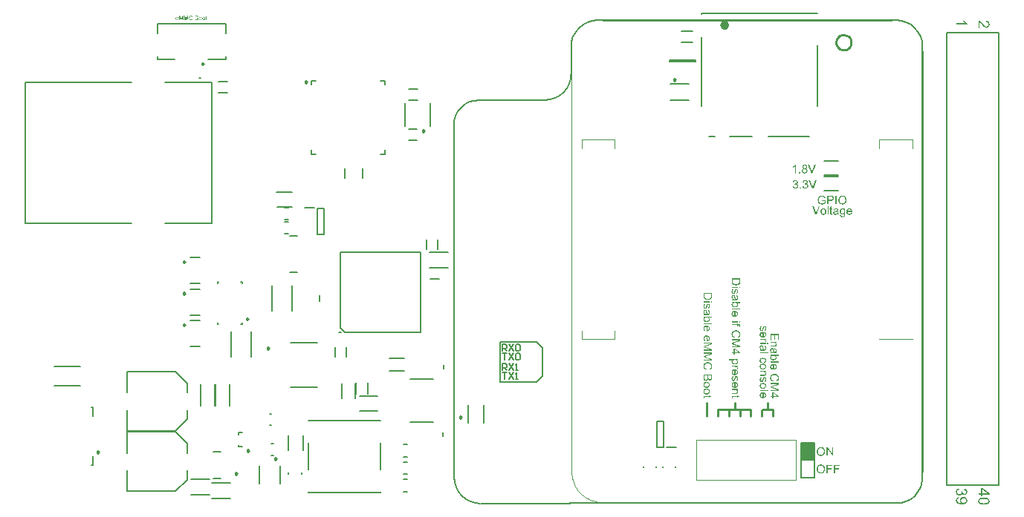
<source format=gto>
G04*
G04 #@! TF.GenerationSoftware,Altium Limited,Altium Designer,21.6.4 (81)*
G04*
G04 Layer_Color=65535*
%FSLAX44Y44*%
%MOMM*%
G71*
G04*
G04 #@! TF.SameCoordinates,E15A89DD-22D2-431C-B3A5-9EEC7F9F13BC*
G04*
G04*
G04 #@! TF.FilePolarity,Positive*
G04*
G01*
G75*
%ADD10C,0.2500*%
%ADD11C,0.2540*%
%ADD12C,0.1200*%
%ADD13C,0.5000*%
%ADD14C,0.2000*%
%ADD15C,0.1000*%
%ADD16C,0.1524*%
%ADD17C,0.1270*%
%ADD18C,0.1999*%
%ADD19C,0.1500*%
%ADD20C,0.2032*%
%ADD21R,1.5000X2.0000*%
G36*
X815308Y341570D02*
X815294Y341316D01*
X815280Y341034D01*
X815251Y340752D01*
X815209Y340471D01*
X815167Y340231D01*
Y340217D01*
X815153Y340189D01*
Y340146D01*
X815125Y340090D01*
X815082Y339935D01*
X815012Y339738D01*
X814913Y339512D01*
X814786Y339272D01*
X814645Y339033D01*
X814462Y338807D01*
X814448Y338793D01*
X814434Y338779D01*
X814392Y338737D01*
X814349Y338680D01*
X814208Y338539D01*
X814011Y338370D01*
X813771Y338187D01*
X813489Y337990D01*
X813165Y337806D01*
X812799Y337651D01*
X812785D01*
X812756Y337637D01*
X812700Y337609D01*
X812615Y337595D01*
X812517Y337552D01*
X812404Y337524D01*
X812277Y337496D01*
X812122Y337454D01*
X811967Y337411D01*
X811784Y337383D01*
X811389Y337313D01*
X810952Y337271D01*
X810473Y337256D01*
X810459D01*
X810430D01*
X810360D01*
X810289D01*
X810191Y337271D01*
X810078D01*
X809810Y337285D01*
X809500Y337327D01*
X809176Y337369D01*
X808837Y337440D01*
X808499Y337524D01*
X808485D01*
X808457Y337538D01*
X808414Y337552D01*
X808358Y337567D01*
X808203Y337623D01*
X808006Y337707D01*
X807780Y337792D01*
X807554Y337905D01*
X807315Y338046D01*
X807089Y338187D01*
X807061Y338201D01*
X806991Y338257D01*
X806892Y338342D01*
X806765Y338455D01*
X806624Y338582D01*
X806483Y338737D01*
X806328Y338892D01*
X806201Y339075D01*
X806187Y339103D01*
X806145Y339160D01*
X806088Y339258D01*
X806018Y339399D01*
X805933Y339568D01*
X805863Y339766D01*
X805778Y339991D01*
X805708Y340245D01*
Y340273D01*
X805694Y340316D01*
X805680Y340358D01*
X805666Y340499D01*
X805637Y340696D01*
X805609Y340922D01*
X805581Y341189D01*
X805567Y341485D01*
X805553Y341810D01*
Y345320D01*
X815308D01*
Y341570D01*
D02*
G37*
G36*
Y334437D02*
X813941D01*
Y335635D01*
X815308D01*
Y334437D01*
D02*
G37*
G36*
X812629D02*
X805553D01*
Y335635D01*
X812629D01*
Y334437D01*
D02*
G37*
G36*
X807851Y331900D02*
X807837D01*
X807822D01*
X807738Y331871D01*
X807597Y331843D01*
X807442Y331787D01*
X807273Y331716D01*
X807089Y331632D01*
X806906Y331505D01*
X806751Y331350D01*
X806737Y331322D01*
X806695Y331265D01*
X806638Y331152D01*
X806568Y331012D01*
X806497Y330828D01*
X806441Y330617D01*
X806399Y330363D01*
X806385Y330067D01*
Y329926D01*
X806399Y329785D01*
X806427Y329602D01*
X806469Y329404D01*
X806525Y329193D01*
X806596Y329010D01*
X806709Y328840D01*
X806723Y328826D01*
X806765Y328770D01*
X806836Y328714D01*
X806934Y328629D01*
X807047Y328559D01*
X807188Y328488D01*
X807329Y328446D01*
X807498Y328432D01*
X807512D01*
X807569D01*
X807639Y328446D01*
X807738Y328474D01*
X807837Y328516D01*
X807935Y328587D01*
X808048Y328671D01*
X808132Y328798D01*
X808147Y328812D01*
X808161Y328855D01*
X808203Y328925D01*
X808245Y329038D01*
X808302Y329207D01*
X808344Y329306D01*
X808372Y329418D01*
X808414Y329545D01*
X808457Y329686D01*
X808499Y329841D01*
X808541Y330025D01*
Y330039D01*
X808555Y330081D01*
X808569Y330151D01*
X808598Y330236D01*
X808626Y330349D01*
X808668Y330476D01*
X808739Y330744D01*
X808837Y331054D01*
X808922Y331350D01*
X809021Y331632D01*
X809077Y331759D01*
X809119Y331857D01*
X809133Y331885D01*
X809162Y331942D01*
X809218Y332026D01*
X809288Y332139D01*
X809387Y332266D01*
X809500Y332393D01*
X809627Y332520D01*
X809782Y332633D01*
X809796Y332647D01*
X809852Y332675D01*
X809951Y332717D01*
X810064Y332760D01*
X810205Y332802D01*
X810374Y332844D01*
X810543Y332872D01*
X810740Y332886D01*
X810769D01*
X810825D01*
X810910Y332872D01*
X811037Y332858D01*
X811163Y332830D01*
X811318Y332802D01*
X811459Y332745D01*
X811615Y332675D01*
X811629Y332661D01*
X811685Y332633D01*
X811755Y332590D01*
X811854Y332520D01*
X811953Y332435D01*
X812080Y332337D01*
X812192Y332224D01*
X812291Y332083D01*
X812305Y332069D01*
X812319Y332026D01*
X812362Y331970D01*
X812404Y331885D01*
X812460Y331773D01*
X812517Y331646D01*
X812573Y331491D01*
X812629Y331322D01*
X812644Y331293D01*
X812658Y331237D01*
X812686Y331138D01*
X812714Y331012D01*
X812742Y330856D01*
X812756Y330687D01*
X812785Y330490D01*
Y330151D01*
X812770Y329996D01*
X812756Y329785D01*
X812728Y329560D01*
X812672Y329320D01*
X812615Y329066D01*
X812531Y328826D01*
Y328812D01*
X812517Y328798D01*
X812488Y328728D01*
X812432Y328615D01*
X812362Y328474D01*
X812263Y328319D01*
X812150Y328164D01*
X812023Y328023D01*
X811882Y327896D01*
X811868Y327882D01*
X811812Y327854D01*
X811713Y327797D01*
X811600Y327727D01*
X811431Y327656D01*
X811248Y327586D01*
X811037Y327529D01*
X810797Y327473D01*
X810642Y328643D01*
X810670D01*
X810726Y328657D01*
X810825Y328685D01*
X810952Y328728D01*
X811079Y328798D01*
X811220Y328883D01*
X811361Y328982D01*
X811488Y329123D01*
X811502Y329137D01*
X811530Y329193D01*
X811586Y329277D01*
X811643Y329404D01*
X811699Y329545D01*
X811755Y329729D01*
X811784Y329954D01*
X811798Y330194D01*
Y330335D01*
X811784Y330476D01*
X811769Y330659D01*
X811727Y330842D01*
X811685Y331040D01*
X811615Y331223D01*
X811516Y331378D01*
X811502Y331392D01*
X811473Y331434D01*
X811417Y331491D01*
X811332Y331547D01*
X811248Y331618D01*
X811135Y331674D01*
X811008Y331716D01*
X810881Y331730D01*
X810867D01*
X810839D01*
X810797Y331716D01*
X810740D01*
X810600Y331674D01*
X810459Y331589D01*
X810444Y331575D01*
X810430Y331561D01*
X810388Y331533D01*
X810346Y331477D01*
X810303Y331420D01*
X810247Y331336D01*
X810205Y331237D01*
X810148Y331124D01*
Y331110D01*
X810134Y331082D01*
X810120Y331026D01*
X810078Y330927D01*
X810036Y330786D01*
X809993Y330603D01*
X809951Y330490D01*
X809923Y330363D01*
X809881Y330222D01*
X809838Y330067D01*
Y330053D01*
X809824Y330011D01*
X809810Y329940D01*
X809782Y329855D01*
X809754Y329757D01*
X809725Y329630D01*
X809641Y329362D01*
X809556Y329066D01*
X809458Y328770D01*
X809359Y328502D01*
X809317Y328389D01*
X809274Y328291D01*
X809260Y328262D01*
X809232Y328206D01*
X809190Y328122D01*
X809119Y327995D01*
X809035Y327868D01*
X808922Y327741D01*
X808795Y327614D01*
X808654Y327501D01*
X808640Y327487D01*
X808584Y327459D01*
X808499Y327403D01*
X808372Y327346D01*
X808217Y327304D01*
X808048Y327248D01*
X807851Y327219D01*
X807625Y327205D01*
X807597D01*
X807526D01*
X807413Y327219D01*
X807259Y327248D01*
X807089Y327290D01*
X806906Y327360D01*
X806695Y327445D01*
X806497Y327558D01*
X806469Y327572D01*
X806413Y327628D01*
X806314Y327699D01*
X806201Y327811D01*
X806074Y327966D01*
X805933Y328136D01*
X805807Y328333D01*
X805680Y328573D01*
Y328587D01*
X805666Y328601D01*
X805637Y328685D01*
X805595Y328826D01*
X805539Y329010D01*
X805482Y329235D01*
X805440Y329489D01*
X805412Y329757D01*
X805398Y330067D01*
Y330194D01*
X805412Y330293D01*
Y330405D01*
X805426Y330546D01*
X805440Y330687D01*
X805468Y330842D01*
X805539Y331181D01*
X805637Y331533D01*
X805778Y331871D01*
X805863Y332026D01*
X805962Y332167D01*
X805976Y332182D01*
X805990Y332196D01*
X806074Y332280D01*
X806201Y332407D01*
X806399Y332548D01*
X806638Y332703D01*
X806920Y332858D01*
X807273Y332985D01*
X807667Y333084D01*
X807851Y331900D01*
D02*
G37*
G36*
X807597Y326176D02*
X807724Y326162D01*
X807879Y326134D01*
X808034Y326092D01*
X808203Y326035D01*
X808358Y325965D01*
X808372Y325951D01*
X808428Y325922D01*
X808513Y325866D01*
X808612Y325796D01*
X808725Y325711D01*
X808837Y325598D01*
X808950Y325485D01*
X809049Y325345D01*
X809063Y325330D01*
X809091Y325274D01*
X809147Y325204D01*
X809204Y325091D01*
X809260Y324964D01*
X809331Y324809D01*
X809387Y324654D01*
X809444Y324470D01*
Y324456D01*
X809458Y324400D01*
X809486Y324315D01*
X809500Y324203D01*
X809528Y324062D01*
X809556Y323878D01*
X809599Y323667D01*
X809627Y323413D01*
Y323399D01*
X809641Y323343D01*
Y323272D01*
X809655Y323173D01*
X809669Y323061D01*
X809697Y322920D01*
X809711Y322765D01*
X809740Y322595D01*
X809810Y322257D01*
X809881Y321891D01*
X809965Y321567D01*
X810007Y321411D01*
X810050Y321270D01*
X810064D01*
X810092D01*
X810177Y321256D01*
X810275D01*
X810332D01*
X810360D01*
X810374D01*
X810388D01*
X810473D01*
X810614Y321270D01*
X810769Y321299D01*
X810938Y321341D01*
X811107Y321411D01*
X811262Y321496D01*
X811389Y321609D01*
X811403Y321623D01*
X811459Y321693D01*
X811516Y321806D01*
X811600Y321947D01*
X811671Y322144D01*
X811741Y322370D01*
X811784Y322652D01*
X811798Y322976D01*
Y323117D01*
X811784Y323258D01*
X811755Y323456D01*
X811727Y323653D01*
X811671Y323864D01*
X811600Y324062D01*
X811502Y324231D01*
X811488Y324245D01*
X811445Y324301D01*
X811375Y324372D01*
X811262Y324456D01*
X811121Y324541D01*
X810938Y324640D01*
X810712Y324724D01*
X810459Y324809D01*
X810614Y325979D01*
X810628D01*
X810642Y325965D01*
X810684D01*
X810740Y325951D01*
X810867Y325908D01*
X811051Y325852D01*
X811234Y325782D01*
X811431Y325697D01*
X811629Y325584D01*
X811812Y325457D01*
X811826Y325443D01*
X811882Y325387D01*
X811967Y325302D01*
X812080Y325189D01*
X812192Y325034D01*
X812305Y324851D01*
X812432Y324640D01*
X812531Y324400D01*
Y324386D01*
X812545Y324372D01*
X812559Y324329D01*
X812573Y324273D01*
X812615Y324132D01*
X812658Y323935D01*
X812700Y323709D01*
X812742Y323427D01*
X812770Y323131D01*
X812785Y322793D01*
Y322638D01*
X812770Y322483D01*
X812756Y322271D01*
X812728Y322032D01*
X812686Y321792D01*
X812629Y321552D01*
X812559Y321327D01*
X812545Y321299D01*
X812517Y321228D01*
X812474Y321129D01*
X812418Y321003D01*
X812333Y320862D01*
X812249Y320721D01*
X812136Y320594D01*
X812023Y320481D01*
X812009Y320467D01*
X811967Y320439D01*
X811896Y320396D01*
X811812Y320340D01*
X811685Y320270D01*
X811558Y320213D01*
X811403Y320157D01*
X811220Y320115D01*
X811206D01*
X811163Y320100D01*
X811079Y320086D01*
X810966Y320072D01*
X810811D01*
X810628Y320058D01*
X810388Y320044D01*
X810120D01*
X808513D01*
X808499D01*
X808443D01*
X808358D01*
X808245D01*
X808118D01*
X807963D01*
X807625Y320030D01*
X807273D01*
X806920Y320016D01*
X806765Y320002D01*
X806624D01*
X806497Y319988D01*
X806399Y319974D01*
X806385D01*
X806328Y319959D01*
X806244Y319945D01*
X806131Y319903D01*
X806004Y319875D01*
X805863Y319818D01*
X805708Y319748D01*
X805553Y319678D01*
Y320932D01*
X805567Y320946D01*
X805623Y320960D01*
X805694Y320989D01*
X805807Y321031D01*
X805933Y321073D01*
X806088Y321101D01*
X806258Y321129D01*
X806441Y321158D01*
Y321172D01*
X806413Y321186D01*
X806342Y321270D01*
X806244Y321397D01*
X806117Y321567D01*
X805990Y321778D01*
X805849Y321989D01*
X805722Y322215D01*
X805623Y322455D01*
X805609Y322483D01*
X805595Y322567D01*
X805553Y322694D01*
X805510Y322849D01*
X805468Y323047D01*
X805440Y323272D01*
X805412Y323526D01*
X805398Y323780D01*
Y323893D01*
X805412Y323977D01*
Y324076D01*
X805426Y324188D01*
X805468Y324442D01*
X805539Y324724D01*
X805637Y325034D01*
X805778Y325316D01*
X805962Y325570D01*
X805990Y325598D01*
X806060Y325669D01*
X806187Y325767D01*
X806356Y325880D01*
X806568Y325993D01*
X806807Y326092D01*
X807103Y326162D01*
X807244Y326176D01*
X807413Y326190D01*
X807442D01*
X807498D01*
X807597Y326176D01*
D02*
G37*
G36*
X815308Y317027D02*
X811826D01*
X811840Y317013D01*
X811868Y316999D01*
X811910Y316957D01*
X811981Y316886D01*
X812051Y316816D01*
X812136Y316731D01*
X812221Y316618D01*
X812305Y316506D01*
X812488Y316224D01*
X812629Y315900D01*
X812700Y315716D01*
X812742Y315519D01*
X812770Y315307D01*
X812785Y315096D01*
Y314983D01*
X812770Y314856D01*
X812756Y314701D01*
X812714Y314518D01*
X812672Y314307D01*
X812601Y314081D01*
X812517Y313869D01*
X812503Y313841D01*
X812474Y313771D01*
X812404Y313658D01*
X812319Y313531D01*
X812221Y313376D01*
X812094Y313221D01*
X811939Y313052D01*
X811769Y312911D01*
X811755Y312897D01*
X811685Y312854D01*
X811586Y312784D01*
X811459Y312700D01*
X811290Y312601D01*
X811093Y312502D01*
X810867Y312403D01*
X810628Y312319D01*
X810614D01*
X810600Y312305D01*
X810557Y312291D01*
X810515Y312276D01*
X810374Y312248D01*
X810191Y312206D01*
X809979Y312164D01*
X809740Y312122D01*
X809472Y312107D01*
X809190Y312093D01*
X809176D01*
X809105D01*
X809021D01*
X808894Y312107D01*
X808739Y312122D01*
X808569Y312136D01*
X808372Y312164D01*
X808161Y312206D01*
X807710Y312319D01*
X807470Y312389D01*
X807244Y312474D01*
X807005Y312573D01*
X806793Y312700D01*
X806582Y312840D01*
X806385Y312995D01*
X806370Y313010D01*
X806342Y313038D01*
X806300Y313080D01*
X806229Y313151D01*
X806159Y313249D01*
X806074Y313348D01*
X805990Y313461D01*
X805891Y313602D01*
X805807Y313757D01*
X805708Y313912D01*
X805553Y314292D01*
X805482Y314490D01*
X805440Y314701D01*
X805412Y314927D01*
X805398Y315152D01*
Y315209D01*
X805412Y315279D01*
Y315364D01*
X805426Y315462D01*
X805454Y315589D01*
X805525Y315871D01*
X805581Y316026D01*
X805651Y316181D01*
X805736Y316351D01*
X805835Y316506D01*
X805962Y316675D01*
X806103Y316830D01*
X806258Y316971D01*
X806441Y317112D01*
X805553D01*
Y318225D01*
X815308D01*
Y317027D01*
D02*
G37*
G36*
Y309443D02*
X805553D01*
Y310641D01*
X815308D01*
Y309443D01*
D02*
G37*
G36*
X809317Y307977D02*
X809472Y307963D01*
X809641Y307949D01*
X809838Y307921D01*
X810036Y307878D01*
X810487Y307766D01*
X810712Y307695D01*
X810952Y307610D01*
X811177Y307498D01*
X811389Y307371D01*
X811600Y307230D01*
X811798Y307075D01*
X811812Y307061D01*
X811840Y307033D01*
X811882Y306976D01*
X811953Y306906D01*
X812023Y306821D01*
X812108Y306708D01*
X812206Y306581D01*
X812291Y306426D01*
X812390Y306271D01*
X812474Y306088D01*
X812559Y305891D01*
X812629Y305679D01*
X812700Y305454D01*
X812742Y305214D01*
X812770Y304960D01*
X812785Y304692D01*
Y304551D01*
X812770Y304453D01*
X812756Y304340D01*
X812728Y304199D01*
X812700Y304044D01*
X812658Y303861D01*
X812615Y303692D01*
X812545Y303494D01*
X812474Y303311D01*
X812376Y303113D01*
X812263Y302916D01*
X812136Y302719D01*
X811981Y302535D01*
X811812Y302366D01*
X811798Y302352D01*
X811769Y302324D01*
X811713Y302282D01*
X811629Y302225D01*
X811530Y302155D01*
X811417Y302084D01*
X811276Y302000D01*
X811107Y301915D01*
X810924Y301831D01*
X810726Y301746D01*
X810501Y301676D01*
X810261Y301605D01*
X809993Y301549D01*
X809711Y301506D01*
X809415Y301478D01*
X809091Y301464D01*
X809077D01*
X809021D01*
X808922D01*
X808781Y301478D01*
Y306765D01*
X808767D01*
X808725D01*
X808668Y306751D01*
X808584D01*
X808485Y306736D01*
X808372Y306708D01*
X808118Y306666D01*
X807837Y306581D01*
X807526Y306469D01*
X807244Y306313D01*
X806991Y306116D01*
Y306102D01*
X806962Y306088D01*
X806892Y306003D01*
X806793Y305877D01*
X806695Y305707D01*
X806582Y305482D01*
X806483Y305228D01*
X806413Y304946D01*
X806399Y304791D01*
X806385Y304622D01*
Y304509D01*
X806399Y304382D01*
X806427Y304227D01*
X806469Y304058D01*
X806525Y303861D01*
X806610Y303677D01*
X806723Y303494D01*
X806737Y303480D01*
X806793Y303410D01*
X806878Y303325D01*
X806991Y303226D01*
X807146Y303113D01*
X807343Y302987D01*
X807569Y302860D01*
X807837Y302747D01*
X807681Y301506D01*
X807667D01*
X807639Y301521D01*
X807583Y301535D01*
X807498Y301563D01*
X807413Y301605D01*
X807301Y301647D01*
X807061Y301760D01*
X806793Y301901D01*
X806511Y302099D01*
X806244Y302324D01*
X805990Y302606D01*
Y302620D01*
X805962Y302648D01*
X805933Y302691D01*
X805891Y302747D01*
X805849Y302832D01*
X805807Y302916D01*
X805750Y303029D01*
X805694Y303156D01*
X805637Y303297D01*
X805581Y303438D01*
X805496Y303790D01*
X805426Y304185D01*
X805398Y304622D01*
Y304777D01*
X805412Y304876D01*
X805426Y305002D01*
X805454Y305158D01*
X805482Y305327D01*
X805510Y305510D01*
X805623Y305905D01*
X805708Y306116D01*
X805792Y306313D01*
X805905Y306525D01*
X806032Y306722D01*
X806173Y306906D01*
X806342Y307089D01*
X806356Y307103D01*
X806385Y307131D01*
X806441Y307173D01*
X806525Y307230D01*
X806624Y307300D01*
X806737Y307371D01*
X806878Y307455D01*
X807033Y307540D01*
X807216Y307624D01*
X807413Y307709D01*
X807639Y307780D01*
X807879Y307850D01*
X808132Y307906D01*
X808414Y307949D01*
X808710Y307977D01*
X809021Y307991D01*
X809035D01*
X809105D01*
X809190D01*
X809317Y307977D01*
D02*
G37*
G36*
X815308Y295008D02*
X813941D01*
Y296206D01*
X815308D01*
Y295008D01*
D02*
G37*
G36*
X812629D02*
X805553D01*
Y296206D01*
X812629D01*
Y295008D01*
D02*
G37*
G36*
Y292893D02*
X813377D01*
X813391D01*
X813405D01*
X813489D01*
X813616Y292879D01*
X813771D01*
X813941Y292865D01*
X814124Y292837D01*
X814293Y292809D01*
X814434Y292766D01*
X814448Y292752D01*
X814518Y292738D01*
X814603Y292696D01*
X814702Y292625D01*
X814815Y292541D01*
X814941Y292442D01*
X815068Y292315D01*
X815181Y292160D01*
X815195Y292146D01*
X815223Y292076D01*
X815280Y291977D01*
X815336Y291836D01*
X815378Y291667D01*
X815435Y291455D01*
X815463Y291216D01*
X815477Y290934D01*
Y290736D01*
X815463Y290609D01*
X815449Y290440D01*
X815421Y290243D01*
X815393Y290046D01*
X815350Y289820D01*
X814307Y290003D01*
Y290017D01*
X814321Y290060D01*
X814335Y290130D01*
X814349Y290229D01*
Y290342D01*
X814363Y290454D01*
X814378Y290708D01*
Y290793D01*
X814363Y290891D01*
X814349Y291004D01*
X814321Y291131D01*
X814279Y291258D01*
X814222Y291371D01*
X814138Y291469D01*
X814124Y291483D01*
X814096Y291498D01*
X814039Y291540D01*
X813941Y291582D01*
X813828Y291624D01*
X813687Y291653D01*
X813503Y291681D01*
X813278Y291695D01*
X812629D01*
Y290327D01*
X811699D01*
Y291695D01*
X805553D01*
Y292893D01*
X811699D01*
Y293950D01*
X812629D01*
Y292893D01*
D02*
G37*
G36*
X810754Y285802D02*
X810895D01*
X811037Y285788D01*
X811220Y285774D01*
X811403Y285746D01*
X811812Y285676D01*
X812263Y285577D01*
X812714Y285436D01*
X813151Y285238D01*
X813165Y285224D01*
X813207Y285210D01*
X813264Y285182D01*
X813334Y285126D01*
X813433Y285069D01*
X813546Y284999D01*
X813800Y284816D01*
X814081Y284576D01*
X814363Y284294D01*
X814645Y283970D01*
X814885Y283589D01*
X814899Y283575D01*
X814913Y283533D01*
X814941Y283476D01*
X814984Y283406D01*
X815026Y283293D01*
X815068Y283180D01*
X815125Y283039D01*
X815181Y282884D01*
X815237Y282715D01*
X815294Y282532D01*
X815378Y282137D01*
X815449Y281686D01*
X815477Y281221D01*
Y281080D01*
X815463Y280981D01*
X815449Y280854D01*
X815435Y280699D01*
X815421Y280544D01*
X815378Y280361D01*
X815294Y279980D01*
X815167Y279557D01*
X815082Y279346D01*
X814984Y279149D01*
X814857Y278951D01*
X814730Y278754D01*
X814716Y278740D01*
X814702Y278712D01*
X814659Y278655D01*
X814589Y278585D01*
X814518Y278514D01*
X814420Y278416D01*
X814307Y278317D01*
X814194Y278204D01*
X814053Y278091D01*
X813884Y277978D01*
X813715Y277852D01*
X813532Y277739D01*
X813320Y277640D01*
X813109Y277527D01*
X812883Y277443D01*
X812629Y277358D01*
X812333Y278627D01*
X812347D01*
X812376Y278641D01*
X812432Y278669D01*
X812503Y278697D01*
X812587Y278726D01*
X812700Y278768D01*
X812925Y278881D01*
X813179Y279022D01*
X813433Y279191D01*
X813673Y279402D01*
X813884Y279628D01*
X813912Y279656D01*
X813969Y279741D01*
X814039Y279882D01*
X814138Y280065D01*
X814222Y280305D01*
X814307Y280572D01*
X814363Y280897D01*
X814378Y281249D01*
Y281362D01*
X814363Y281432D01*
Y281531D01*
X814349Y281644D01*
X814307Y281912D01*
X814251Y282208D01*
X814152Y282518D01*
X814011Y282842D01*
X813828Y283138D01*
Y283152D01*
X813800Y283166D01*
X813729Y283265D01*
X813616Y283392D01*
X813447Y283547D01*
X813236Y283730D01*
X812996Y283899D01*
X812700Y284054D01*
X812376Y284195D01*
X812362D01*
X812333Y284209D01*
X812291Y284223D01*
X812221Y284238D01*
X812136Y284266D01*
X812037Y284294D01*
X811798Y284336D01*
X811516Y284393D01*
X811206Y284449D01*
X810867Y284477D01*
X810501Y284491D01*
X810487D01*
X810444D01*
X810374D01*
X810289D01*
X810191Y284477D01*
X810064D01*
X809923Y284463D01*
X809768Y284449D01*
X809429Y284407D01*
X809063Y284336D01*
X808696Y284252D01*
X808330Y284139D01*
X808316D01*
X808288Y284125D01*
X808245Y284097D01*
X808175Y284068D01*
X808006Y283984D01*
X807808Y283857D01*
X807583Y283702D01*
X807343Y283505D01*
X807132Y283279D01*
X806934Y283011D01*
Y282997D01*
X806920Y282969D01*
X806892Y282927D01*
X806864Y282870D01*
X806836Y282800D01*
X806793Y282715D01*
X806709Y282518D01*
X806624Y282264D01*
X806554Y281982D01*
X806497Y281672D01*
X806483Y281348D01*
Y281249D01*
X806497Y281164D01*
Y281066D01*
X806511Y280967D01*
X806568Y280713D01*
X806638Y280417D01*
X806751Y280121D01*
X806906Y279811D01*
X806991Y279656D01*
X807103Y279515D01*
X807117Y279501D01*
X807132Y279487D01*
X807174Y279445D01*
X807216Y279388D01*
X807287Y279332D01*
X807371Y279261D01*
X807456Y279177D01*
X807569Y279106D01*
X807695Y279022D01*
X807837Y278923D01*
X807977Y278839D01*
X808147Y278754D01*
X808330Y278683D01*
X808527Y278613D01*
X808739Y278542D01*
X808964Y278486D01*
X808640Y277189D01*
X808626D01*
X808569Y277203D01*
X808485Y277231D01*
X808372Y277274D01*
X808245Y277316D01*
X808090Y277372D01*
X807921Y277443D01*
X807738Y277527D01*
X807343Y277725D01*
X806948Y277978D01*
X806751Y278134D01*
X806554Y278289D01*
X806385Y278458D01*
X806215Y278655D01*
X806201Y278669D01*
X806173Y278697D01*
X806145Y278768D01*
X806088Y278839D01*
X806018Y278951D01*
X805947Y279064D01*
X805877Y279219D01*
X805807Y279374D01*
X805722Y279557D01*
X805651Y279755D01*
X805581Y279966D01*
X805510Y280192D01*
X805454Y280431D01*
X805426Y280685D01*
X805398Y280953D01*
X805384Y281235D01*
Y281390D01*
X805398Y281503D01*
Y281630D01*
X805412Y281785D01*
X805440Y281954D01*
X805468Y282151D01*
X805539Y282560D01*
X805651Y282983D01*
X805807Y283406D01*
X805905Y283603D01*
X806018Y283801D01*
X806032Y283815D01*
X806046Y283843D01*
X806088Y283899D01*
X806145Y283956D01*
X806201Y284040D01*
X806286Y284139D01*
X806385Y284252D01*
X806497Y284364D01*
X806624Y284477D01*
X806751Y284604D01*
X807075Y284858D01*
X807456Y285098D01*
X807879Y285309D01*
X807893D01*
X807935Y285337D01*
X808006Y285351D01*
X808090Y285394D01*
X808203Y285422D01*
X808344Y285464D01*
X808499Y285520D01*
X808668Y285563D01*
X808851Y285605D01*
X809063Y285661D01*
X809500Y285732D01*
X809993Y285788D01*
X810501Y285816D01*
X810515D01*
X810571D01*
X810656D01*
X810754Y285802D01*
D02*
G37*
G36*
X815308Y273707D02*
X808386Y271395D01*
X808372D01*
X808344Y271381D01*
X808302Y271367D01*
X808231Y271339D01*
X808062Y271283D01*
X807851Y271212D01*
X807611Y271141D01*
X807371Y271057D01*
X807146Y270986D01*
X806948Y270930D01*
X806976Y270916D01*
X807047Y270902D01*
X807174Y270860D01*
X807343Y270803D01*
X807569Y270733D01*
X807837Y270634D01*
X808147Y270535D01*
X808513Y270408D01*
X815308Y268068D01*
Y266334D01*
X805553D01*
Y267575D01*
X813715D01*
X805553Y270422D01*
Y271579D01*
X813856Y274398D01*
X805553D01*
Y275638D01*
X815308D01*
Y273707D01*
D02*
G37*
G36*
Y260667D02*
Y259695D01*
X808992D01*
Y258370D01*
X807893D01*
Y259695D01*
X805553D01*
Y260893D01*
X807893D01*
Y265136D01*
X808992D01*
X815308Y260667D01*
D02*
G37*
G36*
X812629Y251927D02*
X811699D01*
X811727Y251913D01*
X811784Y251857D01*
X811882Y251786D01*
X811995Y251674D01*
X812136Y251547D01*
X812263Y251406D01*
X812390Y251236D01*
X812503Y251067D01*
X812517Y251039D01*
X812545Y250983D01*
X812587Y250870D01*
X812644Y250729D01*
X812700Y250560D01*
X812742Y250362D01*
X812770Y250137D01*
X812785Y249883D01*
Y249728D01*
X812770Y249658D01*
X812756Y249559D01*
X812728Y249347D01*
X812672Y249094D01*
X812587Y248826D01*
X812460Y248558D01*
X812305Y248290D01*
Y248276D01*
X812277Y248262D01*
X812221Y248178D01*
X812108Y248051D01*
X811967Y247896D01*
X811784Y247726D01*
X811558Y247557D01*
X811290Y247388D01*
X810994Y247247D01*
X810980D01*
X810952Y247233D01*
X810910Y247219D01*
X810853Y247191D01*
X810769Y247162D01*
X810670Y247134D01*
X810444Y247064D01*
X810163Y246993D01*
X809852Y246937D01*
X809500Y246895D01*
X809133Y246881D01*
X809119D01*
X809091D01*
X809035D01*
X808950D01*
X808851Y246895D01*
X808739D01*
X808485Y246923D01*
X808175Y246979D01*
X807851Y247050D01*
X807512Y247148D01*
X807174Y247275D01*
X807160D01*
X807132Y247289D01*
X807089Y247318D01*
X807033Y247346D01*
X806878Y247444D01*
X806681Y247571D01*
X806469Y247726D01*
X806258Y247924D01*
X806046Y248149D01*
X805849Y248417D01*
Y248431D01*
X805835Y248445D01*
X805807Y248488D01*
X805778Y248544D01*
X805708Y248685D01*
X805623Y248882D01*
X805539Y249122D01*
X805468Y249376D01*
X805412Y249672D01*
X805398Y249968D01*
Y250067D01*
X805412Y250179D01*
X805426Y250320D01*
X805454Y250489D01*
X805496Y250673D01*
X805553Y250856D01*
X805637Y251039D01*
X805651Y251053D01*
X805680Y251124D01*
X805736Y251208D01*
X805821Y251321D01*
X805905Y251434D01*
X806018Y251575D01*
X806145Y251702D01*
X806286Y251814D01*
X802846D01*
Y253013D01*
X812629D01*
Y251927D01*
D02*
G37*
G36*
Y244357D02*
X811558D01*
X811572Y244343D01*
X811671Y244287D01*
X811798Y244216D01*
X811953Y244103D01*
X812108Y243991D01*
X812277Y243864D01*
X812418Y243737D01*
X812531Y243610D01*
X812545Y243596D01*
X812573Y243554D01*
X812615Y243469D01*
X812658Y243384D01*
X812700Y243272D01*
X812742Y243131D01*
X812770Y242990D01*
X812785Y242835D01*
Y242736D01*
X812770Y242609D01*
X812742Y242454D01*
X812686Y242271D01*
X812615Y242073D01*
X812517Y241848D01*
X812390Y241608D01*
X811290Y242045D01*
X811304Y242059D01*
X811332Y242116D01*
X811375Y242200D01*
X811417Y242313D01*
X811459Y242440D01*
X811502Y242595D01*
X811530Y242750D01*
X811544Y242905D01*
Y242976D01*
X811530Y243046D01*
X811516Y243145D01*
X811488Y243244D01*
X811445Y243370D01*
X811389Y243497D01*
X811304Y243610D01*
X811290Y243624D01*
X811262Y243666D01*
X811206Y243709D01*
X811135Y243779D01*
X811037Y243850D01*
X810924Y243920D01*
X810797Y243991D01*
X810642Y244047D01*
X810614Y244061D01*
X810529Y244075D01*
X810402Y244103D01*
X810233Y244146D01*
X810022Y244188D01*
X809782Y244216D01*
X809528Y244230D01*
X809246Y244244D01*
X805553D01*
Y245443D01*
X812629D01*
Y244357D01*
D02*
G37*
G36*
X809317Y241284D02*
X809472Y241270D01*
X809641Y241256D01*
X809838Y241228D01*
X810036Y241185D01*
X810487Y241073D01*
X810712Y241002D01*
X810952Y240917D01*
X811177Y240805D01*
X811389Y240678D01*
X811600Y240537D01*
X811798Y240382D01*
X811812Y240368D01*
X811840Y240340D01*
X811882Y240283D01*
X811953Y240213D01*
X812023Y240128D01*
X812108Y240015D01*
X812206Y239888D01*
X812291Y239733D01*
X812390Y239578D01*
X812474Y239395D01*
X812559Y239198D01*
X812629Y238986D01*
X812700Y238761D01*
X812742Y238521D01*
X812770Y238267D01*
X812785Y237999D01*
Y237859D01*
X812770Y237760D01*
X812756Y237647D01*
X812728Y237506D01*
X812700Y237351D01*
X812658Y237168D01*
X812615Y236999D01*
X812545Y236801D01*
X812474Y236618D01*
X812376Y236421D01*
X812263Y236223D01*
X812136Y236026D01*
X811981Y235843D01*
X811812Y235673D01*
X811798Y235659D01*
X811769Y235631D01*
X811713Y235589D01*
X811629Y235532D01*
X811530Y235462D01*
X811417Y235392D01*
X811276Y235307D01*
X811107Y235222D01*
X810924Y235138D01*
X810726Y235053D01*
X810501Y234983D01*
X810261Y234912D01*
X809993Y234856D01*
X809711Y234813D01*
X809415Y234785D01*
X809091Y234771D01*
X809077D01*
X809021D01*
X808922D01*
X808781Y234785D01*
Y240072D01*
X808767D01*
X808725D01*
X808668Y240058D01*
X808584D01*
X808485Y240044D01*
X808372Y240015D01*
X808118Y239973D01*
X807837Y239888D01*
X807526Y239776D01*
X807244Y239621D01*
X806991Y239423D01*
Y239409D01*
X806962Y239395D01*
X806892Y239310D01*
X806793Y239184D01*
X806695Y239014D01*
X806582Y238789D01*
X806483Y238535D01*
X806413Y238253D01*
X806399Y238098D01*
X806385Y237929D01*
Y237816D01*
X806399Y237689D01*
X806427Y237534D01*
X806469Y237365D01*
X806525Y237168D01*
X806610Y236985D01*
X806723Y236801D01*
X806737Y236787D01*
X806793Y236717D01*
X806878Y236632D01*
X806991Y236533D01*
X807146Y236421D01*
X807343Y236294D01*
X807569Y236167D01*
X807837Y236054D01*
X807681Y234813D01*
X807667D01*
X807639Y234828D01*
X807583Y234842D01*
X807498Y234870D01*
X807413Y234912D01*
X807301Y234954D01*
X807061Y235067D01*
X806793Y235208D01*
X806511Y235406D01*
X806244Y235631D01*
X805990Y235913D01*
Y235927D01*
X805962Y235955D01*
X805933Y235998D01*
X805891Y236054D01*
X805849Y236139D01*
X805807Y236223D01*
X805750Y236336D01*
X805694Y236463D01*
X805637Y236604D01*
X805581Y236745D01*
X805496Y237097D01*
X805426Y237492D01*
X805398Y237929D01*
Y238084D01*
X805412Y238183D01*
X805426Y238310D01*
X805454Y238465D01*
X805482Y238634D01*
X805510Y238817D01*
X805623Y239212D01*
X805708Y239423D01*
X805792Y239621D01*
X805905Y239832D01*
X806032Y240029D01*
X806173Y240213D01*
X806342Y240396D01*
X806356Y240410D01*
X806385Y240438D01*
X806441Y240480D01*
X806525Y240537D01*
X806624Y240607D01*
X806737Y240678D01*
X806878Y240763D01*
X807033Y240847D01*
X807216Y240932D01*
X807413Y241016D01*
X807639Y241087D01*
X807879Y241157D01*
X808132Y241214D01*
X808414Y241256D01*
X808710Y241284D01*
X809021Y241298D01*
X809035D01*
X809105D01*
X809190D01*
X809317Y241284D01*
D02*
G37*
G36*
X807851Y232600D02*
X807837D01*
X807822D01*
X807738Y232572D01*
X807597Y232544D01*
X807442Y232488D01*
X807273Y232417D01*
X807089Y232332D01*
X806906Y232206D01*
X806751Y232050D01*
X806737Y232022D01*
X806695Y231966D01*
X806638Y231853D01*
X806568Y231712D01*
X806497Y231529D01*
X806441Y231318D01*
X806399Y231064D01*
X806385Y230768D01*
Y230627D01*
X806399Y230486D01*
X806427Y230303D01*
X806469Y230105D01*
X806525Y229894D01*
X806596Y229710D01*
X806709Y229541D01*
X806723Y229527D01*
X806765Y229471D01*
X806836Y229414D01*
X806934Y229330D01*
X807047Y229259D01*
X807188Y229189D01*
X807329Y229146D01*
X807498Y229132D01*
X807512D01*
X807569D01*
X807639Y229146D01*
X807738Y229175D01*
X807837Y229217D01*
X807935Y229287D01*
X808048Y229372D01*
X808132Y229499D01*
X808147Y229513D01*
X808161Y229555D01*
X808203Y229626D01*
X808245Y229739D01*
X808302Y229908D01*
X808344Y230006D01*
X808372Y230119D01*
X808414Y230246D01*
X808457Y230387D01*
X808499Y230542D01*
X808541Y230725D01*
Y230739D01*
X808555Y230782D01*
X808569Y230852D01*
X808598Y230937D01*
X808626Y231050D01*
X808668Y231176D01*
X808739Y231444D01*
X808837Y231754D01*
X808922Y232050D01*
X809021Y232332D01*
X809077Y232459D01*
X809119Y232558D01*
X809133Y232586D01*
X809162Y232643D01*
X809218Y232727D01*
X809288Y232840D01*
X809387Y232967D01*
X809500Y233094D01*
X809627Y233221D01*
X809782Y233333D01*
X809796Y233347D01*
X809852Y233376D01*
X809951Y233418D01*
X810064Y233460D01*
X810205Y233503D01*
X810374Y233545D01*
X810543Y233573D01*
X810740Y233587D01*
X810769D01*
X810825D01*
X810910Y233573D01*
X811037Y233559D01*
X811163Y233531D01*
X811318Y233503D01*
X811459Y233446D01*
X811615Y233376D01*
X811629Y233361D01*
X811685Y233333D01*
X811755Y233291D01*
X811854Y233221D01*
X811953Y233136D01*
X812080Y233037D01*
X812192Y232924D01*
X812291Y232784D01*
X812305Y232770D01*
X812319Y232727D01*
X812362Y232671D01*
X812404Y232586D01*
X812460Y232473D01*
X812517Y232347D01*
X812573Y232192D01*
X812629Y232022D01*
X812644Y231994D01*
X812658Y231938D01*
X812686Y231839D01*
X812714Y231712D01*
X812742Y231557D01*
X812756Y231388D01*
X812785Y231191D01*
Y230852D01*
X812770Y230697D01*
X812756Y230486D01*
X812728Y230260D01*
X812672Y230021D01*
X812615Y229767D01*
X812531Y229527D01*
Y229513D01*
X812517Y229499D01*
X812488Y229429D01*
X812432Y229316D01*
X812362Y229175D01*
X812263Y229020D01*
X812150Y228865D01*
X812023Y228724D01*
X811882Y228597D01*
X811868Y228583D01*
X811812Y228554D01*
X811713Y228498D01*
X811600Y228428D01*
X811431Y228357D01*
X811248Y228287D01*
X811037Y228230D01*
X810797Y228174D01*
X810642Y229344D01*
X810670D01*
X810726Y229358D01*
X810825Y229386D01*
X810952Y229429D01*
X811079Y229499D01*
X811220Y229583D01*
X811361Y229682D01*
X811488Y229823D01*
X811502Y229837D01*
X811530Y229894D01*
X811586Y229978D01*
X811643Y230105D01*
X811699Y230246D01*
X811755Y230429D01*
X811784Y230655D01*
X811798Y230895D01*
Y231035D01*
X811784Y231176D01*
X811769Y231360D01*
X811727Y231543D01*
X811685Y231740D01*
X811615Y231924D01*
X811516Y232079D01*
X811502Y232093D01*
X811473Y232135D01*
X811417Y232192D01*
X811332Y232248D01*
X811248Y232318D01*
X811135Y232375D01*
X811008Y232417D01*
X810881Y232431D01*
X810867D01*
X810839D01*
X810797Y232417D01*
X810740D01*
X810600Y232375D01*
X810459Y232290D01*
X810444Y232276D01*
X810430Y232262D01*
X810388Y232234D01*
X810346Y232177D01*
X810303Y232121D01*
X810247Y232036D01*
X810205Y231938D01*
X810148Y231825D01*
Y231811D01*
X810134Y231783D01*
X810120Y231726D01*
X810078Y231628D01*
X810036Y231487D01*
X809993Y231303D01*
X809951Y231191D01*
X809923Y231064D01*
X809881Y230923D01*
X809838Y230768D01*
Y230754D01*
X809824Y230711D01*
X809810Y230641D01*
X809782Y230556D01*
X809754Y230458D01*
X809725Y230331D01*
X809641Y230063D01*
X809556Y229767D01*
X809458Y229471D01*
X809359Y229203D01*
X809317Y229090D01*
X809274Y228992D01*
X809260Y228963D01*
X809232Y228907D01*
X809190Y228822D01*
X809119Y228695D01*
X809035Y228569D01*
X808922Y228442D01*
X808795Y228315D01*
X808654Y228202D01*
X808640Y228188D01*
X808584Y228160D01*
X808499Y228103D01*
X808372Y228047D01*
X808217Y228005D01*
X808048Y227948D01*
X807851Y227920D01*
X807625Y227906D01*
X807597D01*
X807526D01*
X807413Y227920D01*
X807259Y227948D01*
X807089Y227991D01*
X806906Y228061D01*
X806695Y228146D01*
X806497Y228258D01*
X806469Y228272D01*
X806413Y228329D01*
X806314Y228399D01*
X806201Y228512D01*
X806074Y228667D01*
X805933Y228836D01*
X805807Y229034D01*
X805680Y229273D01*
Y229287D01*
X805666Y229302D01*
X805637Y229386D01*
X805595Y229527D01*
X805539Y229710D01*
X805482Y229936D01*
X805440Y230190D01*
X805412Y230458D01*
X805398Y230768D01*
Y230895D01*
X805412Y230993D01*
Y231106D01*
X805426Y231247D01*
X805440Y231388D01*
X805468Y231543D01*
X805539Y231881D01*
X805637Y232234D01*
X805778Y232572D01*
X805863Y232727D01*
X805962Y232868D01*
X805976Y232882D01*
X805990Y232896D01*
X806074Y232981D01*
X806201Y233108D01*
X806399Y233249D01*
X806638Y233404D01*
X806920Y233559D01*
X807273Y233686D01*
X807667Y233784D01*
X807851Y232600D01*
D02*
G37*
G36*
X809317Y226877D02*
X809472Y226863D01*
X809641Y226849D01*
X809838Y226821D01*
X810036Y226778D01*
X810487Y226665D01*
X810712Y226595D01*
X810952Y226510D01*
X811177Y226398D01*
X811389Y226271D01*
X811600Y226130D01*
X811798Y225975D01*
X811812Y225961D01*
X811840Y225932D01*
X811882Y225876D01*
X811953Y225805D01*
X812023Y225721D01*
X812108Y225608D01*
X812206Y225481D01*
X812291Y225326D01*
X812390Y225171D01*
X812474Y224988D01*
X812559Y224791D01*
X812629Y224579D01*
X812700Y224354D01*
X812742Y224114D01*
X812770Y223860D01*
X812785Y223592D01*
Y223451D01*
X812770Y223353D01*
X812756Y223240D01*
X812728Y223099D01*
X812700Y222944D01*
X812658Y222761D01*
X812615Y222591D01*
X812545Y222394D01*
X812474Y222211D01*
X812376Y222013D01*
X812263Y221816D01*
X812136Y221619D01*
X811981Y221436D01*
X811812Y221266D01*
X811798Y221252D01*
X811769Y221224D01*
X811713Y221182D01*
X811629Y221125D01*
X811530Y221055D01*
X811417Y220984D01*
X811276Y220900D01*
X811107Y220815D01*
X810924Y220731D01*
X810726Y220646D01*
X810501Y220576D01*
X810261Y220505D01*
X809993Y220449D01*
X809711Y220406D01*
X809415Y220378D01*
X809091Y220364D01*
X809077D01*
X809021D01*
X808922D01*
X808781Y220378D01*
Y225665D01*
X808767D01*
X808725D01*
X808668Y225651D01*
X808584D01*
X808485Y225636D01*
X808372Y225608D01*
X808118Y225566D01*
X807837Y225481D01*
X807526Y225368D01*
X807244Y225214D01*
X806991Y225016D01*
Y225002D01*
X806962Y224988D01*
X806892Y224903D01*
X806793Y224776D01*
X806695Y224607D01*
X806582Y224382D01*
X806483Y224128D01*
X806413Y223846D01*
X806399Y223691D01*
X806385Y223522D01*
Y223409D01*
X806399Y223282D01*
X806427Y223127D01*
X806469Y222958D01*
X806525Y222761D01*
X806610Y222577D01*
X806723Y222394D01*
X806737Y222380D01*
X806793Y222309D01*
X806878Y222225D01*
X806991Y222126D01*
X807146Y222013D01*
X807343Y221887D01*
X807569Y221760D01*
X807837Y221647D01*
X807681Y220406D01*
X807667D01*
X807639Y220420D01*
X807583Y220435D01*
X807498Y220463D01*
X807413Y220505D01*
X807301Y220547D01*
X807061Y220660D01*
X806793Y220801D01*
X806511Y220998D01*
X806244Y221224D01*
X805990Y221506D01*
Y221520D01*
X805962Y221548D01*
X805933Y221590D01*
X805891Y221647D01*
X805849Y221731D01*
X805807Y221816D01*
X805750Y221929D01*
X805694Y222056D01*
X805637Y222197D01*
X805581Y222338D01*
X805496Y222690D01*
X805426Y223085D01*
X805398Y223522D01*
Y223677D01*
X805412Y223776D01*
X805426Y223902D01*
X805454Y224058D01*
X805482Y224227D01*
X805510Y224410D01*
X805623Y224805D01*
X805708Y225016D01*
X805792Y225214D01*
X805905Y225425D01*
X806032Y225622D01*
X806173Y225805D01*
X806342Y225989D01*
X806356Y226003D01*
X806385Y226031D01*
X806441Y226073D01*
X806525Y226130D01*
X806624Y226200D01*
X806737Y226271D01*
X806878Y226355D01*
X807033Y226440D01*
X807216Y226525D01*
X807413Y226609D01*
X807639Y226680D01*
X807879Y226750D01*
X808132Y226806D01*
X808414Y226849D01*
X808710Y226877D01*
X809021Y226891D01*
X809035D01*
X809105D01*
X809190D01*
X809317Y226877D01*
D02*
G37*
G36*
X812629Y217827D02*
X811615D01*
X811629Y217812D01*
X811671Y217784D01*
X811727Y217742D01*
X811798Y217686D01*
X811882Y217601D01*
X811981Y217502D01*
X812094Y217390D01*
X812206Y217249D01*
X812305Y217108D01*
X812418Y216938D01*
X812517Y216755D01*
X812601Y216558D01*
X812672Y216332D01*
X812728Y216107D01*
X812770Y215853D01*
X812785Y215585D01*
Y215472D01*
X812770Y215360D01*
X812756Y215205D01*
X812728Y215021D01*
X812686Y214824D01*
X812629Y214613D01*
X812545Y214415D01*
X812531Y214387D01*
X812503Y214331D01*
X812460Y214232D01*
X812390Y214119D01*
X812305Y213978D01*
X812192Y213851D01*
X812080Y213724D01*
X811939Y213612D01*
X811925Y213598D01*
X811868Y213569D01*
X811798Y213527D01*
X811699Y213457D01*
X811558Y213400D01*
X811417Y213344D01*
X811248Y213273D01*
X811065Y213231D01*
X811051D01*
X810994Y213217D01*
X810910Y213203D01*
X810797Y213189D01*
X810628D01*
X810430Y213175D01*
X810191Y213160D01*
X809895D01*
X805553D01*
Y214359D01*
X809838D01*
X809852D01*
X809866D01*
X809965D01*
X810092D01*
X810247Y214373D01*
X810430Y214387D01*
X810614Y214415D01*
X810783Y214457D01*
X810938Y214500D01*
X810952D01*
X810994Y214528D01*
X811065Y214570D01*
X811149Y214613D01*
X811234Y214683D01*
X811332Y214768D01*
X811431Y214880D01*
X811516Y215007D01*
X811530Y215021D01*
X811558Y215064D01*
X811586Y215148D01*
X811629Y215247D01*
X811671Y215360D01*
X811713Y215501D01*
X811727Y215670D01*
X811741Y215839D01*
Y215909D01*
X811727Y215966D01*
X811713Y216107D01*
X811685Y216290D01*
X811615Y216487D01*
X811530Y216713D01*
X811417Y216938D01*
X811248Y217150D01*
X811220Y217178D01*
X811149Y217235D01*
X811093Y217277D01*
X811022Y217319D01*
X810938Y217376D01*
X810839Y217418D01*
X810726Y217474D01*
X810585Y217531D01*
X810430Y217573D01*
X810261Y217615D01*
X810078Y217643D01*
X809881Y217672D01*
X809641Y217700D01*
X809401D01*
X805553D01*
Y218898D01*
X812629D01*
Y217827D01*
D02*
G37*
G36*
Y211117D02*
X814378D01*
X815096Y209918D01*
X812629D01*
Y208706D01*
X811699D01*
Y209918D01*
X807540D01*
X807512D01*
X807456D01*
X807371D01*
X807273Y209904D01*
X807047Y209890D01*
X806948Y209876D01*
X806878Y209862D01*
X806850Y209848D01*
X806793Y209805D01*
X806723Y209749D01*
X806652Y209650D01*
X806638Y209622D01*
X806610Y209552D01*
X806582Y209425D01*
X806568Y209242D01*
Y209101D01*
X806582Y209030D01*
Y208931D01*
X806596Y208819D01*
X806610Y208706D01*
X805553Y208551D01*
Y208579D01*
X805539Y208635D01*
X805525Y208734D01*
X805510Y208861D01*
X805482Y209002D01*
X805468Y209157D01*
X805454Y209467D01*
Y209580D01*
X805468Y209693D01*
X805482Y209834D01*
X805496Y210003D01*
X805539Y210172D01*
X805581Y210327D01*
X805651Y210482D01*
X805666Y210496D01*
X805694Y210539D01*
X805736Y210595D01*
X805807Y210679D01*
X805877Y210750D01*
X805976Y210835D01*
X806074Y210919D01*
X806201Y210975D01*
X806215D01*
X806272Y211004D01*
X806370Y211018D01*
X806511Y211046D01*
X806695Y211074D01*
X806807Y211088D01*
X806934D01*
X807089Y211102D01*
X807244Y211117D01*
X807413D01*
X807611D01*
X811699D01*
Y212005D01*
X812629D01*
Y211117D01*
D02*
G37*
G36*
X908765Y439647D02*
X908877D01*
X909145Y439619D01*
X909441Y439577D01*
X909752Y439506D01*
X910090Y439422D01*
X910414Y439309D01*
X910428D01*
X910456Y439295D01*
X910499Y439281D01*
X910555Y439253D01*
X910710Y439168D01*
X910907Y439069D01*
X911119Y438928D01*
X911344Y438759D01*
X911556Y438576D01*
X911753Y438350D01*
X911781Y438322D01*
X911838Y438237D01*
X911922Y438111D01*
X912035Y437927D01*
X912148Y437702D01*
X912275Y437420D01*
X912402Y437110D01*
X912500Y436757D01*
X911330Y436447D01*
Y436461D01*
X911316Y436475D01*
X911302Y436518D01*
X911288Y436574D01*
X911246Y436701D01*
X911189Y436870D01*
X911105Y437067D01*
X911006Y437251D01*
X910907Y437448D01*
X910781Y437617D01*
X910767Y437631D01*
X910724Y437688D01*
X910640Y437758D01*
X910541Y437857D01*
X910414Y437970D01*
X910245Y438082D01*
X910062Y438195D01*
X909850Y438294D01*
X909822Y438308D01*
X909752Y438336D01*
X909625Y438378D01*
X909455Y438435D01*
X909258Y438477D01*
X909033Y438519D01*
X908779Y438548D01*
X908511Y438562D01*
X908356D01*
X908285Y438548D01*
X908201D01*
X907989Y438534D01*
X907750Y438491D01*
X907482Y438449D01*
X907228Y438378D01*
X906974Y438280D01*
X906946Y438266D01*
X906862Y438237D01*
X906749Y438167D01*
X906608Y438097D01*
X906439Y437984D01*
X906255Y437871D01*
X906086Y437730D01*
X905931Y437575D01*
X905917Y437561D01*
X905861Y437505D01*
X905790Y437406D01*
X905706Y437293D01*
X905607Y437152D01*
X905508Y436983D01*
X905410Y436800D01*
X905311Y436602D01*
Y436588D01*
X905297Y436560D01*
X905283Y436518D01*
X905255Y436447D01*
X905226Y436363D01*
X905198Y436264D01*
X905156Y436151D01*
X905128Y436024D01*
X905057Y435728D01*
X905001Y435390D01*
X904958Y435037D01*
X904944Y434643D01*
Y434629D01*
Y434586D01*
Y434516D01*
X904958Y434431D01*
Y434319D01*
X904973Y434178D01*
X904987Y434037D01*
X905001Y433881D01*
X905057Y433529D01*
X905128Y433163D01*
X905240Y432796D01*
X905381Y432444D01*
Y432430D01*
X905410Y432401D01*
X905424Y432359D01*
X905466Y432303D01*
X905565Y432148D01*
X905720Y431950D01*
X905903Y431739D01*
X906128Y431527D01*
X906396Y431330D01*
X906692Y431147D01*
X906706D01*
X906735Y431133D01*
X906777Y431104D01*
X906848Y431076D01*
X906918Y431048D01*
X907017Y431020D01*
X907242Y430935D01*
X907524Y430865D01*
X907834Y430794D01*
X908173Y430738D01*
X908525Y430724D01*
X908666D01*
X908751Y430738D01*
X908835D01*
X909047Y430766D01*
X909300Y430794D01*
X909568Y430851D01*
X909864Y430935D01*
X910160Y431034D01*
X910174D01*
X910203Y431048D01*
X910231Y431062D01*
X910287Y431090D01*
X910442Y431161D01*
X910611Y431245D01*
X910809Y431344D01*
X911020Y431457D01*
X911218Y431584D01*
X911387Y431725D01*
Y433557D01*
X908511D01*
Y434713D01*
X912655D01*
Y431090D01*
X912641Y431076D01*
X912613Y431062D01*
X912557Y431020D01*
X912486Y430964D01*
X912402Y430907D01*
X912303Y430837D01*
X912176Y430752D01*
X912049Y430667D01*
X911753Y430484D01*
X911415Y430287D01*
X911062Y430103D01*
X910682Y429949D01*
X910668D01*
X910640Y429934D01*
X910583Y429920D01*
X910513Y429892D01*
X910414Y429864D01*
X910301Y429822D01*
X910174Y429793D01*
X910048Y429765D01*
X909737Y429695D01*
X909385Y429624D01*
X909004Y429582D01*
X908610Y429568D01*
X908469D01*
X908370Y429582D01*
X908243D01*
X908088Y429596D01*
X907919Y429624D01*
X907736Y429638D01*
X907327Y429723D01*
X906890Y429822D01*
X906439Y429977D01*
X906213Y430061D01*
X905988Y430174D01*
X905974Y430188D01*
X905931Y430202D01*
X905875Y430244D01*
X905790Y430287D01*
X905692Y430357D01*
X905593Y430428D01*
X905325Y430625D01*
X905043Y430879D01*
X904747Y431189D01*
X904465Y431541D01*
X904211Y431950D01*
Y431964D01*
X904183Y432007D01*
X904155Y432063D01*
X904113Y432162D01*
X904070Y432260D01*
X904028Y432401D01*
X903972Y432542D01*
X903915Y432711D01*
X903859Y432895D01*
X903802Y433106D01*
X903760Y433318D01*
X903718Y433543D01*
X903648Y434037D01*
X903619Y434558D01*
Y434572D01*
Y434629D01*
Y434699D01*
X903633Y434798D01*
Y434925D01*
X903648Y435080D01*
X903676Y435235D01*
X903690Y435418D01*
X903732Y435616D01*
X903760Y435827D01*
X903873Y436278D01*
X904014Y436743D01*
X904211Y437208D01*
X904225Y437223D01*
X904240Y437265D01*
X904268Y437321D01*
X904324Y437406D01*
X904380Y437519D01*
X904451Y437631D01*
X904648Y437899D01*
X904888Y438209D01*
X905184Y438505D01*
X905522Y438801D01*
X905720Y438928D01*
X905917Y439055D01*
X905931Y439069D01*
X905974Y439083D01*
X906030Y439112D01*
X906114Y439154D01*
X906227Y439196D01*
X906354Y439253D01*
X906495Y439309D01*
X906664Y439365D01*
X906848Y439422D01*
X907045Y439464D01*
X907256Y439520D01*
X907482Y439563D01*
X907975Y439633D01*
X908229Y439661D01*
X908680D01*
X908765Y439647D01*
D02*
G37*
G36*
X925160Y429737D02*
X923863D01*
Y439492D01*
X925160D01*
Y429737D01*
D02*
G37*
G36*
X918773Y439478D02*
X919013Y439464D01*
X919267Y439450D01*
X919507Y439422D01*
X919718Y439394D01*
X919746D01*
X919845Y439365D01*
X919972Y439337D01*
X920141Y439295D01*
X920324Y439224D01*
X920522Y439140D01*
X920733Y439041D01*
X920916Y438928D01*
X920945Y438914D01*
X921001Y438872D01*
X921086Y438787D01*
X921198Y438689D01*
X921325Y438562D01*
X921452Y438393D01*
X921593Y438209D01*
X921706Y437998D01*
X921720Y437970D01*
X921748Y437899D01*
X921804Y437772D01*
X921861Y437603D01*
X921903Y437406D01*
X921960Y437180D01*
X921988Y436926D01*
X922002Y436659D01*
Y436645D01*
Y436602D01*
Y436546D01*
X921988Y436447D01*
X921974Y436348D01*
X921960Y436222D01*
X921931Y436081D01*
X921903Y435926D01*
X921804Y435601D01*
X921748Y435432D01*
X921663Y435249D01*
X921565Y435066D01*
X921466Y434897D01*
X921339Y434727D01*
X921198Y434558D01*
X921184Y434544D01*
X921156Y434516D01*
X921114Y434474D01*
X921043Y434431D01*
X920959Y434361D01*
X920846Y434290D01*
X920705Y434206D01*
X920550Y434135D01*
X920367Y434051D01*
X920155Y433966D01*
X919930Y433896D01*
X919662Y433839D01*
X919380Y433783D01*
X919070Y433741D01*
X918717Y433712D01*
X918351Y433698D01*
X915855D01*
Y429737D01*
X914558D01*
Y439492D01*
X918562D01*
X918773Y439478D01*
D02*
G37*
G36*
X931940Y439647D02*
X932067D01*
X932194Y439633D01*
X932363Y439605D01*
X932532Y439577D01*
X932899Y439506D01*
X933322Y439394D01*
X933730Y439224D01*
X933942Y439126D01*
X934153Y439013D01*
X934167Y438999D01*
X934196Y438985D01*
X934252Y438942D01*
X934337Y438900D01*
X934421Y438830D01*
X934534Y438745D01*
X934774Y438548D01*
X935027Y438294D01*
X935309Y437984D01*
X935577Y437617D01*
X935803Y437208D01*
Y437194D01*
X935831Y437152D01*
X935859Y437096D01*
X935887Y437011D01*
X935944Y436898D01*
X935986Y436771D01*
X936042Y436616D01*
X936099Y436447D01*
X936141Y436264D01*
X936197Y436067D01*
X936254Y435841D01*
X936296Y435616D01*
X936352Y435122D01*
X936381Y434586D01*
Y434572D01*
Y434516D01*
Y434445D01*
X936367Y434333D01*
Y434206D01*
X936352Y434051D01*
X936324Y433881D01*
X936310Y433698D01*
X936240Y433289D01*
X936127Y432838D01*
X935972Y432387D01*
X935887Y432162D01*
X935775Y431936D01*
Y431922D01*
X935746Y431880D01*
X935718Y431823D01*
X935662Y431739D01*
X935605Y431640D01*
X935535Y431541D01*
X935338Y431274D01*
X935098Y430992D01*
X934816Y430696D01*
X934478Y430414D01*
X934083Y430160D01*
X934069D01*
X934041Y430132D01*
X933970Y430103D01*
X933885Y430061D01*
X933787Y430019D01*
X933674Y429977D01*
X933533Y429920D01*
X933378Y429864D01*
X933209Y429808D01*
X933026Y429751D01*
X932617Y429666D01*
X932180Y429596D01*
X931715Y429568D01*
X931574D01*
X931489Y429582D01*
X931362D01*
X931221Y429610D01*
X931066Y429624D01*
X930883Y429652D01*
X930502Y429737D01*
X930093Y429850D01*
X929670Y430019D01*
X929459Y430118D01*
X929248Y430230D01*
X929233Y430244D01*
X929205Y430259D01*
X929149Y430301D01*
X929064Y430357D01*
X928980Y430414D01*
X928881Y430498D01*
X928641Y430710D01*
X928374Y430964D01*
X928092Y431274D01*
X927838Y431626D01*
X927598Y432035D01*
Y432049D01*
X927570Y432091D01*
X927542Y432148D01*
X927514Y432232D01*
X927471Y432345D01*
X927429Y432472D01*
X927373Y432613D01*
X927330Y432768D01*
X927274Y432951D01*
X927218Y433134D01*
X927133Y433557D01*
X927077Y433994D01*
X927048Y434474D01*
Y434488D01*
Y434502D01*
Y434586D01*
X927063Y434713D01*
Y434882D01*
X927091Y435080D01*
X927119Y435319D01*
X927161Y435587D01*
X927218Y435869D01*
X927274Y436165D01*
X927359Y436475D01*
X927471Y436786D01*
X927598Y437110D01*
X927739Y437420D01*
X927923Y437730D01*
X928120Y438012D01*
X928345Y438280D01*
X928360Y438294D01*
X928402Y438336D01*
X928486Y438407D01*
X928585Y438491D01*
X928712Y438604D01*
X928867Y438717D01*
X929050Y438844D01*
X929262Y438970D01*
X929487Y439097D01*
X929741Y439224D01*
X930023Y439337D01*
X930319Y439450D01*
X930643Y439534D01*
X930982Y439605D01*
X931334Y439647D01*
X931715Y439661D01*
X931842D01*
X931940Y439647D01*
D02*
G37*
G36*
X902294Y417862D02*
X900941D01*
X897163Y427617D01*
X898572D01*
X901110Y420526D01*
Y420512D01*
X901124Y420484D01*
X901138Y420442D01*
X901166Y420385D01*
X901180Y420300D01*
X901209Y420216D01*
X901279Y420004D01*
X901364Y419765D01*
X901448Y419497D01*
X901618Y418933D01*
Y418947D01*
X901632Y418975D01*
X901646Y419018D01*
X901660Y419074D01*
X901702Y419229D01*
X901773Y419441D01*
X901843Y419680D01*
X901928Y419948D01*
X902026Y420230D01*
X902139Y420526D01*
X904789Y427617D01*
X906100D01*
X902294Y417862D01*
D02*
G37*
G36*
X924821Y425079D02*
X925033Y425065D01*
X925272Y425037D01*
X925512Y424995D01*
X925752Y424938D01*
X925977Y424868D01*
X926005Y424854D01*
X926076Y424826D01*
X926174Y424783D01*
X926301Y424727D01*
X926442Y424642D01*
X926583Y424558D01*
X926710Y424445D01*
X926823Y424332D01*
X926837Y424318D01*
X926865Y424276D01*
X926908Y424205D01*
X926964Y424121D01*
X927034Y423994D01*
X927091Y423867D01*
X927147Y423712D01*
X927189Y423529D01*
Y423515D01*
X927204Y423472D01*
X927218Y423388D01*
X927232Y423275D01*
Y423120D01*
X927246Y422937D01*
X927260Y422697D01*
Y422429D01*
Y420822D01*
Y420808D01*
Y420752D01*
Y420667D01*
Y420554D01*
Y420427D01*
Y420272D01*
X927274Y419934D01*
Y419581D01*
X927288Y419229D01*
X927302Y419074D01*
Y418933D01*
X927316Y418806D01*
X927330Y418708D01*
Y418693D01*
X927345Y418637D01*
X927359Y418553D01*
X927401Y418440D01*
X927429Y418313D01*
X927486Y418172D01*
X927556Y418017D01*
X927626Y417862D01*
X926372D01*
X926358Y417876D01*
X926344Y417932D01*
X926315Y418003D01*
X926273Y418115D01*
X926231Y418242D01*
X926203Y418397D01*
X926174Y418567D01*
X926146Y418750D01*
X926132D01*
X926118Y418722D01*
X926033Y418651D01*
X925907Y418553D01*
X925738Y418426D01*
X925526Y418299D01*
X925315Y418158D01*
X925089Y418031D01*
X924849Y417932D01*
X924821Y417918D01*
X924737Y417904D01*
X924610Y417862D01*
X924455Y417819D01*
X924257Y417777D01*
X924032Y417749D01*
X923778Y417721D01*
X923524Y417707D01*
X923411D01*
X923327Y417721D01*
X923228D01*
X923115Y417735D01*
X922862Y417777D01*
X922580Y417848D01*
X922270Y417946D01*
X921988Y418087D01*
X921734Y418270D01*
X921706Y418299D01*
X921635Y418369D01*
X921537Y418496D01*
X921424Y418665D01*
X921311Y418877D01*
X921212Y419116D01*
X921142Y419412D01*
X921128Y419553D01*
X921114Y419723D01*
Y419751D01*
Y419807D01*
X921128Y419906D01*
X921142Y420033D01*
X921170Y420188D01*
X921212Y420343D01*
X921269Y420512D01*
X921339Y420667D01*
X921353Y420681D01*
X921382Y420737D01*
X921438Y420822D01*
X921508Y420921D01*
X921593Y421034D01*
X921706Y421146D01*
X921818Y421259D01*
X921960Y421358D01*
X921974Y421372D01*
X922030Y421400D01*
X922100Y421456D01*
X922213Y421513D01*
X922340Y421569D01*
X922495Y421640D01*
X922650Y421696D01*
X922833Y421753D01*
X922848D01*
X922904Y421767D01*
X922989Y421795D01*
X923101Y421809D01*
X923242Y421837D01*
X923426Y421865D01*
X923637Y421908D01*
X923891Y421936D01*
X923905D01*
X923961Y421950D01*
X924032D01*
X924130Y421964D01*
X924243Y421978D01*
X924384Y422006D01*
X924539Y422020D01*
X924708Y422048D01*
X925047Y422119D01*
X925413Y422189D01*
X925738Y422274D01*
X925892Y422316D01*
X926033Y422359D01*
Y422373D01*
Y422401D01*
X926048Y422486D01*
Y422584D01*
Y422641D01*
Y422669D01*
Y422683D01*
Y422697D01*
Y422782D01*
X926033Y422923D01*
X926005Y423078D01*
X925963Y423247D01*
X925892Y423416D01*
X925808Y423571D01*
X925695Y423698D01*
X925681Y423712D01*
X925611Y423768D01*
X925498Y423825D01*
X925357Y423909D01*
X925160Y423980D01*
X924934Y424050D01*
X924652Y424093D01*
X924328Y424107D01*
X924187D01*
X924046Y424093D01*
X923848Y424064D01*
X923651Y424036D01*
X923440Y423980D01*
X923242Y423909D01*
X923073Y423811D01*
X923059Y423797D01*
X923003Y423754D01*
X922932Y423684D01*
X922848Y423571D01*
X922763Y423430D01*
X922664Y423247D01*
X922580Y423021D01*
X922495Y422767D01*
X921325Y422923D01*
Y422937D01*
X921339Y422951D01*
Y422993D01*
X921353Y423049D01*
X921396Y423176D01*
X921452Y423359D01*
X921523Y423543D01*
X921607Y423740D01*
X921720Y423937D01*
X921847Y424121D01*
X921861Y424135D01*
X921917Y424191D01*
X922002Y424276D01*
X922114Y424389D01*
X922270Y424501D01*
X922453Y424614D01*
X922664Y424741D01*
X922904Y424840D01*
X922918D01*
X922932Y424854D01*
X922974Y424868D01*
X923031Y424882D01*
X923172Y424924D01*
X923369Y424967D01*
X923595Y425009D01*
X923877Y425051D01*
X924173Y425079D01*
X924511Y425093D01*
X924666D01*
X924821Y425079D01*
D02*
G37*
G36*
X915870Y417862D02*
X914671D01*
Y427617D01*
X915870D01*
Y417862D01*
D02*
G37*
G36*
X919126Y424938D02*
X920338D01*
Y424008D01*
X919126D01*
Y419849D01*
Y419821D01*
Y419765D01*
Y419680D01*
X919140Y419581D01*
X919154Y419356D01*
X919168Y419257D01*
X919182Y419187D01*
X919196Y419159D01*
X919239Y419102D01*
X919295Y419032D01*
X919394Y418961D01*
X919422Y418947D01*
X919492Y418919D01*
X919619Y418891D01*
X919803Y418877D01*
X919944D01*
X920014Y418891D01*
X920113D01*
X920226Y418905D01*
X920338Y418919D01*
X920493Y417862D01*
X920465D01*
X920409Y417848D01*
X920310Y417834D01*
X920183Y417819D01*
X920042Y417791D01*
X919887Y417777D01*
X919577Y417763D01*
X919464D01*
X919352Y417777D01*
X919211Y417791D01*
X919041Y417805D01*
X918872Y417848D01*
X918717Y417890D01*
X918562Y417960D01*
X918548Y417975D01*
X918506Y418003D01*
X918449Y418045D01*
X918365Y418115D01*
X918294Y418186D01*
X918210Y418285D01*
X918125Y418383D01*
X918069Y418510D01*
Y418524D01*
X918040Y418581D01*
X918026Y418679D01*
X917998Y418820D01*
X917970Y419004D01*
X917956Y419116D01*
Y419243D01*
X917942Y419398D01*
X917928Y419553D01*
Y419723D01*
Y419920D01*
Y424008D01*
X917040D01*
Y424938D01*
X917928D01*
Y426686D01*
X919126Y427405D01*
Y424938D01*
D02*
G37*
G36*
X939820Y425079D02*
X939933Y425065D01*
X940074Y425037D01*
X940229Y425009D01*
X940412Y424967D01*
X940582Y424924D01*
X940779Y424854D01*
X940962Y424783D01*
X941160Y424685D01*
X941357Y424572D01*
X941554Y424445D01*
X941738Y424290D01*
X941907Y424121D01*
X941921Y424107D01*
X941949Y424078D01*
X941991Y424022D01*
X942048Y423937D01*
X942118Y423839D01*
X942189Y423726D01*
X942273Y423585D01*
X942358Y423416D01*
X942442Y423233D01*
X942527Y423035D01*
X942598Y422810D01*
X942668Y422570D01*
X942724Y422302D01*
X942767Y422020D01*
X942795Y421724D01*
X942809Y421400D01*
Y421386D01*
Y421330D01*
Y421231D01*
X942795Y421090D01*
X937508D01*
Y421076D01*
Y421034D01*
X937523Y420977D01*
Y420893D01*
X937537Y420794D01*
X937565Y420681D01*
X937607Y420427D01*
X937692Y420145D01*
X937804Y419835D01*
X937960Y419553D01*
X938157Y419300D01*
X938171D01*
X938185Y419271D01*
X938270Y419201D01*
X938397Y419102D01*
X938566Y419004D01*
X938791Y418891D01*
X939045Y418792D01*
X939327Y418722D01*
X939482Y418708D01*
X939651Y418693D01*
X939764D01*
X939891Y418708D01*
X940046Y418736D01*
X940215Y418778D01*
X940412Y418834D01*
X940596Y418919D01*
X940779Y419032D01*
X940793Y419046D01*
X940863Y419102D01*
X940948Y419187D01*
X941047Y419300D01*
X941160Y419455D01*
X941286Y419652D01*
X941413Y419878D01*
X941526Y420145D01*
X942767Y419990D01*
Y419976D01*
X942753Y419948D01*
X942738Y419892D01*
X942710Y419807D01*
X942668Y419723D01*
X942626Y419610D01*
X942513Y419370D01*
X942372Y419102D01*
X942175Y418820D01*
X941949Y418553D01*
X941667Y418299D01*
X941653D01*
X941625Y418270D01*
X941582Y418242D01*
X941526Y418200D01*
X941441Y418158D01*
X941357Y418115D01*
X941244Y418059D01*
X941117Y418003D01*
X940976Y417946D01*
X940835Y417890D01*
X940483Y417805D01*
X940088Y417735D01*
X939651Y417707D01*
X939496D01*
X939398Y417721D01*
X939271Y417735D01*
X939116Y417763D01*
X938946Y417791D01*
X938763Y417819D01*
X938368Y417932D01*
X938157Y418017D01*
X937960Y418101D01*
X937748Y418214D01*
X937551Y418341D01*
X937367Y418482D01*
X937184Y418651D01*
X937170Y418665D01*
X937142Y418693D01*
X937100Y418750D01*
X937043Y418834D01*
X936973Y418933D01*
X936902Y419046D01*
X936818Y419187D01*
X936733Y419342D01*
X936648Y419525D01*
X936564Y419723D01*
X936494Y419948D01*
X936423Y420188D01*
X936367Y420442D01*
X936324Y420723D01*
X936296Y421019D01*
X936282Y421330D01*
Y421344D01*
Y421414D01*
Y421499D01*
X936296Y421626D01*
X936310Y421781D01*
X936324Y421950D01*
X936352Y422147D01*
X936395Y422345D01*
X936508Y422796D01*
X936578Y423021D01*
X936663Y423261D01*
X936775Y423486D01*
X936902Y423698D01*
X937043Y423909D01*
X937198Y424107D01*
X937212Y424121D01*
X937241Y424149D01*
X937297Y424191D01*
X937367Y424262D01*
X937452Y424332D01*
X937565Y424417D01*
X937692Y424515D01*
X937847Y424600D01*
X938002Y424699D01*
X938185Y424783D01*
X938382Y424868D01*
X938594Y424938D01*
X938820Y425009D01*
X939059Y425051D01*
X939313Y425079D01*
X939581Y425093D01*
X939722D01*
X939820Y425079D01*
D02*
G37*
G36*
X910217D02*
X910343Y425065D01*
X910484Y425037D01*
X910640Y425009D01*
X910823Y424981D01*
X911204Y424854D01*
X911401Y424783D01*
X911598Y424685D01*
X911796Y424586D01*
X911993Y424445D01*
X912176Y424304D01*
X912359Y424135D01*
X912374Y424121D01*
X912402Y424093D01*
X912444Y424036D01*
X912500Y423966D01*
X912571Y423867D01*
X912655Y423740D01*
X912740Y423599D01*
X912825Y423444D01*
X912909Y423275D01*
X912994Y423064D01*
X913078Y422852D01*
X913149Y422612D01*
X913205Y422359D01*
X913248Y422091D01*
X913276Y421809D01*
X913290Y421499D01*
Y421485D01*
Y421442D01*
Y421372D01*
Y421273D01*
X913276Y421160D01*
X913262Y421019D01*
Y420878D01*
X913233Y420723D01*
X913191Y420371D01*
X913107Y420019D01*
X913008Y419666D01*
X912867Y419342D01*
Y419328D01*
X912853Y419314D01*
X912825Y419271D01*
X912796Y419215D01*
X912698Y419074D01*
X912571Y418905D01*
X912402Y418708D01*
X912190Y418510D01*
X911951Y418313D01*
X911669Y418130D01*
X911655D01*
X911640Y418115D01*
X911598Y418087D01*
X911528Y418059D01*
X911457Y418031D01*
X911373Y418003D01*
X911161Y417918D01*
X910921Y417848D01*
X910626Y417777D01*
X910315Y417721D01*
X909977Y417707D01*
X909836D01*
X909723Y417721D01*
X909596Y417735D01*
X909455Y417763D01*
X909286Y417791D01*
X909117Y417819D01*
X908736Y417932D01*
X908525Y418017D01*
X908328Y418101D01*
X908130Y418214D01*
X907933Y418341D01*
X907750Y418482D01*
X907566Y418651D01*
X907552Y418665D01*
X907524Y418693D01*
X907482Y418750D01*
X907426Y418834D01*
X907355Y418933D01*
X907284Y419046D01*
X907200Y419187D01*
X907115Y419356D01*
X907031Y419539D01*
X906946Y419751D01*
X906876Y419976D01*
X906805Y420216D01*
X906749Y420484D01*
X906706Y420766D01*
X906678Y421076D01*
X906664Y421400D01*
Y421428D01*
Y421485D01*
X906678Y421583D01*
Y421724D01*
X906692Y421879D01*
X906721Y422077D01*
X906749Y422274D01*
X906805Y422500D01*
X906862Y422725D01*
X906932Y422965D01*
X907017Y423219D01*
X907129Y423458D01*
X907242Y423684D01*
X907397Y423909D01*
X907552Y424121D01*
X907750Y424304D01*
X907764Y424318D01*
X907792Y424332D01*
X907848Y424375D01*
X907919Y424431D01*
X908003Y424487D01*
X908116Y424558D01*
X908229Y424628D01*
X908370Y424699D01*
X908525Y424769D01*
X908694Y424840D01*
X909075Y424967D01*
X909512Y425065D01*
X909737Y425079D01*
X909977Y425093D01*
X910118D01*
X910217Y425079D01*
D02*
G37*
G36*
X931912D02*
X932011Y425065D01*
X932138Y425037D01*
X932279Y425009D01*
X932433Y424967D01*
X932589Y424910D01*
X932758Y424840D01*
X932927Y424755D01*
X933110Y424656D01*
X933279Y424544D01*
X933448Y424403D01*
X933618Y424248D01*
X933773Y424064D01*
Y424938D01*
X934872D01*
Y418820D01*
Y418806D01*
Y418750D01*
Y418665D01*
Y418553D01*
X934858Y418426D01*
Y418270D01*
X934844Y418101D01*
X934830Y417918D01*
X934788Y417537D01*
X934731Y417143D01*
X934689Y416959D01*
X934647Y416790D01*
X934590Y416635D01*
X934534Y416494D01*
Y416480D01*
X934520Y416466D01*
X934464Y416381D01*
X934393Y416255D01*
X934280Y416100D01*
X934125Y415930D01*
X933942Y415747D01*
X933716Y415564D01*
X933463Y415409D01*
X933448D01*
X933434Y415395D01*
X933392Y415367D01*
X933336Y415352D01*
X933265Y415310D01*
X933181Y415282D01*
X932969Y415211D01*
X932716Y415127D01*
X932405Y415070D01*
X932053Y415014D01*
X931672Y415000D01*
X931545D01*
X931461Y415014D01*
X931348D01*
X931235Y415028D01*
X931094Y415042D01*
X930939Y415070D01*
X930615Y415141D01*
X930277Y415240D01*
X929938Y415381D01*
X929628Y415578D01*
X929614Y415592D01*
X929600Y415606D01*
X929501Y415691D01*
X929389Y415818D01*
X929248Y416001D01*
X929107Y416241D01*
X928980Y416537D01*
X928938Y416706D01*
X928909Y416889D01*
X928881Y417072D01*
Y417284D01*
X930051Y417129D01*
Y417100D01*
X930065Y417044D01*
X930093Y416945D01*
X930122Y416819D01*
X930178Y416692D01*
X930248Y416565D01*
X930333Y416438D01*
X930446Y416339D01*
X930474Y416325D01*
X930530Y416283D01*
X930629Y416226D01*
X930770Y416170D01*
X930939Y416100D01*
X931151Y416043D01*
X931404Y416001D01*
X931672Y415987D01*
X931813D01*
X931954Y416001D01*
X932152Y416029D01*
X932349Y416071D01*
X932560Y416128D01*
X932772Y416212D01*
X932955Y416325D01*
X932969Y416339D01*
X933026Y416381D01*
X933110Y416466D01*
X933209Y416565D01*
X933308Y416706D01*
X933406Y416861D01*
X933505Y417044D01*
X933575Y417256D01*
Y417270D01*
X933589Y417326D01*
X933604Y417439D01*
X933618Y417580D01*
X933632Y417678D01*
Y417791D01*
X933646Y417918D01*
Y418059D01*
Y418214D01*
X933660Y418397D01*
Y418581D01*
Y418792D01*
X933646Y418778D01*
X933618Y418750D01*
X933575Y418708D01*
X933519Y418651D01*
X933448Y418581D01*
X933350Y418496D01*
X933237Y418411D01*
X933124Y418327D01*
X932828Y418158D01*
X932504Y418003D01*
X932321Y417946D01*
X932123Y417904D01*
X931912Y417876D01*
X931701Y417862D01*
X931630D01*
X931560Y417876D01*
X931461D01*
X931334Y417890D01*
X931193Y417918D01*
X931038Y417946D01*
X930869Y417989D01*
X930686Y418045D01*
X930502Y418115D01*
X930319Y418200D01*
X930122Y418299D01*
X929938Y418426D01*
X929755Y418567D01*
X929586Y418722D01*
X929431Y418905D01*
X929417Y418919D01*
X929403Y418947D01*
X929360Y419018D01*
X929304Y419088D01*
X929248Y419201D01*
X929177Y419314D01*
X929107Y419455D01*
X929036Y419624D01*
X928966Y419793D01*
X928895Y419990D01*
X928825Y420188D01*
X928768Y420413D01*
X928670Y420893D01*
X928655Y421160D01*
X928641Y421428D01*
Y421442D01*
Y421470D01*
Y421527D01*
Y421597D01*
X928655Y421696D01*
Y421795D01*
X928684Y422048D01*
X928726Y422330D01*
X928796Y422641D01*
X928881Y422965D01*
X929008Y423289D01*
Y423303D01*
X929022Y423331D01*
X929050Y423374D01*
X929079Y423430D01*
X929163Y423585D01*
X929276Y423782D01*
X929431Y423994D01*
X929614Y424205D01*
X929826Y424431D01*
X930065Y424614D01*
X930079D01*
X930093Y424628D01*
X930136Y424656D01*
X930192Y424685D01*
X930333Y424769D01*
X930530Y424854D01*
X930770Y424938D01*
X931052Y425023D01*
X931362Y425079D01*
X931701Y425093D01*
X931827D01*
X931912Y425079D01*
D02*
G37*
G36*
X839933Y289778D02*
X839919D01*
X839905D01*
X839820Y289750D01*
X839679Y289722D01*
X839524Y289665D01*
X839355Y289595D01*
X839172Y289510D01*
X838988Y289383D01*
X838833Y289228D01*
X838819Y289200D01*
X838777Y289144D01*
X838720Y289031D01*
X838650Y288890D01*
X838579Y288707D01*
X838523Y288495D01*
X838481Y288241D01*
X838467Y287945D01*
Y287804D01*
X838481Y287663D01*
X838509Y287480D01*
X838551Y287283D01*
X838608Y287071D01*
X838678Y286888D01*
X838791Y286719D01*
X838805Y286705D01*
X838847Y286649D01*
X838918Y286592D01*
X839016Y286507D01*
X839129Y286437D01*
X839270Y286367D01*
X839411Y286324D01*
X839580Y286310D01*
X839594D01*
X839651D01*
X839721Y286324D01*
X839820Y286352D01*
X839919Y286395D01*
X840017Y286465D01*
X840130Y286550D01*
X840215Y286677D01*
X840229Y286691D01*
X840243Y286733D01*
X840285Y286803D01*
X840328Y286916D01*
X840384Y287085D01*
X840426Y287184D01*
X840454Y287297D01*
X840497Y287424D01*
X840539Y287565D01*
X840581Y287720D01*
X840623Y287903D01*
Y287917D01*
X840638Y287959D01*
X840652Y288030D01*
X840680Y288115D01*
X840708Y288227D01*
X840750Y288354D01*
X840821Y288622D01*
X840920Y288932D01*
X841004Y289228D01*
X841103Y289510D01*
X841159Y289637D01*
X841201Y289736D01*
X841216Y289764D01*
X841244Y289820D01*
X841300Y289905D01*
X841371Y290018D01*
X841469Y290145D01*
X841582Y290271D01*
X841709Y290398D01*
X841864Y290511D01*
X841878Y290525D01*
X841935Y290553D01*
X842033Y290596D01*
X842146Y290638D01*
X842287Y290680D01*
X842456Y290723D01*
X842625Y290751D01*
X842823Y290765D01*
X842851D01*
X842907D01*
X842992Y290751D01*
X843119Y290737D01*
X843246Y290708D01*
X843401Y290680D01*
X843542Y290624D01*
X843697Y290553D01*
X843711Y290539D01*
X843767Y290511D01*
X843838Y290469D01*
X843936Y290398D01*
X844035Y290314D01*
X844162Y290215D01*
X844275Y290102D01*
X844373Y289961D01*
X844387Y289947D01*
X844401Y289905D01*
X844444Y289848D01*
X844486Y289764D01*
X844542Y289651D01*
X844599Y289524D01*
X844655Y289369D01*
X844712Y289200D01*
X844726Y289172D01*
X844740Y289115D01*
X844768Y289017D01*
X844796Y288890D01*
X844824Y288735D01*
X844838Y288566D01*
X844867Y288368D01*
Y288030D01*
X844853Y287875D01*
X844838Y287663D01*
X844810Y287438D01*
X844754Y287198D01*
X844697Y286945D01*
X844613Y286705D01*
Y286691D01*
X844599Y286677D01*
X844571Y286606D01*
X844514Y286493D01*
X844444Y286352D01*
X844345Y286197D01*
X844232Y286042D01*
X844106Y285901D01*
X843964Y285774D01*
X843950Y285760D01*
X843894Y285732D01*
X843795Y285676D01*
X843683Y285605D01*
X843513Y285535D01*
X843330Y285464D01*
X843119Y285408D01*
X842879Y285352D01*
X842724Y286522D01*
X842752D01*
X842809Y286536D01*
X842907Y286564D01*
X843034Y286606D01*
X843161Y286677D01*
X843302Y286761D01*
X843443Y286860D01*
X843570Y287001D01*
X843584Y287015D01*
X843612Y287071D01*
X843669Y287156D01*
X843725Y287283D01*
X843781Y287424D01*
X843838Y287607D01*
X843866Y287833D01*
X843880Y288072D01*
Y288213D01*
X843866Y288354D01*
X843852Y288538D01*
X843809Y288721D01*
X843767Y288918D01*
X843697Y289101D01*
X843598Y289256D01*
X843584Y289270D01*
X843556Y289313D01*
X843499Y289369D01*
X843415Y289426D01*
X843330Y289496D01*
X843217Y289552D01*
X843091Y289595D01*
X842964Y289609D01*
X842950D01*
X842921D01*
X842879Y289595D01*
X842823D01*
X842682Y289552D01*
X842541Y289468D01*
X842527Y289454D01*
X842513Y289440D01*
X842470Y289412D01*
X842428Y289355D01*
X842386Y289299D01*
X842329Y289214D01*
X842287Y289115D01*
X842231Y289003D01*
Y288989D01*
X842216Y288960D01*
X842202Y288904D01*
X842160Y288805D01*
X842118Y288664D01*
X842076Y288481D01*
X842033Y288368D01*
X842005Y288241D01*
X841963Y288100D01*
X841920Y287945D01*
Y287931D01*
X841906Y287889D01*
X841892Y287819D01*
X841864Y287734D01*
X841836Y287635D01*
X841808Y287508D01*
X841723Y287241D01*
X841638Y286945D01*
X841540Y286649D01*
X841441Y286381D01*
X841399Y286268D01*
X841357Y286169D01*
X841342Y286141D01*
X841314Y286085D01*
X841272Y286000D01*
X841201Y285873D01*
X841117Y285746D01*
X841004Y285619D01*
X840877Y285492D01*
X840736Y285380D01*
X840722Y285366D01*
X840666Y285338D01*
X840581Y285281D01*
X840454Y285225D01*
X840299Y285182D01*
X840130Y285126D01*
X839933Y285098D01*
X839707Y285084D01*
X839679D01*
X839609D01*
X839496Y285098D01*
X839341Y285126D01*
X839172Y285168D01*
X838988Y285239D01*
X838777Y285323D01*
X838579Y285436D01*
X838551Y285450D01*
X838495Y285507D01*
X838396Y285577D01*
X838283Y285690D01*
X838157Y285845D01*
X838016Y286014D01*
X837889Y286211D01*
X837762Y286451D01*
Y286465D01*
X837748Y286479D01*
X837719Y286564D01*
X837677Y286705D01*
X837621Y286888D01*
X837564Y287114D01*
X837522Y287367D01*
X837494Y287635D01*
X837480Y287945D01*
Y288072D01*
X837494Y288171D01*
Y288284D01*
X837508Y288425D01*
X837522Y288566D01*
X837550Y288721D01*
X837621Y289059D01*
X837719Y289412D01*
X837860Y289750D01*
X837945Y289905D01*
X838044Y290046D01*
X838058Y290060D01*
X838072Y290074D01*
X838157Y290159D01*
X838283Y290285D01*
X838481Y290427D01*
X838720Y290581D01*
X839002Y290737D01*
X839355Y290863D01*
X839750Y290962D01*
X839933Y289778D01*
D02*
G37*
G36*
X841399Y284055D02*
X841554Y284041D01*
X841723Y284026D01*
X841920Y283998D01*
X842118Y283956D01*
X842569Y283843D01*
X842794Y283773D01*
X843034Y283688D01*
X843260Y283575D01*
X843471Y283449D01*
X843683Y283307D01*
X843880Y283152D01*
X843894Y283138D01*
X843922Y283110D01*
X843964Y283054D01*
X844035Y282983D01*
X844106Y282899D01*
X844190Y282786D01*
X844289Y282659D01*
X844373Y282504D01*
X844472Y282349D01*
X844557Y282166D01*
X844641Y281968D01*
X844712Y281757D01*
X844782Y281531D01*
X844824Y281292D01*
X844853Y281038D01*
X844867Y280770D01*
Y280629D01*
X844853Y280530D01*
X844838Y280418D01*
X844810Y280277D01*
X844782Y280122D01*
X844740Y279938D01*
X844697Y279769D01*
X844627Y279572D01*
X844557Y279389D01*
X844458Y279191D01*
X844345Y278994D01*
X844218Y278796D01*
X844063Y278613D01*
X843894Y278444D01*
X843880Y278430D01*
X843852Y278402D01*
X843795Y278359D01*
X843711Y278303D01*
X843612Y278233D01*
X843499Y278162D01*
X843358Y278078D01*
X843189Y277993D01*
X843006Y277908D01*
X842809Y277824D01*
X842583Y277753D01*
X842343Y277683D01*
X842076Y277626D01*
X841794Y277584D01*
X841497Y277556D01*
X841173Y277542D01*
X841159D01*
X841103D01*
X841004D01*
X840863Y277556D01*
Y282842D01*
X840849D01*
X840807D01*
X840750Y282828D01*
X840666D01*
X840567Y282814D01*
X840454Y282786D01*
X840201Y282744D01*
X839919Y282659D01*
X839609Y282546D01*
X839327Y282391D01*
X839073Y282194D01*
Y282180D01*
X839045Y282166D01*
X838974Y282081D01*
X838876Y281954D01*
X838777Y281785D01*
X838664Y281560D01*
X838565Y281306D01*
X838495Y281024D01*
X838481Y280869D01*
X838467Y280700D01*
Y280587D01*
X838481Y280460D01*
X838509Y280305D01*
X838551Y280136D01*
X838608Y279938D01*
X838692Y279755D01*
X838805Y279572D01*
X838819Y279558D01*
X838876Y279487D01*
X838960Y279403D01*
X839073Y279304D01*
X839228Y279191D01*
X839425Y279064D01*
X839651Y278937D01*
X839919Y278825D01*
X839764Y277584D01*
X839750D01*
X839721Y277598D01*
X839665Y277612D01*
X839580Y277640D01*
X839496Y277683D01*
X839383Y277725D01*
X839143Y277838D01*
X838876Y277979D01*
X838594Y278176D01*
X838326Y278402D01*
X838072Y278684D01*
Y278698D01*
X838044Y278726D01*
X838016Y278768D01*
X837973Y278825D01*
X837931Y278909D01*
X837889Y278994D01*
X837832Y279107D01*
X837776Y279233D01*
X837719Y279374D01*
X837663Y279515D01*
X837579Y279868D01*
X837508Y280263D01*
X837480Y280700D01*
Y280855D01*
X837494Y280953D01*
X837508Y281080D01*
X837536Y281235D01*
X837564Y281404D01*
X837593Y281588D01*
X837705Y281982D01*
X837790Y282194D01*
X837875Y282391D01*
X837987Y282603D01*
X838114Y282800D01*
X838255Y282983D01*
X838424Y283167D01*
X838438Y283181D01*
X838467Y283209D01*
X838523Y283251D01*
X838608Y283307D01*
X838706Y283378D01*
X838819Y283449D01*
X838960Y283533D01*
X839115Y283618D01*
X839298Y283702D01*
X839496Y283787D01*
X839721Y283857D01*
X839961Y283928D01*
X840215Y283984D01*
X840497Y284026D01*
X840793Y284055D01*
X841103Y284069D01*
X841117D01*
X841187D01*
X841272D01*
X841399Y284055D01*
D02*
G37*
G36*
X859265Y274793D02*
X858109D01*
Y280559D01*
X855135D01*
Y275159D01*
X853979D01*
Y280559D01*
X850666D01*
Y274567D01*
X849510D01*
Y281856D01*
X859265D01*
Y274793D01*
D02*
G37*
G36*
X844712Y275004D02*
X843640D01*
X843654Y274990D01*
X843753Y274934D01*
X843880Y274863D01*
X844035Y274751D01*
X844190Y274638D01*
X844359Y274511D01*
X844500Y274384D01*
X844613Y274257D01*
X844627Y274243D01*
X844655Y274201D01*
X844697Y274116D01*
X844740Y274032D01*
X844782Y273919D01*
X844824Y273778D01*
X844853Y273637D01*
X844867Y273482D01*
Y273383D01*
X844853Y273256D01*
X844824Y273101D01*
X844768Y272918D01*
X844697Y272721D01*
X844599Y272495D01*
X844472Y272255D01*
X843372Y272692D01*
X843387Y272707D01*
X843415Y272763D01*
X843457Y272847D01*
X843499Y272960D01*
X843542Y273087D01*
X843584Y273242D01*
X843612Y273397D01*
X843626Y273552D01*
Y273623D01*
X843612Y273693D01*
X843598Y273792D01*
X843570Y273891D01*
X843528Y274018D01*
X843471Y274144D01*
X843387Y274257D01*
X843372Y274271D01*
X843344Y274314D01*
X843288Y274356D01*
X843217Y274426D01*
X843119Y274497D01*
X843006Y274567D01*
X842879Y274638D01*
X842724Y274694D01*
X842696Y274708D01*
X842611Y274722D01*
X842484Y274751D01*
X842315Y274793D01*
X842104Y274835D01*
X841864Y274863D01*
X841610Y274877D01*
X841328Y274892D01*
X837635D01*
Y276090D01*
X844712D01*
Y275004D01*
D02*
G37*
G36*
X847390Y270338D02*
X846023D01*
Y271537D01*
X847390D01*
Y270338D01*
D02*
G37*
G36*
X844712D02*
X837635D01*
Y271537D01*
X844712D01*
Y270338D01*
D02*
G37*
G36*
X856587Y271861D02*
X855572D01*
X855586Y271847D01*
X855628Y271818D01*
X855685Y271776D01*
X855755Y271720D01*
X855840Y271635D01*
X855938Y271537D01*
X856051Y271424D01*
X856164Y271283D01*
X856263Y271142D01*
X856376Y270973D01*
X856474Y270789D01*
X856559Y270592D01*
X856629Y270366D01*
X856686Y270141D01*
X856728Y269887D01*
X856742Y269619D01*
Y269506D01*
X856728Y269394D01*
X856714Y269239D01*
X856686Y269055D01*
X856643Y268858D01*
X856587Y268647D01*
X856502Y268449D01*
X856488Y268421D01*
X856460Y268365D01*
X856418Y268266D01*
X856347Y268153D01*
X856263Y268012D01*
X856150Y267885D01*
X856037Y267759D01*
X855896Y267646D01*
X855882Y267632D01*
X855826Y267603D01*
X855755Y267561D01*
X855657Y267491D01*
X855516Y267434D01*
X855375Y267378D01*
X855206Y267307D01*
X855022Y267265D01*
X855008D01*
X854952Y267251D01*
X854867Y267237D01*
X854754Y267223D01*
X854585D01*
X854388Y267209D01*
X854148Y267195D01*
X853852D01*
X849510D01*
Y268393D01*
X853796D01*
X853810D01*
X853824D01*
X853923D01*
X854050D01*
X854205Y268407D01*
X854388Y268421D01*
X854571Y268449D01*
X854740Y268491D01*
X854895Y268534D01*
X854909D01*
X854952Y268562D01*
X855022Y268604D01*
X855107Y268647D01*
X855191Y268717D01*
X855290Y268802D01*
X855389Y268914D01*
X855473Y269041D01*
X855487Y269055D01*
X855516Y269098D01*
X855544Y269182D01*
X855586Y269281D01*
X855628Y269394D01*
X855671Y269535D01*
X855685Y269704D01*
X855699Y269873D01*
Y269944D01*
X855685Y270000D01*
X855671Y270141D01*
X855642Y270324D01*
X855572Y270522D01*
X855487Y270747D01*
X855375Y270973D01*
X855206Y271184D01*
X855177Y271212D01*
X855107Y271269D01*
X855050Y271311D01*
X854980Y271353D01*
X854895Y271410D01*
X854797Y271452D01*
X854684Y271508D01*
X854543Y271565D01*
X854388Y271607D01*
X854219Y271649D01*
X854035Y271677D01*
X853838Y271706D01*
X853598Y271734D01*
X853359D01*
X849510D01*
Y272932D01*
X856587D01*
Y271861D01*
D02*
G37*
G36*
X839679Y268900D02*
X839806Y268886D01*
X839961Y268858D01*
X840116Y268816D01*
X840285Y268759D01*
X840440Y268689D01*
X840454Y268675D01*
X840511Y268647D01*
X840595Y268590D01*
X840694Y268520D01*
X840807Y268435D01*
X840920Y268322D01*
X841032Y268210D01*
X841131Y268069D01*
X841145Y268055D01*
X841173Y267998D01*
X841230Y267928D01*
X841286Y267815D01*
X841342Y267688D01*
X841413Y267533D01*
X841469Y267378D01*
X841526Y267195D01*
Y267181D01*
X841540Y267124D01*
X841568Y267040D01*
X841582Y266927D01*
X841610Y266786D01*
X841638Y266602D01*
X841681Y266391D01*
X841709Y266137D01*
Y266123D01*
X841723Y266067D01*
Y265996D01*
X841737Y265898D01*
X841751Y265785D01*
X841779Y265644D01*
X841794Y265489D01*
X841822Y265320D01*
X841892Y264981D01*
X841963Y264615D01*
X842047Y264291D01*
X842090Y264136D01*
X842132Y263995D01*
X842146D01*
X842174D01*
X842259Y263981D01*
X842357D01*
X842414D01*
X842442D01*
X842456D01*
X842470D01*
X842555D01*
X842696Y263995D01*
X842851Y264023D01*
X843020Y264065D01*
X843189Y264136D01*
X843344Y264220D01*
X843471Y264333D01*
X843485Y264347D01*
X843542Y264417D01*
X843598Y264530D01*
X843683Y264671D01*
X843753Y264869D01*
X843823Y265094D01*
X843866Y265376D01*
X843880Y265700D01*
Y265841D01*
X843866Y265982D01*
X843838Y266180D01*
X843809Y266377D01*
X843753Y266588D01*
X843683Y266786D01*
X843584Y266955D01*
X843570Y266969D01*
X843528Y267026D01*
X843457Y267096D01*
X843344Y267181D01*
X843203Y267265D01*
X843020Y267364D01*
X842794Y267448D01*
X842541Y267533D01*
X842696Y268703D01*
X842710D01*
X842724Y268689D01*
X842766D01*
X842823Y268675D01*
X842950Y268633D01*
X843133Y268576D01*
X843316Y268506D01*
X843513Y268421D01*
X843711Y268308D01*
X843894Y268181D01*
X843908Y268167D01*
X843964Y268111D01*
X844049Y268026D01*
X844162Y267914D01*
X844275Y267759D01*
X844387Y267575D01*
X844514Y267364D01*
X844613Y267124D01*
Y267110D01*
X844627Y267096D01*
X844641Y267054D01*
X844655Y266997D01*
X844697Y266856D01*
X844740Y266659D01*
X844782Y266433D01*
X844824Y266151D01*
X844853Y265855D01*
X844867Y265517D01*
Y265362D01*
X844853Y265207D01*
X844838Y264995D01*
X844810Y264756D01*
X844768Y264516D01*
X844712Y264277D01*
X844641Y264051D01*
X844627Y264023D01*
X844599Y263952D01*
X844557Y263854D01*
X844500Y263727D01*
X844416Y263586D01*
X844331Y263445D01*
X844218Y263318D01*
X844106Y263205D01*
X844091Y263191D01*
X844049Y263163D01*
X843979Y263121D01*
X843894Y263064D01*
X843767Y262994D01*
X843640Y262937D01*
X843485Y262881D01*
X843302Y262839D01*
X843288D01*
X843246Y262824D01*
X843161Y262810D01*
X843048Y262796D01*
X842893D01*
X842710Y262782D01*
X842470Y262768D01*
X842202D01*
X840595D01*
X840581D01*
X840525D01*
X840440D01*
X840328D01*
X840201D01*
X840045D01*
X839707Y262754D01*
X839355D01*
X839002Y262740D01*
X838847Y262726D01*
X838706D01*
X838579Y262712D01*
X838481Y262698D01*
X838467D01*
X838410Y262684D01*
X838326Y262670D01*
X838213Y262627D01*
X838086Y262599D01*
X837945Y262543D01*
X837790Y262472D01*
X837635Y262402D01*
Y263656D01*
X837649Y263670D01*
X837705Y263685D01*
X837776Y263713D01*
X837889Y263755D01*
X838016Y263797D01*
X838171Y263825D01*
X838340Y263854D01*
X838523Y263882D01*
Y263896D01*
X838495Y263910D01*
X838424Y263995D01*
X838326Y264121D01*
X838199Y264291D01*
X838072Y264502D01*
X837931Y264713D01*
X837804Y264939D01*
X837705Y265179D01*
X837691Y265207D01*
X837677Y265292D01*
X837635Y265418D01*
X837593Y265574D01*
X837550Y265771D01*
X837522Y265996D01*
X837494Y266250D01*
X837480Y266504D01*
Y266617D01*
X837494Y266701D01*
Y266800D01*
X837508Y266913D01*
X837550Y267166D01*
X837621Y267448D01*
X837719Y267759D01*
X837860Y268040D01*
X838044Y268294D01*
X838072Y268322D01*
X838142Y268393D01*
X838269Y268491D01*
X838438Y268604D01*
X838650Y268717D01*
X838890Y268816D01*
X839186Y268886D01*
X839327Y268900D01*
X839496Y268914D01*
X839524D01*
X839580D01*
X839679Y268900D01*
D02*
G37*
G36*
X847390Y259751D02*
X837635D01*
Y260950D01*
X847390D01*
Y259751D01*
D02*
G37*
G36*
X851554Y265743D02*
X851681Y265728D01*
X851836Y265700D01*
X851991Y265658D01*
X852160Y265602D01*
X852316Y265531D01*
X852330Y265517D01*
X852386Y265489D01*
X852471Y265432D01*
X852569Y265362D01*
X852682Y265277D01*
X852795Y265165D01*
X852908Y265052D01*
X853006Y264911D01*
X853020Y264897D01*
X853049Y264840D01*
X853105Y264770D01*
X853161Y264657D01*
X853218Y264530D01*
X853288Y264375D01*
X853345Y264220D01*
X853401Y264037D01*
Y264023D01*
X853415Y263966D01*
X853443Y263882D01*
X853457Y263769D01*
X853486Y263628D01*
X853514Y263445D01*
X853556Y263233D01*
X853584Y262980D01*
Y262966D01*
X853598Y262909D01*
Y262839D01*
X853613Y262740D01*
X853627Y262627D01*
X853655Y262486D01*
X853669Y262331D01*
X853697Y262162D01*
X853768Y261824D01*
X853838Y261457D01*
X853923Y261133D01*
X853965Y260978D01*
X854007Y260837D01*
X854021D01*
X854050D01*
X854134Y260823D01*
X854233D01*
X854289D01*
X854317D01*
X854331D01*
X854345D01*
X854430D01*
X854571Y260837D01*
X854726Y260865D01*
X854895Y260907D01*
X855064Y260978D01*
X855219Y261062D01*
X855346Y261175D01*
X855360Y261189D01*
X855417Y261260D01*
X855473Y261373D01*
X855558Y261514D01*
X855628Y261711D01*
X855699Y261936D01*
X855741Y262218D01*
X855755Y262543D01*
Y262684D01*
X855741Y262824D01*
X855713Y263022D01*
X855685Y263219D01*
X855628Y263431D01*
X855558Y263628D01*
X855459Y263797D01*
X855445Y263811D01*
X855403Y263868D01*
X855332Y263938D01*
X855219Y264023D01*
X855079Y264107D01*
X854895Y264206D01*
X854670Y264291D01*
X854416Y264375D01*
X854571Y265545D01*
X854585D01*
X854599Y265531D01*
X854642D01*
X854698Y265517D01*
X854825Y265475D01*
X855008Y265418D01*
X855191Y265348D01*
X855389Y265263D01*
X855586Y265151D01*
X855769Y265024D01*
X855783Y265010D01*
X855840Y264953D01*
X855924Y264869D01*
X856037Y264756D01*
X856150Y264601D01*
X856263Y264417D01*
X856390Y264206D01*
X856488Y263966D01*
Y263952D01*
X856502Y263938D01*
X856516Y263896D01*
X856531Y263839D01*
X856573Y263699D01*
X856615Y263501D01*
X856657Y263276D01*
X856700Y262994D01*
X856728Y262698D01*
X856742Y262359D01*
Y262204D01*
X856728Y262049D01*
X856714Y261838D01*
X856686Y261598D01*
X856643Y261359D01*
X856587Y261119D01*
X856516Y260893D01*
X856502Y260865D01*
X856474Y260795D01*
X856432Y260696D01*
X856376Y260569D01*
X856291Y260428D01*
X856206Y260287D01*
X856094Y260160D01*
X855981Y260047D01*
X855967Y260033D01*
X855924Y260005D01*
X855854Y259963D01*
X855769Y259907D01*
X855642Y259836D01*
X855516Y259780D01*
X855360Y259723D01*
X855177Y259681D01*
X855163D01*
X855121Y259667D01*
X855036Y259653D01*
X854923Y259639D01*
X854768D01*
X854585Y259625D01*
X854345Y259610D01*
X854078D01*
X852471D01*
X852457D01*
X852400D01*
X852316D01*
X852203D01*
X852076D01*
X851921D01*
X851582Y259596D01*
X851230D01*
X850878Y259582D01*
X850723Y259568D01*
X850582D01*
X850455Y259554D01*
X850356Y259540D01*
X850342D01*
X850286Y259526D01*
X850201Y259512D01*
X850088Y259470D01*
X849961Y259441D01*
X849820Y259385D01*
X849665Y259314D01*
X849510Y259244D01*
Y260499D01*
X849524Y260513D01*
X849581Y260527D01*
X849651Y260555D01*
X849764Y260597D01*
X849891Y260639D01*
X850046Y260668D01*
X850215Y260696D01*
X850398Y260724D01*
Y260738D01*
X850370Y260752D01*
X850300Y260837D01*
X850201Y260964D01*
X850074Y261133D01*
X849947Y261344D01*
X849806Y261556D01*
X849679Y261781D01*
X849581Y262021D01*
X849567Y262049D01*
X849553Y262134D01*
X849510Y262261D01*
X849468Y262416D01*
X849426Y262613D01*
X849398Y262839D01*
X849369Y263092D01*
X849355Y263346D01*
Y263459D01*
X849369Y263543D01*
Y263642D01*
X849383Y263755D01*
X849426Y264009D01*
X849496Y264291D01*
X849595Y264601D01*
X849736Y264883D01*
X849919Y265137D01*
X849947Y265165D01*
X850018Y265235D01*
X850145Y265334D01*
X850314Y265447D01*
X850525Y265559D01*
X850765Y265658D01*
X851061Y265728D01*
X851202Y265743D01*
X851371Y265757D01*
X851399D01*
X851456D01*
X851554Y265743D01*
D02*
G37*
G36*
X859265Y256594D02*
X855783D01*
X855798Y256580D01*
X855826Y256565D01*
X855868Y256523D01*
X855938Y256453D01*
X856009Y256382D01*
X856094Y256298D01*
X856178Y256185D01*
X856263Y256072D01*
X856446Y255790D01*
X856587Y255466D01*
X856657Y255283D01*
X856700Y255085D01*
X856728Y254874D01*
X856742Y254662D01*
Y254550D01*
X856728Y254423D01*
X856714Y254268D01*
X856672Y254084D01*
X856629Y253873D01*
X856559Y253647D01*
X856474Y253436D01*
X856460Y253408D01*
X856432Y253337D01*
X856361Y253225D01*
X856277Y253098D01*
X856178Y252943D01*
X856051Y252787D01*
X855896Y252618D01*
X855727Y252477D01*
X855713Y252463D01*
X855642Y252421D01*
X855544Y252351D01*
X855417Y252266D01*
X855248Y252167D01*
X855050Y252069D01*
X854825Y251970D01*
X854585Y251885D01*
X854571D01*
X854557Y251871D01*
X854515Y251857D01*
X854472Y251843D01*
X854331Y251815D01*
X854148Y251772D01*
X853937Y251730D01*
X853697Y251688D01*
X853429Y251674D01*
X853147Y251660D01*
X853133D01*
X853063D01*
X852978D01*
X852851Y251674D01*
X852696Y251688D01*
X852527Y251702D01*
X852330Y251730D01*
X852118Y251772D01*
X851667Y251885D01*
X851428Y251956D01*
X851202Y252040D01*
X850962Y252139D01*
X850751Y252266D01*
X850539Y252407D01*
X850342Y252562D01*
X850328Y252576D01*
X850300Y252604D01*
X850257Y252647D01*
X850187Y252717D01*
X850116Y252816D01*
X850032Y252914D01*
X849947Y253027D01*
X849849Y253168D01*
X849764Y253323D01*
X849665Y253478D01*
X849510Y253859D01*
X849440Y254056D01*
X849398Y254268D01*
X849369Y254493D01*
X849355Y254719D01*
Y254775D01*
X849369Y254846D01*
Y254930D01*
X849383Y255029D01*
X849412Y255156D01*
X849482Y255438D01*
X849538Y255593D01*
X849609Y255748D01*
X849694Y255917D01*
X849792Y256072D01*
X849919Y256241D01*
X850060Y256396D01*
X850215Y256537D01*
X850398Y256678D01*
X849510D01*
Y257792D01*
X859265D01*
Y256594D01*
D02*
G37*
G36*
Y249009D02*
X849510D01*
Y250208D01*
X859265D01*
Y249009D01*
D02*
G37*
G36*
X841441Y254437D02*
X841554D01*
X841681Y254423D01*
X841822Y254409D01*
X842132Y254366D01*
X842470Y254296D01*
X842809Y254211D01*
X843147Y254084D01*
X843161D01*
X843189Y254070D01*
X843232Y254042D01*
X843288Y254014D01*
X843443Y253929D01*
X843626Y253803D01*
X843838Y253633D01*
X844049Y253436D01*
X844260Y253196D01*
X844430Y252929D01*
Y252914D01*
X844444Y252886D01*
X844472Y252844D01*
X844500Y252787D01*
X844528Y252717D01*
X844571Y252632D01*
X844655Y252421D01*
X844726Y252181D01*
X844796Y251885D01*
X844853Y251575D01*
X844867Y251237D01*
Y251124D01*
X844853Y251040D01*
Y250955D01*
X844838Y250842D01*
X844796Y250574D01*
X844726Y250278D01*
X844613Y249968D01*
X844472Y249658D01*
X844275Y249362D01*
Y249348D01*
X844246Y249334D01*
X844162Y249249D01*
X844035Y249122D01*
X843852Y248967D01*
X843626Y248812D01*
X843344Y248657D01*
X843020Y248516D01*
X842639Y248417D01*
X842456Y249587D01*
X842470D01*
X842484Y249602D01*
X842569Y249616D01*
X842696Y249658D01*
X842851Y249728D01*
X843020Y249799D01*
X843203Y249912D01*
X843372Y250039D01*
X843513Y250180D01*
X843528Y250194D01*
X843570Y250250D01*
X843626Y250349D01*
X843697Y250462D01*
X843767Y250616D01*
X843823Y250786D01*
X843866Y250983D01*
X843880Y251194D01*
Y251279D01*
X843866Y251350D01*
X843852Y251505D01*
X843795Y251716D01*
X843725Y251942D01*
X843612Y252195D01*
X843443Y252435D01*
X843344Y252548D01*
X843232Y252661D01*
X843217D01*
X843203Y252689D01*
X843161Y252717D01*
X843105Y252745D01*
X843034Y252787D01*
X842950Y252844D01*
X842851Y252886D01*
X842738Y252943D01*
X842597Y252999D01*
X842442Y253041D01*
X842273Y253098D01*
X842090Y253140D01*
X841892Y253168D01*
X841667Y253196D01*
X841427Y253225D01*
X841173D01*
X841159D01*
X841117D01*
X841032D01*
X840948Y253210D01*
X840821D01*
X840694Y253196D01*
X840384Y253154D01*
X840045Y253098D01*
X839693Y252999D01*
X839383Y252872D01*
X839228Y252787D01*
X839101Y252689D01*
X839073Y252661D01*
X839002Y252590D01*
X838904Y252463D01*
X838791Y252308D01*
X838664Y252097D01*
X838565Y251857D01*
X838495Y251575D01*
X838481Y251420D01*
X838467Y251265D01*
Y251237D01*
X838481Y251152D01*
X838495Y251011D01*
X838523Y250856D01*
X838565Y250673D01*
X838650Y250476D01*
X838749Y250278D01*
X838890Y250095D01*
X838904Y250067D01*
X838974Y250025D01*
X839073Y249940D01*
X839228Y249841D01*
X839411Y249743D01*
X839637Y249630D01*
X839919Y249545D01*
X840229Y249489D01*
X840074Y248305D01*
X840060D01*
X840017Y248319D01*
X839961Y248333D01*
X839876Y248347D01*
X839764Y248375D01*
X839651Y248403D01*
X839369Y248502D01*
X839073Y248629D01*
X838749Y248812D01*
X838438Y249038D01*
X838298Y249165D01*
X838157Y249305D01*
X838142Y249320D01*
X838128Y249348D01*
X838100Y249390D01*
X838058Y249447D01*
X838001Y249517D01*
X837945Y249616D01*
X837889Y249728D01*
X837818Y249841D01*
X837691Y250123D01*
X837593Y250462D01*
X837508Y250828D01*
X837494Y251040D01*
X837480Y251251D01*
Y251392D01*
X837494Y251491D01*
X837508Y251617D01*
X837536Y251758D01*
X837564Y251914D01*
X837593Y252083D01*
X837705Y252463D01*
X837790Y252647D01*
X837875Y252844D01*
X837987Y253041D01*
X838114Y253225D01*
X838255Y253408D01*
X838424Y253577D01*
X838438Y253591D01*
X838467Y253619D01*
X838523Y253661D01*
X838594Y253718D01*
X838692Y253774D01*
X838819Y253859D01*
X838960Y253929D01*
X839115Y254014D01*
X839298Y254098D01*
X839510Y254169D01*
X839721Y254254D01*
X839975Y254310D01*
X840229Y254366D01*
X840525Y254409D01*
X840821Y254437D01*
X841145Y254451D01*
X841159D01*
X841201D01*
X841258D01*
X841342D01*
X841441Y254437D01*
D02*
G37*
G36*
X841357Y247713D02*
X841497D01*
X841653Y247698D01*
X841850Y247670D01*
X842047Y247642D01*
X842273Y247586D01*
X842498Y247529D01*
X842738Y247459D01*
X842992Y247374D01*
X843232Y247262D01*
X843457Y247149D01*
X843683Y246994D01*
X843894Y246838D01*
X844077Y246641D01*
X844091Y246627D01*
X844106Y246599D01*
X844148Y246542D01*
X844204Y246472D01*
X844260Y246387D01*
X844331Y246275D01*
X844401Y246162D01*
X844472Y246021D01*
X844542Y245866D01*
X844613Y245697D01*
X844740Y245316D01*
X844838Y244879D01*
X844853Y244653D01*
X844867Y244414D01*
Y244273D01*
X844853Y244174D01*
X844838Y244047D01*
X844810Y243906D01*
X844782Y243751D01*
X844754Y243568D01*
X844627Y243187D01*
X844557Y242990D01*
X844458Y242793D01*
X844359Y242595D01*
X844218Y242398D01*
X844077Y242215D01*
X843908Y242031D01*
X843894Y242017D01*
X843866Y241989D01*
X843809Y241947D01*
X843739Y241891D01*
X843640Y241820D01*
X843513Y241735D01*
X843372Y241651D01*
X843217Y241566D01*
X843048Y241482D01*
X842837Y241397D01*
X842625Y241313D01*
X842386Y241242D01*
X842132Y241186D01*
X841864Y241143D01*
X841582Y241115D01*
X841272Y241101D01*
X841258D01*
X841216D01*
X841145D01*
X841046D01*
X840934Y241115D01*
X840793Y241129D01*
X840652D01*
X840497Y241157D01*
X840144Y241200D01*
X839792Y241284D01*
X839439Y241383D01*
X839115Y241524D01*
X839101D01*
X839087Y241538D01*
X839045Y241566D01*
X838988Y241595D01*
X838847Y241693D01*
X838678Y241820D01*
X838481Y241989D01*
X838283Y242201D01*
X838086Y242440D01*
X837903Y242722D01*
Y242736D01*
X837889Y242750D01*
X837860Y242793D01*
X837832Y242863D01*
X837804Y242934D01*
X837776Y243018D01*
X837691Y243230D01*
X837621Y243469D01*
X837550Y243765D01*
X837494Y244076D01*
X837480Y244414D01*
Y244555D01*
X837494Y244668D01*
X837508Y244795D01*
X837536Y244935D01*
X837564Y245105D01*
X837593Y245274D01*
X837705Y245654D01*
X837790Y245866D01*
X837875Y246063D01*
X837987Y246261D01*
X838114Y246458D01*
X838255Y246641D01*
X838424Y246824D01*
X838438Y246838D01*
X838467Y246867D01*
X838523Y246909D01*
X838608Y246965D01*
X838706Y247036D01*
X838819Y247106D01*
X838960Y247191D01*
X839129Y247276D01*
X839313Y247360D01*
X839524Y247445D01*
X839750Y247515D01*
X839989Y247586D01*
X840257Y247642D01*
X840539Y247684D01*
X840849Y247713D01*
X841173Y247727D01*
X841201D01*
X841258D01*
X841357Y247713D01*
D02*
G37*
G36*
X853274Y247543D02*
X853429Y247529D01*
X853598Y247515D01*
X853796Y247487D01*
X853993Y247445D01*
X854444Y247332D01*
X854670Y247262D01*
X854909Y247177D01*
X855135Y247064D01*
X855346Y246937D01*
X855558Y246796D01*
X855755Y246641D01*
X855769Y246627D01*
X855798Y246599D01*
X855840Y246542D01*
X855910Y246472D01*
X855981Y246387D01*
X856065Y246275D01*
X856164Y246148D01*
X856249Y245993D01*
X856347Y245838D01*
X856432Y245654D01*
X856516Y245457D01*
X856587Y245246D01*
X856657Y245020D01*
X856700Y244780D01*
X856728Y244527D01*
X856742Y244259D01*
Y244118D01*
X856728Y244019D01*
X856714Y243906D01*
X856686Y243765D01*
X856657Y243610D01*
X856615Y243427D01*
X856573Y243258D01*
X856502Y243061D01*
X856432Y242877D01*
X856333Y242680D01*
X856220Y242483D01*
X856094Y242285D01*
X855938Y242102D01*
X855769Y241933D01*
X855755Y241919D01*
X855727Y241891D01*
X855671Y241848D01*
X855586Y241792D01*
X855487Y241721D01*
X855375Y241651D01*
X855234Y241566D01*
X855064Y241482D01*
X854881Y241397D01*
X854684Y241313D01*
X854458Y241242D01*
X854219Y241172D01*
X853951Y241115D01*
X853669Y241073D01*
X853373Y241045D01*
X853049Y241031D01*
X853035D01*
X852978D01*
X852879D01*
X852738Y241045D01*
Y246331D01*
X852724D01*
X852682D01*
X852626Y246317D01*
X852541D01*
X852442Y246303D01*
X852330Y246275D01*
X852076Y246232D01*
X851794Y246148D01*
X851484Y246035D01*
X851202Y245880D01*
X850948Y245683D01*
Y245669D01*
X850920Y245654D01*
X850850Y245570D01*
X850751Y245443D01*
X850652Y245274D01*
X850539Y245048D01*
X850441Y244795D01*
X850370Y244513D01*
X850356Y244357D01*
X850342Y244188D01*
Y244076D01*
X850356Y243949D01*
X850384Y243794D01*
X850427Y243624D01*
X850483Y243427D01*
X850567Y243244D01*
X850680Y243061D01*
X850694Y243046D01*
X850751Y242976D01*
X850835Y242891D01*
X850948Y242793D01*
X851103Y242680D01*
X851301Y242553D01*
X851526Y242426D01*
X851794Y242313D01*
X851639Y241073D01*
X851625D01*
X851597Y241087D01*
X851540Y241101D01*
X851456Y241129D01*
X851371Y241172D01*
X851258Y241214D01*
X851019Y241327D01*
X850751Y241468D01*
X850469Y241665D01*
X850201Y241891D01*
X849947Y242172D01*
Y242187D01*
X849919Y242215D01*
X849891Y242257D01*
X849849Y242313D01*
X849806Y242398D01*
X849764Y242483D01*
X849708Y242595D01*
X849651Y242722D01*
X849595Y242863D01*
X849538Y243004D01*
X849454Y243357D01*
X849383Y243751D01*
X849355Y244188D01*
Y244343D01*
X849369Y244442D01*
X849383Y244569D01*
X849412Y244724D01*
X849440Y244893D01*
X849468Y245076D01*
X849581Y245471D01*
X849665Y245683D01*
X849750Y245880D01*
X849863Y246091D01*
X849990Y246289D01*
X850130Y246472D01*
X850300Y246655D01*
X850314Y246669D01*
X850342Y246698D01*
X850398Y246740D01*
X850483Y246796D01*
X850582Y246867D01*
X850694Y246937D01*
X850835Y247022D01*
X850990Y247106D01*
X851174Y247191D01*
X851371Y247276D01*
X851597Y247346D01*
X851836Y247416D01*
X852090Y247473D01*
X852372Y247515D01*
X852668Y247543D01*
X852978Y247558D01*
X852992D01*
X853063D01*
X853147D01*
X853274Y247543D01*
D02*
G37*
G36*
X844712Y238620D02*
X843697D01*
X843711Y238606D01*
X843753Y238578D01*
X843809Y238535D01*
X843880Y238479D01*
X843964Y238394D01*
X844063Y238296D01*
X844176Y238183D01*
X844289Y238042D01*
X844387Y237901D01*
X844500Y237732D01*
X844599Y237549D01*
X844684Y237351D01*
X844754Y237126D01*
X844810Y236900D01*
X844853Y236646D01*
X844867Y236379D01*
Y236266D01*
X844853Y236153D01*
X844838Y235998D01*
X844810Y235815D01*
X844768Y235617D01*
X844712Y235406D01*
X844627Y235208D01*
X844613Y235180D01*
X844585Y235124D01*
X844542Y235025D01*
X844472Y234912D01*
X844387Y234771D01*
X844275Y234645D01*
X844162Y234518D01*
X844021Y234405D01*
X844007Y234391D01*
X843950Y234363D01*
X843880Y234320D01*
X843781Y234250D01*
X843640Y234193D01*
X843499Y234137D01*
X843330Y234067D01*
X843147Y234024D01*
X843133D01*
X843076Y234010D01*
X842992Y233996D01*
X842879Y233982D01*
X842710D01*
X842513Y233968D01*
X842273Y233954D01*
X841977D01*
X837635D01*
Y235152D01*
X841920D01*
X841935D01*
X841949D01*
X842047D01*
X842174D01*
X842329Y235166D01*
X842513Y235180D01*
X842696Y235208D01*
X842865Y235251D01*
X843020Y235293D01*
X843034D01*
X843076Y235321D01*
X843147Y235364D01*
X843232Y235406D01*
X843316Y235476D01*
X843415Y235561D01*
X843513Y235674D01*
X843598Y235801D01*
X843612Y235815D01*
X843640Y235857D01*
X843669Y235942D01*
X843711Y236040D01*
X843753Y236153D01*
X843795Y236294D01*
X843809Y236463D01*
X843823Y236632D01*
Y236703D01*
X843809Y236759D01*
X843795Y236900D01*
X843767Y237083D01*
X843697Y237281D01*
X843612Y237506D01*
X843499Y237732D01*
X843330Y237943D01*
X843302Y237971D01*
X843232Y238028D01*
X843175Y238070D01*
X843105Y238113D01*
X843020Y238169D01*
X842921Y238211D01*
X842809Y238268D01*
X842668Y238324D01*
X842513Y238366D01*
X842343Y238409D01*
X842160Y238437D01*
X841963Y238465D01*
X841723Y238493D01*
X841483D01*
X837635D01*
Y239691D01*
X844712D01*
Y238620D01*
D02*
G37*
G36*
X854712Y235984D02*
X854853D01*
X854994Y235970D01*
X855177Y235956D01*
X855360Y235928D01*
X855769Y235857D01*
X856220Y235758D01*
X856672Y235617D01*
X857109Y235420D01*
X857123Y235406D01*
X857165Y235392D01*
X857221Y235364D01*
X857292Y235307D01*
X857391Y235251D01*
X857503Y235180D01*
X857757Y234997D01*
X858039Y234757D01*
X858321Y234475D01*
X858603Y234151D01*
X858842Y233771D01*
X858857Y233757D01*
X858871Y233714D01*
X858899Y233658D01*
X858941Y233587D01*
X858983Y233475D01*
X859026Y233362D01*
X859082Y233221D01*
X859138Y233066D01*
X859195Y232897D01*
X859251Y232713D01*
X859336Y232319D01*
X859406Y231868D01*
X859435Y231402D01*
Y231261D01*
X859420Y231163D01*
X859406Y231036D01*
X859392Y230881D01*
X859378Y230726D01*
X859336Y230542D01*
X859251Y230162D01*
X859124Y229739D01*
X859040Y229527D01*
X858941Y229330D01*
X858814Y229133D01*
X858687Y228935D01*
X858673Y228921D01*
X858659Y228893D01*
X858617Y228837D01*
X858546Y228766D01*
X858476Y228696D01*
X858377Y228597D01*
X858264Y228498D01*
X858152Y228386D01*
X858011Y228273D01*
X857842Y228160D01*
X857672Y228033D01*
X857489Y227920D01*
X857278Y227822D01*
X857066Y227709D01*
X856841Y227624D01*
X856587Y227540D01*
X856291Y228808D01*
X856305D01*
X856333Y228823D01*
X856390Y228851D01*
X856460Y228879D01*
X856545Y228907D01*
X856657Y228950D01*
X856883Y229062D01*
X857137Y229203D01*
X857391Y229372D01*
X857630Y229584D01*
X857842Y229809D01*
X857870Y229838D01*
X857926Y229922D01*
X857997Y230063D01*
X858095Y230246D01*
X858180Y230486D01*
X858264Y230754D01*
X858321Y231078D01*
X858335Y231430D01*
Y231543D01*
X858321Y231614D01*
Y231712D01*
X858307Y231825D01*
X858264Y232093D01*
X858208Y232389D01*
X858109Y232699D01*
X857969Y233023D01*
X857785Y233319D01*
Y233334D01*
X857757Y233348D01*
X857686Y233446D01*
X857574Y233573D01*
X857405Y233728D01*
X857193Y233912D01*
X856954Y234081D01*
X856657Y234236D01*
X856333Y234377D01*
X856319D01*
X856291Y234391D01*
X856249Y234405D01*
X856178Y234419D01*
X856094Y234447D01*
X855995Y234475D01*
X855755Y234518D01*
X855473Y234574D01*
X855163Y234631D01*
X854825Y234659D01*
X854458Y234673D01*
X854444D01*
X854402D01*
X854331D01*
X854247D01*
X854148Y234659D01*
X854021D01*
X853880Y234645D01*
X853725Y234631D01*
X853387Y234588D01*
X853020Y234518D01*
X852654Y234433D01*
X852287Y234320D01*
X852273D01*
X852245Y234306D01*
X852203Y234278D01*
X852132Y234250D01*
X851963Y234165D01*
X851766Y234039D01*
X851540Y233883D01*
X851301Y233686D01*
X851089Y233461D01*
X850892Y233193D01*
Y233179D01*
X850878Y233150D01*
X850850Y233108D01*
X850821Y233052D01*
X850793Y232981D01*
X850751Y232897D01*
X850666Y232699D01*
X850582Y232446D01*
X850511Y232164D01*
X850455Y231853D01*
X850441Y231529D01*
Y231430D01*
X850455Y231346D01*
Y231247D01*
X850469Y231149D01*
X850525Y230895D01*
X850596Y230599D01*
X850708Y230303D01*
X850864Y229993D01*
X850948Y229838D01*
X851061Y229697D01*
X851075Y229683D01*
X851089Y229668D01*
X851131Y229626D01*
X851174Y229570D01*
X851244Y229513D01*
X851329Y229443D01*
X851413Y229358D01*
X851526Y229288D01*
X851653Y229203D01*
X851794Y229104D01*
X851935Y229020D01*
X852104Y228935D01*
X852287Y228865D01*
X852485Y228794D01*
X852696Y228724D01*
X852922Y228668D01*
X852598Y227371D01*
X852583D01*
X852527Y227385D01*
X852442Y227413D01*
X852330Y227455D01*
X852203Y227498D01*
X852048Y227554D01*
X851879Y227624D01*
X851695Y227709D01*
X851301Y227906D01*
X850906Y228160D01*
X850708Y228315D01*
X850511Y228470D01*
X850342Y228639D01*
X850173Y228837D01*
X850159Y228851D01*
X850130Y228879D01*
X850102Y228950D01*
X850046Y229020D01*
X849976Y229133D01*
X849905Y229245D01*
X849835Y229401D01*
X849764Y229556D01*
X849679Y229739D01*
X849609Y229936D01*
X849538Y230148D01*
X849468Y230373D01*
X849412Y230613D01*
X849383Y230867D01*
X849355Y231134D01*
X849341Y231416D01*
Y231572D01*
X849355Y231684D01*
Y231811D01*
X849369Y231966D01*
X849398Y232135D01*
X849426Y232333D01*
X849496Y232742D01*
X849609Y233165D01*
X849764Y233587D01*
X849863Y233785D01*
X849976Y233982D01*
X849990Y233996D01*
X850004Y234024D01*
X850046Y234081D01*
X850102Y234137D01*
X850159Y234222D01*
X850243Y234320D01*
X850342Y234433D01*
X850455Y234546D01*
X850582Y234659D01*
X850708Y234786D01*
X851033Y235039D01*
X851413Y235279D01*
X851836Y235490D01*
X851850D01*
X851893Y235519D01*
X851963Y235533D01*
X852048Y235575D01*
X852160Y235603D01*
X852301Y235646D01*
X852457Y235702D01*
X852626Y235744D01*
X852809Y235786D01*
X853020Y235843D01*
X853457Y235913D01*
X853951Y235970D01*
X854458Y235998D01*
X854472D01*
X854529D01*
X854613D01*
X854712Y235984D01*
D02*
G37*
G36*
X839933Y231402D02*
X839919D01*
X839905D01*
X839820Y231374D01*
X839679Y231346D01*
X839524Y231290D01*
X839355Y231219D01*
X839172Y231134D01*
X838988Y231008D01*
X838833Y230853D01*
X838819Y230824D01*
X838777Y230768D01*
X838720Y230655D01*
X838650Y230514D01*
X838579Y230331D01*
X838523Y230119D01*
X838481Y229866D01*
X838467Y229570D01*
Y229429D01*
X838481Y229288D01*
X838509Y229104D01*
X838551Y228907D01*
X838608Y228696D01*
X838678Y228512D01*
X838791Y228343D01*
X838805Y228329D01*
X838847Y228273D01*
X838918Y228216D01*
X839016Y228132D01*
X839129Y228061D01*
X839270Y227991D01*
X839411Y227949D01*
X839580Y227934D01*
X839594D01*
X839651D01*
X839721Y227949D01*
X839820Y227977D01*
X839919Y228019D01*
X840017Y228090D01*
X840130Y228174D01*
X840215Y228301D01*
X840229Y228315D01*
X840243Y228357D01*
X840285Y228428D01*
X840328Y228541D01*
X840384Y228710D01*
X840426Y228808D01*
X840454Y228921D01*
X840497Y229048D01*
X840539Y229189D01*
X840581Y229344D01*
X840623Y229527D01*
Y229541D01*
X840638Y229584D01*
X840652Y229654D01*
X840680Y229739D01*
X840708Y229852D01*
X840750Y229979D01*
X840821Y230246D01*
X840920Y230557D01*
X841004Y230853D01*
X841103Y231134D01*
X841159Y231261D01*
X841201Y231360D01*
X841216Y231388D01*
X841244Y231445D01*
X841300Y231529D01*
X841371Y231642D01*
X841469Y231769D01*
X841582Y231896D01*
X841709Y232023D01*
X841864Y232135D01*
X841878Y232150D01*
X841935Y232178D01*
X842033Y232220D01*
X842146Y232262D01*
X842287Y232304D01*
X842456Y232347D01*
X842625Y232375D01*
X842823Y232389D01*
X842851D01*
X842907D01*
X842992Y232375D01*
X843119Y232361D01*
X843246Y232333D01*
X843401Y232304D01*
X843542Y232248D01*
X843697Y232178D01*
X843711Y232164D01*
X843767Y232135D01*
X843838Y232093D01*
X843936Y232023D01*
X844035Y231938D01*
X844162Y231839D01*
X844275Y231727D01*
X844373Y231586D01*
X844387Y231572D01*
X844401Y231529D01*
X844444Y231473D01*
X844486Y231388D01*
X844542Y231276D01*
X844599Y231149D01*
X844655Y230993D01*
X844712Y230824D01*
X844726Y230796D01*
X844740Y230740D01*
X844768Y230641D01*
X844796Y230514D01*
X844824Y230359D01*
X844838Y230190D01*
X844867Y229993D01*
Y229654D01*
X844853Y229499D01*
X844838Y229288D01*
X844810Y229062D01*
X844754Y228823D01*
X844697Y228569D01*
X844613Y228329D01*
Y228315D01*
X844599Y228301D01*
X844571Y228230D01*
X844514Y228118D01*
X844444Y227977D01*
X844345Y227822D01*
X844232Y227667D01*
X844106Y227526D01*
X843964Y227399D01*
X843950Y227385D01*
X843894Y227356D01*
X843795Y227300D01*
X843683Y227230D01*
X843513Y227159D01*
X843330Y227089D01*
X843119Y227032D01*
X842879Y226976D01*
X842724Y228146D01*
X842752D01*
X842809Y228160D01*
X842907Y228188D01*
X843034Y228230D01*
X843161Y228301D01*
X843302Y228386D01*
X843443Y228484D01*
X843570Y228625D01*
X843584Y228639D01*
X843612Y228696D01*
X843669Y228780D01*
X843725Y228907D01*
X843781Y229048D01*
X843838Y229231D01*
X843866Y229457D01*
X843880Y229697D01*
Y229838D01*
X843866Y229979D01*
X843852Y230162D01*
X843809Y230345D01*
X843767Y230542D01*
X843697Y230726D01*
X843598Y230881D01*
X843584Y230895D01*
X843556Y230937D01*
X843499Y230993D01*
X843415Y231050D01*
X843330Y231120D01*
X843217Y231177D01*
X843091Y231219D01*
X842964Y231233D01*
X842950D01*
X842921D01*
X842879Y231219D01*
X842823D01*
X842682Y231177D01*
X842541Y231092D01*
X842527Y231078D01*
X842513Y231064D01*
X842470Y231036D01*
X842428Y230979D01*
X842386Y230923D01*
X842329Y230839D01*
X842287Y230740D01*
X842231Y230627D01*
Y230613D01*
X842216Y230585D01*
X842202Y230528D01*
X842160Y230430D01*
X842118Y230289D01*
X842076Y230105D01*
X842033Y229993D01*
X842005Y229866D01*
X841963Y229725D01*
X841920Y229570D01*
Y229556D01*
X841906Y229513D01*
X841892Y229443D01*
X841864Y229358D01*
X841836Y229260D01*
X841808Y229133D01*
X841723Y228865D01*
X841638Y228569D01*
X841540Y228273D01*
X841441Y228005D01*
X841399Y227892D01*
X841357Y227794D01*
X841342Y227765D01*
X841314Y227709D01*
X841272Y227624D01*
X841201Y227498D01*
X841117Y227371D01*
X841004Y227244D01*
X840877Y227117D01*
X840736Y227004D01*
X840722Y226990D01*
X840666Y226962D01*
X840581Y226905D01*
X840454Y226849D01*
X840299Y226807D01*
X840130Y226750D01*
X839933Y226722D01*
X839707Y226708D01*
X839679D01*
X839609D01*
X839496Y226722D01*
X839341Y226750D01*
X839172Y226793D01*
X838988Y226863D01*
X838777Y226948D01*
X838579Y227061D01*
X838551Y227075D01*
X838495Y227131D01*
X838396Y227201D01*
X838283Y227314D01*
X838157Y227469D01*
X838016Y227638D01*
X837889Y227836D01*
X837762Y228075D01*
Y228090D01*
X837748Y228104D01*
X837719Y228188D01*
X837677Y228329D01*
X837621Y228512D01*
X837564Y228738D01*
X837522Y228992D01*
X837494Y229260D01*
X837480Y229570D01*
Y229697D01*
X837494Y229795D01*
Y229908D01*
X837508Y230049D01*
X837522Y230190D01*
X837550Y230345D01*
X837621Y230683D01*
X837719Y231036D01*
X837860Y231374D01*
X837945Y231529D01*
X838044Y231670D01*
X838058Y231684D01*
X838072Y231698D01*
X838157Y231783D01*
X838283Y231910D01*
X838481Y232051D01*
X838720Y232206D01*
X839002Y232361D01*
X839355Y232488D01*
X839750Y232586D01*
X839933Y231402D01*
D02*
G37*
G36*
X841357Y225721D02*
X841497D01*
X841653Y225707D01*
X841850Y225679D01*
X842047Y225651D01*
X842273Y225594D01*
X842498Y225538D01*
X842738Y225467D01*
X842992Y225383D01*
X843232Y225270D01*
X843457Y225157D01*
X843683Y225002D01*
X843894Y224847D01*
X844077Y224650D01*
X844091Y224636D01*
X844106Y224608D01*
X844148Y224551D01*
X844204Y224481D01*
X844260Y224396D01*
X844331Y224283D01*
X844401Y224171D01*
X844472Y224030D01*
X844542Y223874D01*
X844613Y223705D01*
X844740Y223325D01*
X844838Y222888D01*
X844853Y222662D01*
X844867Y222423D01*
Y222282D01*
X844853Y222183D01*
X844838Y222056D01*
X844810Y221915D01*
X844782Y221760D01*
X844754Y221577D01*
X844627Y221196D01*
X844557Y220999D01*
X844458Y220801D01*
X844359Y220604D01*
X844218Y220407D01*
X844077Y220223D01*
X843908Y220040D01*
X843894Y220026D01*
X843866Y219998D01*
X843809Y219956D01*
X843739Y219899D01*
X843640Y219829D01*
X843513Y219744D01*
X843372Y219660D01*
X843217Y219575D01*
X843048Y219490D01*
X842837Y219406D01*
X842625Y219321D01*
X842386Y219251D01*
X842132Y219194D01*
X841864Y219152D01*
X841582Y219124D01*
X841272Y219110D01*
X841258D01*
X841216D01*
X841145D01*
X841046D01*
X840934Y219124D01*
X840793Y219138D01*
X840652D01*
X840497Y219166D01*
X840144Y219208D01*
X839792Y219293D01*
X839439Y219392D01*
X839115Y219533D01*
X839101D01*
X839087Y219547D01*
X839045Y219575D01*
X838988Y219603D01*
X838847Y219702D01*
X838678Y219829D01*
X838481Y219998D01*
X838283Y220209D01*
X838086Y220449D01*
X837903Y220731D01*
Y220745D01*
X837889Y220759D01*
X837860Y220801D01*
X837832Y220872D01*
X837804Y220942D01*
X837776Y221027D01*
X837691Y221238D01*
X837621Y221478D01*
X837550Y221774D01*
X837494Y222084D01*
X837480Y222423D01*
Y222563D01*
X837494Y222676D01*
X837508Y222803D01*
X837536Y222944D01*
X837564Y223113D01*
X837593Y223283D01*
X837705Y223663D01*
X837790Y223874D01*
X837875Y224072D01*
X837987Y224269D01*
X838114Y224467D01*
X838255Y224650D01*
X838424Y224833D01*
X838438Y224847D01*
X838467Y224875D01*
X838523Y224918D01*
X838608Y224974D01*
X838706Y225045D01*
X838819Y225115D01*
X838960Y225200D01*
X839129Y225284D01*
X839313Y225369D01*
X839524Y225453D01*
X839750Y225524D01*
X839989Y225594D01*
X840257Y225651D01*
X840539Y225693D01*
X840849Y225721D01*
X841173Y225735D01*
X841201D01*
X841258D01*
X841357Y225721D01*
D02*
G37*
G36*
X847390Y216530D02*
X837635D01*
Y217728D01*
X847390D01*
Y216530D01*
D02*
G37*
G36*
X859265Y223889D02*
X852344Y221577D01*
X852330D01*
X852301Y221563D01*
X852259Y221549D01*
X852189Y221520D01*
X852020Y221464D01*
X851808Y221394D01*
X851568Y221323D01*
X851329Y221238D01*
X851103Y221168D01*
X850906Y221112D01*
X850934Y221097D01*
X851004Y221083D01*
X851131Y221041D01*
X851301Y220985D01*
X851526Y220914D01*
X851794Y220816D01*
X852104Y220717D01*
X852471Y220590D01*
X859265Y218250D01*
Y216516D01*
X849510D01*
Y217756D01*
X857672D01*
X849510Y220604D01*
Y221760D01*
X857813Y224579D01*
X849510D01*
Y225820D01*
X859265D01*
Y223889D01*
D02*
G37*
G36*
X841399Y215064D02*
X841554Y215050D01*
X841723Y215036D01*
X841920Y215007D01*
X842118Y214965D01*
X842569Y214853D01*
X842794Y214782D01*
X843034Y214697D01*
X843260Y214585D01*
X843471Y214458D01*
X843683Y214317D01*
X843880Y214162D01*
X843894Y214148D01*
X843922Y214119D01*
X843964Y214063D01*
X844035Y213993D01*
X844106Y213908D01*
X844190Y213795D01*
X844289Y213668D01*
X844373Y213513D01*
X844472Y213358D01*
X844557Y213175D01*
X844641Y212978D01*
X844712Y212766D01*
X844782Y212540D01*
X844824Y212301D01*
X844853Y212047D01*
X844867Y211779D01*
Y211638D01*
X844853Y211540D01*
X844838Y211427D01*
X844810Y211286D01*
X844782Y211131D01*
X844740Y210948D01*
X844697Y210778D01*
X844627Y210581D01*
X844557Y210398D01*
X844458Y210200D01*
X844345Y210003D01*
X844218Y209806D01*
X844063Y209622D01*
X843894Y209453D01*
X843880Y209439D01*
X843852Y209411D01*
X843795Y209369D01*
X843711Y209312D01*
X843612Y209242D01*
X843499Y209171D01*
X843358Y209087D01*
X843189Y209002D01*
X843006Y208918D01*
X842809Y208833D01*
X842583Y208762D01*
X842343Y208692D01*
X842076Y208636D01*
X841794Y208593D01*
X841497Y208565D01*
X841173Y208551D01*
X841159D01*
X841103D01*
X841004D01*
X840863Y208565D01*
Y213852D01*
X840849D01*
X840807D01*
X840750Y213838D01*
X840666D01*
X840567Y213823D01*
X840454Y213795D01*
X840201Y213753D01*
X839919Y213668D01*
X839609Y213556D01*
X839327Y213400D01*
X839073Y213203D01*
Y213189D01*
X839045Y213175D01*
X838974Y213090D01*
X838876Y212964D01*
X838777Y212794D01*
X838664Y212569D01*
X838565Y212315D01*
X838495Y212033D01*
X838481Y211878D01*
X838467Y211709D01*
Y211596D01*
X838481Y211469D01*
X838509Y211314D01*
X838551Y211145D01*
X838608Y210948D01*
X838692Y210764D01*
X838805Y210581D01*
X838819Y210567D01*
X838876Y210497D01*
X838960Y210412D01*
X839073Y210313D01*
X839228Y210200D01*
X839425Y210074D01*
X839651Y209947D01*
X839919Y209834D01*
X839764Y208593D01*
X839750D01*
X839721Y208608D01*
X839665Y208622D01*
X839580Y208650D01*
X839496Y208692D01*
X839383Y208734D01*
X839143Y208847D01*
X838876Y208988D01*
X838594Y209186D01*
X838326Y209411D01*
X838072Y209693D01*
Y209707D01*
X838044Y209735D01*
X838016Y209778D01*
X837973Y209834D01*
X837931Y209918D01*
X837889Y210003D01*
X837832Y210116D01*
X837776Y210243D01*
X837719Y210384D01*
X837663Y210525D01*
X837579Y210877D01*
X837508Y211272D01*
X837480Y211709D01*
Y211864D01*
X837494Y211963D01*
X837508Y212089D01*
X837536Y212244D01*
X837564Y212414D01*
X837593Y212597D01*
X837705Y212992D01*
X837790Y213203D01*
X837875Y213400D01*
X837987Y213612D01*
X838114Y213809D01*
X838255Y213993D01*
X838424Y214176D01*
X838438Y214190D01*
X838467Y214218D01*
X838523Y214260D01*
X838608Y214317D01*
X838706Y214387D01*
X838819Y214458D01*
X838960Y214542D01*
X839115Y214627D01*
X839298Y214711D01*
X839496Y214796D01*
X839721Y214867D01*
X839961Y214937D01*
X840215Y214993D01*
X840497Y215036D01*
X840793Y215064D01*
X841103Y215078D01*
X841117D01*
X841187D01*
X841272D01*
X841399Y215064D01*
D02*
G37*
G36*
X859265Y210849D02*
Y209876D01*
X852950D01*
Y208551D01*
X851850D01*
Y209876D01*
X849510D01*
Y211075D01*
X851850D01*
Y215318D01*
X852950D01*
X859265Y210849D01*
D02*
G37*
G36*
X889717Y457453D02*
X889901Y457424D01*
X890126Y457382D01*
X890380Y457312D01*
X890634Y457227D01*
X890887Y457114D01*
X890901D01*
X890916Y457100D01*
X891000Y457058D01*
X891127Y456973D01*
X891268Y456875D01*
X891437Y456734D01*
X891606Y456578D01*
X891775Y456395D01*
X891916Y456184D01*
X891930Y456156D01*
X891973Y456085D01*
X892029Y455958D01*
X892100Y455803D01*
X892170Y455620D01*
X892226Y455408D01*
X892269Y455169D01*
X892283Y454929D01*
Y454901D01*
Y454816D01*
X892269Y454704D01*
X892241Y454548D01*
X892198Y454365D01*
X892128Y454168D01*
X892043Y453970D01*
X891930Y453773D01*
X891916Y453745D01*
X891874Y453689D01*
X891789Y453590D01*
X891677Y453477D01*
X891536Y453350D01*
X891367Y453209D01*
X891169Y453082D01*
X890930Y452956D01*
X890944D01*
X890972Y452941D01*
X891014Y452927D01*
X891071Y452913D01*
X891226Y452857D01*
X891423Y452772D01*
X891649Y452659D01*
X891874Y452519D01*
X892086Y452335D01*
X892283Y452124D01*
X892297Y452096D01*
X892353Y452011D01*
X892438Y451870D01*
X892523Y451687D01*
X892607Y451461D01*
X892692Y451193D01*
X892748Y450883D01*
X892762Y450545D01*
Y450531D01*
Y450489D01*
Y450418D01*
X892748Y450334D01*
X892734Y450221D01*
X892706Y450094D01*
X892678Y449953D01*
X892649Y449798D01*
X892537Y449459D01*
X892452Y449276D01*
X892367Y449107D01*
X892255Y448924D01*
X892128Y448741D01*
X891987Y448557D01*
X891818Y448388D01*
X891804Y448374D01*
X891775Y448346D01*
X891719Y448303D01*
X891649Y448247D01*
X891564Y448177D01*
X891451Y448106D01*
X891324Y448022D01*
X891169Y447951D01*
X891014Y447867D01*
X890831Y447782D01*
X890648Y447711D01*
X890436Y447641D01*
X890211Y447585D01*
X889971Y447542D01*
X889731Y447514D01*
X889464Y447500D01*
X889337D01*
X889252Y447514D01*
X889139Y447528D01*
X889012Y447542D01*
X888872Y447570D01*
X888716Y447599D01*
X888378Y447683D01*
X888026Y447824D01*
X887842Y447909D01*
X887673Y448008D01*
X887504Y448134D01*
X887335Y448261D01*
X887321Y448275D01*
X887293Y448303D01*
X887250Y448346D01*
X887208Y448402D01*
X887138Y448473D01*
X887067Y448571D01*
X886982Y448670D01*
X886898Y448797D01*
X886813Y448938D01*
X886729Y449079D01*
X886574Y449417D01*
X886447Y449812D01*
X886404Y450023D01*
X886376Y450249D01*
X887574Y450404D01*
Y450390D01*
X887589Y450362D01*
X887603Y450305D01*
X887617Y450235D01*
X887631Y450150D01*
X887659Y450052D01*
X887730Y449840D01*
X887828Y449586D01*
X887955Y449347D01*
X888096Y449121D01*
X888265Y448924D01*
X888294Y448910D01*
X888350Y448853D01*
X888463Y448783D01*
X888604Y448712D01*
X888773Y448628D01*
X888984Y448557D01*
X889224Y448501D01*
X889478Y448487D01*
X889562D01*
X889619Y448501D01*
X889774Y448515D01*
X889971Y448557D01*
X890197Y448628D01*
X890436Y448726D01*
X890676Y448867D01*
X890901Y449065D01*
X890930Y449093D01*
X891000Y449178D01*
X891085Y449304D01*
X891198Y449474D01*
X891310Y449685D01*
X891395Y449925D01*
X891465Y450207D01*
X891494Y450517D01*
Y450531D01*
Y450559D01*
Y450601D01*
X891479Y450658D01*
X891465Y450813D01*
X891423Y450996D01*
X891367Y451222D01*
X891268Y451447D01*
X891127Y451673D01*
X890944Y451884D01*
X890916Y451912D01*
X890845Y451969D01*
X890732Y452053D01*
X890577Y452152D01*
X890380Y452251D01*
X890140Y452335D01*
X889872Y452392D01*
X889576Y452420D01*
X889449D01*
X889351Y452406D01*
X889224Y452392D01*
X889083Y452364D01*
X888914Y452335D01*
X888730Y452293D01*
X888872Y453350D01*
X888942D01*
X888998Y453336D01*
X889182D01*
X889337Y453364D01*
X889520Y453392D01*
X889731Y453435D01*
X889971Y453505D01*
X890197Y453604D01*
X890436Y453731D01*
X890450D01*
X890464Y453745D01*
X890535Y453801D01*
X890634Y453900D01*
X890746Y454027D01*
X890859Y454210D01*
X890958Y454422D01*
X891028Y454661D01*
X891057Y454802D01*
Y454957D01*
Y454971D01*
Y454986D01*
Y455070D01*
X891028Y455183D01*
X891000Y455338D01*
X890944Y455507D01*
X890873Y455690D01*
X890760Y455874D01*
X890605Y456043D01*
X890591Y456057D01*
X890521Y456113D01*
X890422Y456184D01*
X890295Y456268D01*
X890126Y456339D01*
X889929Y456409D01*
X889703Y456466D01*
X889449Y456480D01*
X889337D01*
X889210Y456452D01*
X889041Y456423D01*
X888857Y456367D01*
X888674Y456297D01*
X888477Y456184D01*
X888294Y456043D01*
X888279Y456029D01*
X888223Y455958D01*
X888138Y455859D01*
X888040Y455718D01*
X887941Y455535D01*
X887842Y455310D01*
X887758Y455042D01*
X887701Y454732D01*
X886503Y454943D01*
Y454957D01*
X886517Y455000D01*
X886531Y455056D01*
X886545Y455141D01*
X886574Y455239D01*
X886616Y455352D01*
X886701Y455620D01*
X886842Y455930D01*
X887011Y456240D01*
X887222Y456536D01*
X887490Y456804D01*
X887504Y456818D01*
X887532Y456832D01*
X887574Y456860D01*
X887631Y456903D01*
X887701Y456959D01*
X887800Y457015D01*
X887899Y457072D01*
X888026Y457142D01*
X888308Y457255D01*
X888632Y457368D01*
X889012Y457438D01*
X889210Y457467D01*
X889562D01*
X889717Y457453D01*
D02*
G37*
G36*
X878341D02*
X878524Y457424D01*
X878750Y457382D01*
X879004Y457312D01*
X879257Y457227D01*
X879511Y457114D01*
X879525D01*
X879539Y457100D01*
X879624Y457058D01*
X879751Y456973D01*
X879892Y456875D01*
X880061Y456734D01*
X880230Y456578D01*
X880399Y456395D01*
X880540Y456184D01*
X880554Y456156D01*
X880596Y456085D01*
X880653Y455958D01*
X880723Y455803D01*
X880794Y455620D01*
X880850Y455408D01*
X880892Y455169D01*
X880907Y454929D01*
Y454901D01*
Y454816D01*
X880892Y454704D01*
X880864Y454548D01*
X880822Y454365D01*
X880752Y454168D01*
X880667Y453970D01*
X880554Y453773D01*
X880540Y453745D01*
X880498Y453689D01*
X880413Y453590D01*
X880301Y453477D01*
X880160Y453350D01*
X879990Y453209D01*
X879793Y453082D01*
X879553Y452956D01*
X879567D01*
X879596Y452941D01*
X879638Y452927D01*
X879694Y452913D01*
X879849Y452857D01*
X880047Y452772D01*
X880272Y452659D01*
X880498Y452519D01*
X880709Y452335D01*
X880907Y452124D01*
X880921Y452096D01*
X880977Y452011D01*
X881062Y451870D01*
X881146Y451687D01*
X881231Y451461D01*
X881316Y451193D01*
X881372Y450883D01*
X881386Y450545D01*
Y450531D01*
Y450489D01*
Y450418D01*
X881372Y450334D01*
X881358Y450221D01*
X881330Y450094D01*
X881301Y449953D01*
X881273Y449798D01*
X881160Y449459D01*
X881076Y449276D01*
X880991Y449107D01*
X880879Y448924D01*
X880752Y448741D01*
X880611Y448557D01*
X880441Y448388D01*
X880427Y448374D01*
X880399Y448346D01*
X880343Y448303D01*
X880272Y448247D01*
X880188Y448177D01*
X880075Y448106D01*
X879948Y448022D01*
X879793Y447951D01*
X879638Y447867D01*
X879455Y447782D01*
X879271Y447711D01*
X879060Y447641D01*
X878834Y447585D01*
X878595Y447542D01*
X878355Y447514D01*
X878087Y447500D01*
X877960D01*
X877876Y447514D01*
X877763Y447528D01*
X877636Y447542D01*
X877495Y447570D01*
X877340Y447599D01*
X877002Y447683D01*
X876649Y447824D01*
X876466Y447909D01*
X876297Y448008D01*
X876128Y448134D01*
X875959Y448261D01*
X875945Y448275D01*
X875916Y448303D01*
X875874Y448346D01*
X875832Y448402D01*
X875761Y448473D01*
X875691Y448571D01*
X875606Y448670D01*
X875522Y448797D01*
X875437Y448938D01*
X875352Y449079D01*
X875197Y449417D01*
X875070Y449812D01*
X875028Y450023D01*
X875000Y450249D01*
X876198Y450404D01*
Y450390D01*
X876212Y450362D01*
X876226Y450305D01*
X876240Y450235D01*
X876255Y450150D01*
X876283Y450052D01*
X876353Y449840D01*
X876452Y449586D01*
X876579Y449347D01*
X876720Y449121D01*
X876889Y448924D01*
X876917Y448910D01*
X876974Y448853D01*
X877086Y448783D01*
X877227Y448712D01*
X877396Y448628D01*
X877608Y448557D01*
X877848Y448501D01*
X878101Y448487D01*
X878186D01*
X878242Y448501D01*
X878397Y448515D01*
X878595Y448557D01*
X878820Y448628D01*
X879060Y448726D01*
X879300Y448867D01*
X879525Y449065D01*
X879553Y449093D01*
X879624Y449178D01*
X879708Y449304D01*
X879821Y449474D01*
X879934Y449685D01*
X880018Y449925D01*
X880089Y450207D01*
X880117Y450517D01*
Y450531D01*
Y450559D01*
Y450601D01*
X880103Y450658D01*
X880089Y450813D01*
X880047Y450996D01*
X879990Y451222D01*
X879892Y451447D01*
X879751Y451673D01*
X879567Y451884D01*
X879539Y451912D01*
X879469Y451969D01*
X879356Y452053D01*
X879201Y452152D01*
X879004Y452251D01*
X878764Y452335D01*
X878496Y452392D01*
X878200Y452420D01*
X878073D01*
X877974Y452406D01*
X877848Y452392D01*
X877707Y452364D01*
X877538Y452335D01*
X877354Y452293D01*
X877495Y453350D01*
X877566D01*
X877622Y453336D01*
X877805D01*
X877960Y453364D01*
X878144Y453392D01*
X878355Y453435D01*
X878595Y453505D01*
X878820Y453604D01*
X879060Y453731D01*
X879074D01*
X879088Y453745D01*
X879159Y453801D01*
X879257Y453900D01*
X879370Y454027D01*
X879483Y454210D01*
X879582Y454422D01*
X879652Y454661D01*
X879680Y454802D01*
Y454957D01*
Y454971D01*
Y454986D01*
Y455070D01*
X879652Y455183D01*
X879624Y455338D01*
X879567Y455507D01*
X879497Y455690D01*
X879384Y455874D01*
X879229Y456043D01*
X879215Y456057D01*
X879145Y456113D01*
X879046Y456184D01*
X878919Y456268D01*
X878750Y456339D01*
X878552Y456409D01*
X878327Y456466D01*
X878073Y456480D01*
X877960D01*
X877833Y456452D01*
X877664Y456423D01*
X877481Y456367D01*
X877298Y456297D01*
X877101Y456184D01*
X876917Y456043D01*
X876903Y456029D01*
X876847Y455958D01*
X876762Y455859D01*
X876663Y455718D01*
X876565Y455535D01*
X876466Y455310D01*
X876382Y455042D01*
X876325Y454732D01*
X875127Y454943D01*
Y454957D01*
X875141Y455000D01*
X875155Y455056D01*
X875169Y455141D01*
X875197Y455239D01*
X875240Y455352D01*
X875324Y455620D01*
X875465Y455930D01*
X875634Y456240D01*
X875846Y456536D01*
X876114Y456804D01*
X876128Y456818D01*
X876156Y456832D01*
X876198Y456860D01*
X876255Y456903D01*
X876325Y456959D01*
X876424Y457015D01*
X876523Y457072D01*
X876649Y457142D01*
X876931Y457255D01*
X877255Y457368D01*
X877636Y457438D01*
X877833Y457467D01*
X878186D01*
X878341Y457453D01*
D02*
G37*
G36*
X898556Y447669D02*
X897203D01*
X893425Y457424D01*
X894835D01*
X897372Y450334D01*
Y450319D01*
X897386Y450291D01*
X897400Y450249D01*
X897428Y450192D01*
X897442Y450108D01*
X897471Y450023D01*
X897541Y449812D01*
X897626Y449572D01*
X897710Y449304D01*
X897879Y448741D01*
Y448755D01*
X897894Y448783D01*
X897908Y448825D01*
X897922Y448881D01*
X897964Y449037D01*
X898035Y449248D01*
X898105Y449488D01*
X898190Y449756D01*
X898288Y450037D01*
X898401Y450334D01*
X901051Y457424D01*
X902362D01*
X898556Y447669D01*
D02*
G37*
G36*
X884614D02*
X883247D01*
Y449037D01*
X884614D01*
Y447669D01*
D02*
G37*
G36*
X897654Y465169D02*
X896301D01*
X892523Y474924D01*
X893932D01*
X896470Y467834D01*
Y467819D01*
X896484Y467791D01*
X896498Y467749D01*
X896526Y467692D01*
X896540Y467608D01*
X896568Y467523D01*
X896639Y467312D01*
X896723Y467072D01*
X896808Y466804D01*
X896977Y466241D01*
Y466255D01*
X896991Y466283D01*
X897005Y466325D01*
X897020Y466381D01*
X897062Y466537D01*
X897132Y466748D01*
X897203Y466988D01*
X897287Y467256D01*
X897386Y467537D01*
X897499Y467834D01*
X900149Y474924D01*
X901460D01*
X897654Y465169D01*
D02*
G37*
G36*
X883712D02*
X882345D01*
Y466537D01*
X883712D01*
Y465169D01*
D02*
G37*
G36*
X878595D02*
X877396D01*
Y472796D01*
X877382Y472782D01*
X877312Y472725D01*
X877227Y472641D01*
X877086Y472542D01*
X876931Y472415D01*
X876734Y472274D01*
X876508Y472119D01*
X876255Y471964D01*
X876240D01*
X876226Y471950D01*
X876142Y471893D01*
X876001Y471823D01*
X875832Y471738D01*
X875634Y471640D01*
X875423Y471541D01*
X875211Y471442D01*
X875000Y471358D01*
Y472514D01*
X875014D01*
X875042Y472542D01*
X875099Y472556D01*
X875169Y472598D01*
X875254Y472641D01*
X875352Y472697D01*
X875592Y472838D01*
X875874Y472993D01*
X876156Y473190D01*
X876452Y473416D01*
X876748Y473656D01*
X876762Y473670D01*
X876776Y473684D01*
X876818Y473726D01*
X876875Y473768D01*
X877002Y473909D01*
X877171Y474078D01*
X877340Y474276D01*
X877523Y474501D01*
X877678Y474727D01*
X877819Y474967D01*
X878595D01*
Y465169D01*
D02*
G37*
G36*
X888843Y474953D02*
X888956Y474938D01*
X889083Y474924D01*
X889224Y474910D01*
X889365Y474868D01*
X889703Y474783D01*
X890042Y474656D01*
X890211Y474572D01*
X890380Y474473D01*
X890535Y474346D01*
X890690Y474219D01*
X890704Y474205D01*
X890718Y474191D01*
X890760Y474149D01*
X890817Y474093D01*
X890873Y474008D01*
X890944Y473923D01*
X891085Y473712D01*
X891226Y473444D01*
X891352Y473134D01*
X891451Y472782D01*
X891465Y472598D01*
X891479Y472401D01*
Y472387D01*
Y472373D01*
Y472288D01*
X891465Y472161D01*
X891437Y472006D01*
X891395Y471809D01*
X891324Y471612D01*
X891240Y471414D01*
X891113Y471217D01*
X891099Y471189D01*
X891042Y471132D01*
X890958Y471048D01*
X890845Y470935D01*
X890690Y470808D01*
X890507Y470681D01*
X890295Y470554D01*
X890042Y470442D01*
X890056D01*
X890084Y470427D01*
X890126Y470413D01*
X890182Y470385D01*
X890352Y470315D01*
X890549Y470216D01*
X890760Y470075D01*
X890986Y469920D01*
X891198Y469723D01*
X891395Y469497D01*
Y469483D01*
X891409Y469469D01*
X891465Y469384D01*
X891550Y469243D01*
X891635Y469060D01*
X891719Y468834D01*
X891804Y468567D01*
X891860Y468270D01*
X891874Y467946D01*
Y467932D01*
Y467890D01*
Y467819D01*
X891860Y467735D01*
X891846Y467636D01*
X891832Y467509D01*
X891804Y467368D01*
X891761Y467213D01*
X891663Y466889D01*
X891592Y466706D01*
X891494Y466537D01*
X891395Y466353D01*
X891282Y466184D01*
X891141Y466015D01*
X890986Y465846D01*
X890972Y465832D01*
X890944Y465803D01*
X890901Y465761D01*
X890831Y465719D01*
X890732Y465648D01*
X890634Y465578D01*
X890507Y465508D01*
X890366Y465423D01*
X890211Y465338D01*
X890027Y465268D01*
X889830Y465197D01*
X889633Y465127D01*
X889407Y465085D01*
X889167Y465042D01*
X888928Y465014D01*
X888660Y465000D01*
X888519D01*
X888420Y465014D01*
X888294Y465028D01*
X888152Y465042D01*
X887997Y465070D01*
X887828Y465113D01*
X887448Y465211D01*
X887250Y465282D01*
X887067Y465352D01*
X886870Y465451D01*
X886672Y465564D01*
X886489Y465691D01*
X886320Y465846D01*
X886306Y465860D01*
X886278Y465888D01*
X886235Y465930D01*
X886179Y466001D01*
X886123Y466086D01*
X886038Y466184D01*
X885967Y466297D01*
X885883Y466438D01*
X885798Y466579D01*
X885728Y466748D01*
X885587Y467100D01*
X885530Y467312D01*
X885488Y467523D01*
X885460Y467749D01*
X885446Y467975D01*
Y467989D01*
Y468017D01*
Y468073D01*
X885460Y468130D01*
Y468214D01*
X885474Y468313D01*
X885502Y468538D01*
X885559Y468792D01*
X885643Y469046D01*
X885770Y469314D01*
X885925Y469567D01*
Y469581D01*
X885953Y469596D01*
X886010Y469666D01*
X886123Y469779D01*
X886278Y469920D01*
X886475Y470061D01*
X886715Y470216D01*
X886982Y470343D01*
X887307Y470442D01*
X887293D01*
X887279Y470456D01*
X887236Y470470D01*
X887180Y470498D01*
X887053Y470554D01*
X886884Y470639D01*
X886701Y470752D01*
X886517Y470893D01*
X886348Y471048D01*
X886193Y471217D01*
X886179Y471245D01*
X886137Y471301D01*
X886080Y471414D01*
X886024Y471555D01*
X885953Y471738D01*
X885897Y471950D01*
X885855Y472189D01*
X885841Y472443D01*
Y472457D01*
Y472486D01*
Y472542D01*
X885855Y472626D01*
X885869Y472711D01*
X885883Y472824D01*
X885939Y473064D01*
X886024Y473345D01*
X886165Y473642D01*
X886249Y473797D01*
X886348Y473952D01*
X886475Y474093D01*
X886602Y474234D01*
X886616Y474248D01*
X886644Y474262D01*
X886686Y474304D01*
X886743Y474346D01*
X886813Y474403D01*
X886912Y474459D01*
X887025Y474530D01*
X887138Y474600D01*
X887279Y474671D01*
X887434Y474741D01*
X887603Y474797D01*
X887786Y474854D01*
X888181Y474938D01*
X888406Y474953D01*
X888632Y474967D01*
X888759D01*
X888843Y474953D01*
D02*
G37*
G36*
X928481Y131268D02*
X923180D01*
Y128252D01*
X927762D01*
Y127096D01*
X923180D01*
Y122669D01*
X921883D01*
Y132424D01*
X928481D01*
Y131268D01*
D02*
G37*
G36*
X920149D02*
X914849D01*
Y128252D01*
X919430D01*
Y127096D01*
X914849D01*
Y122669D01*
X913552D01*
Y132424D01*
X920149D01*
Y131268D01*
D02*
G37*
G36*
X907392Y132579D02*
X907518D01*
X907645Y132565D01*
X907815Y132537D01*
X907984Y132509D01*
X908350Y132438D01*
X908773Y132326D01*
X909182Y132156D01*
X909393Y132058D01*
X909605Y131945D01*
X909619Y131931D01*
X909647Y131917D01*
X909704Y131875D01*
X909788Y131832D01*
X909873Y131762D01*
X909986Y131677D01*
X910225Y131480D01*
X910479Y131226D01*
X910761Y130916D01*
X911029Y130549D01*
X911254Y130141D01*
Y130126D01*
X911282Y130084D01*
X911311Y130028D01*
X911339Y129943D01*
X911395Y129830D01*
X911438Y129704D01*
X911494Y129549D01*
X911550Y129379D01*
X911593Y129196D01*
X911649Y128999D01*
X911705Y128773D01*
X911748Y128548D01*
X911804Y128054D01*
X911832Y127519D01*
Y127504D01*
Y127448D01*
Y127378D01*
X911818Y127265D01*
Y127138D01*
X911804Y126983D01*
X911776Y126814D01*
X911762Y126630D01*
X911691Y126222D01*
X911579Y125771D01*
X911423Y125319D01*
X911339Y125094D01*
X911226Y124868D01*
Y124854D01*
X911198Y124812D01*
X911170Y124755D01*
X911113Y124671D01*
X911057Y124572D01*
X910986Y124474D01*
X910789Y124206D01*
X910549Y123924D01*
X910267Y123628D01*
X909929Y123346D01*
X909534Y123092D01*
X909520D01*
X909492Y123064D01*
X909422Y123036D01*
X909337Y122993D01*
X909238Y122951D01*
X909126Y122909D01*
X908985Y122852D01*
X908830Y122796D01*
X908660Y122740D01*
X908477Y122683D01*
X908068Y122599D01*
X907631Y122528D01*
X907166Y122500D01*
X907025D01*
X906941Y122514D01*
X906814D01*
X906673Y122542D01*
X906518Y122556D01*
X906334Y122585D01*
X905954Y122669D01*
X905545Y122782D01*
X905122Y122951D01*
X904911Y123050D01*
X904699Y123162D01*
X904685Y123177D01*
X904657Y123191D01*
X904601Y123233D01*
X904516Y123289D01*
X904431Y123346D01*
X904333Y123430D01*
X904093Y123642D01*
X903825Y123896D01*
X903543Y124206D01*
X903289Y124558D01*
X903050Y124967D01*
Y124981D01*
X903022Y125023D01*
X902993Y125080D01*
X902965Y125164D01*
X902923Y125277D01*
X902881Y125404D01*
X902824Y125545D01*
X902782Y125700D01*
X902726Y125883D01*
X902669Y126067D01*
X902585Y126489D01*
X902528Y126926D01*
X902500Y127406D01*
Y127420D01*
Y127434D01*
Y127519D01*
X902514Y127645D01*
Y127815D01*
X902542Y128012D01*
X902570Y128252D01*
X902613Y128519D01*
X902669Y128801D01*
X902726Y129097D01*
X902810Y129408D01*
X902923Y129718D01*
X903050Y130042D01*
X903191Y130352D01*
X903374Y130662D01*
X903571Y130944D01*
X903797Y131212D01*
X903811Y131226D01*
X903853Y131268D01*
X903938Y131339D01*
X904037Y131423D01*
X904163Y131536D01*
X904318Y131649D01*
X904502Y131776D01*
X904713Y131903D01*
X904939Y132030D01*
X905192Y132156D01*
X905474Y132269D01*
X905770Y132382D01*
X906095Y132467D01*
X906433Y132537D01*
X906786Y132579D01*
X907166Y132593D01*
X907293D01*
X907392Y132579D01*
D02*
G37*
G36*
X921164Y142669D02*
X919825D01*
X914722Y150324D01*
Y142669D01*
X913482D01*
Y152424D01*
X914807D01*
X919924Y144755D01*
Y152424D01*
X921164D01*
Y142669D01*
D02*
G37*
G36*
X907392Y152579D02*
X907518D01*
X907645Y152565D01*
X907815Y152537D01*
X907984Y152509D01*
X908350Y152438D01*
X908773Y152326D01*
X909182Y152156D01*
X909393Y152058D01*
X909605Y151945D01*
X909619Y151931D01*
X909647Y151917D01*
X909704Y151875D01*
X909788Y151832D01*
X909873Y151762D01*
X909986Y151677D01*
X910225Y151480D01*
X910479Y151226D01*
X910761Y150916D01*
X911029Y150549D01*
X911254Y150141D01*
Y150126D01*
X911282Y150084D01*
X911311Y150028D01*
X911339Y149943D01*
X911395Y149830D01*
X911438Y149704D01*
X911494Y149549D01*
X911550Y149379D01*
X911593Y149196D01*
X911649Y148999D01*
X911705Y148773D01*
X911748Y148548D01*
X911804Y148054D01*
X911832Y147519D01*
Y147504D01*
Y147448D01*
Y147378D01*
X911818Y147265D01*
Y147138D01*
X911804Y146983D01*
X911776Y146814D01*
X911762Y146630D01*
X911691Y146222D01*
X911579Y145771D01*
X911423Y145319D01*
X911339Y145094D01*
X911226Y144868D01*
Y144854D01*
X911198Y144812D01*
X911170Y144755D01*
X911113Y144671D01*
X911057Y144572D01*
X910986Y144474D01*
X910789Y144206D01*
X910549Y143924D01*
X910267Y143628D01*
X909929Y143346D01*
X909534Y143092D01*
X909520D01*
X909492Y143064D01*
X909422Y143036D01*
X909337Y142993D01*
X909238Y142951D01*
X909126Y142909D01*
X908985Y142852D01*
X908830Y142796D01*
X908660Y142740D01*
X908477Y142683D01*
X908068Y142599D01*
X907631Y142528D01*
X907166Y142500D01*
X907025D01*
X906941Y142514D01*
X906814D01*
X906673Y142542D01*
X906518Y142556D01*
X906334Y142585D01*
X905954Y142669D01*
X905545Y142782D01*
X905122Y142951D01*
X904911Y143050D01*
X904699Y143163D01*
X904685Y143177D01*
X904657Y143191D01*
X904601Y143233D01*
X904516Y143289D01*
X904431Y143346D01*
X904333Y143430D01*
X904093Y143642D01*
X903825Y143896D01*
X903543Y144206D01*
X903289Y144558D01*
X903050Y144967D01*
Y144981D01*
X903022Y145023D01*
X902993Y145080D01*
X902965Y145164D01*
X902923Y145277D01*
X902881Y145404D01*
X902824Y145545D01*
X902782Y145700D01*
X902726Y145883D01*
X902669Y146067D01*
X902585Y146489D01*
X902528Y146926D01*
X902500Y147406D01*
Y147420D01*
Y147434D01*
Y147519D01*
X902514Y147645D01*
Y147815D01*
X902542Y148012D01*
X902570Y148252D01*
X902613Y148519D01*
X902669Y148801D01*
X902726Y149097D01*
X902810Y149408D01*
X902923Y149718D01*
X903050Y150042D01*
X903191Y150352D01*
X903374Y150662D01*
X903571Y150944D01*
X903797Y151212D01*
X903811Y151226D01*
X903853Y151268D01*
X903938Y151339D01*
X904037Y151423D01*
X904163Y151536D01*
X904318Y151649D01*
X904502Y151776D01*
X904713Y151903D01*
X904939Y152030D01*
X905192Y152156D01*
X905474Y152269D01*
X905770Y152382D01*
X906095Y152467D01*
X906433Y152537D01*
X906786Y152579D01*
X907166Y152593D01*
X907293D01*
X907392Y152579D01*
D02*
G37*
G36*
X783188Y324879D02*
X783174Y324626D01*
X783159Y324344D01*
X783131Y324062D01*
X783089Y323780D01*
X783047Y323540D01*
Y323526D01*
X783033Y323498D01*
Y323456D01*
X783004Y323399D01*
X782962Y323244D01*
X782892Y323047D01*
X782793Y322821D01*
X782666Y322582D01*
X782525Y322342D01*
X782342Y322117D01*
X782328Y322102D01*
X782314Y322088D01*
X782271Y322046D01*
X782229Y321990D01*
X782088Y321849D01*
X781891Y321679D01*
X781651Y321496D01*
X781369Y321299D01*
X781045Y321116D01*
X780678Y320961D01*
X780664D01*
X780636Y320947D01*
X780580Y320918D01*
X780495Y320904D01*
X780396Y320862D01*
X780284Y320834D01*
X780157Y320806D01*
X780002Y320763D01*
X779847Y320721D01*
X779663Y320693D01*
X779269Y320622D01*
X778832Y320580D01*
X778352Y320566D01*
X778338D01*
X778310D01*
X778240D01*
X778169D01*
X778071Y320580D01*
X777958D01*
X777690Y320594D01*
X777380Y320636D01*
X777056Y320679D01*
X776717Y320749D01*
X776379Y320834D01*
X776365D01*
X776337Y320848D01*
X776294Y320862D01*
X776238Y320876D01*
X776083Y320932D01*
X775885Y321017D01*
X775660Y321101D01*
X775434Y321214D01*
X775195Y321355D01*
X774969Y321496D01*
X774941Y321510D01*
X774871Y321567D01*
X774772Y321651D01*
X774645Y321764D01*
X774504Y321891D01*
X774363Y322046D01*
X774208Y322201D01*
X774081Y322384D01*
X774067Y322413D01*
X774025Y322469D01*
X773968Y322568D01*
X773898Y322709D01*
X773813Y322878D01*
X773743Y323075D01*
X773658Y323301D01*
X773588Y323554D01*
Y323583D01*
X773574Y323625D01*
X773559Y323667D01*
X773545Y323808D01*
X773517Y324006D01*
X773489Y324231D01*
X773461Y324499D01*
X773447Y324795D01*
X773433Y325119D01*
Y328629D01*
X783188D01*
Y324879D01*
D02*
G37*
G36*
Y317747D02*
X781820D01*
Y318945D01*
X783188D01*
Y317747D01*
D02*
G37*
G36*
X780509D02*
X773433D01*
Y318945D01*
X780509D01*
Y317747D01*
D02*
G37*
G36*
X775730Y315209D02*
X775716D01*
X775702D01*
X775618Y315181D01*
X775477Y315153D01*
X775322Y315096D01*
X775152Y315026D01*
X774969Y314941D01*
X774786Y314814D01*
X774631Y314659D01*
X774617Y314631D01*
X774574Y314575D01*
X774518Y314462D01*
X774447Y314321D01*
X774377Y314138D01*
X774321Y313926D01*
X774278Y313672D01*
X774264Y313376D01*
Y313235D01*
X774278Y313094D01*
X774307Y312911D01*
X774349Y312714D01*
X774405Y312502D01*
X774476Y312319D01*
X774588Y312150D01*
X774603Y312136D01*
X774645Y312080D01*
X774715Y312023D01*
X774814Y311938D01*
X774927Y311868D01*
X775068Y311798D01*
X775209Y311755D01*
X775378Y311741D01*
X775392D01*
X775448D01*
X775519Y311755D01*
X775618Y311783D01*
X775716Y311826D01*
X775815Y311896D01*
X775928Y311981D01*
X776012Y312108D01*
X776026Y312122D01*
X776040Y312164D01*
X776083Y312234D01*
X776125Y312347D01*
X776181Y312516D01*
X776224Y312615D01*
X776252Y312728D01*
X776294Y312855D01*
X776337Y312996D01*
X776379Y313151D01*
X776421Y313334D01*
Y313348D01*
X776435Y313391D01*
X776449Y313461D01*
X776478Y313546D01*
X776506Y313658D01*
X776548Y313785D01*
X776618Y314053D01*
X776717Y314363D01*
X776802Y314659D01*
X776900Y314941D01*
X776957Y315068D01*
X776999Y315167D01*
X777013Y315195D01*
X777041Y315251D01*
X777098Y315336D01*
X777168Y315449D01*
X777267Y315576D01*
X777380Y315702D01*
X777507Y315829D01*
X777662Y315942D01*
X777676Y315956D01*
X777732Y315984D01*
X777831Y316027D01*
X777944Y316069D01*
X778085Y316111D01*
X778254Y316154D01*
X778423Y316182D01*
X778620Y316196D01*
X778649D01*
X778705D01*
X778789Y316182D01*
X778916Y316168D01*
X779043Y316139D01*
X779198Y316111D01*
X779339Y316055D01*
X779494Y315984D01*
X779508Y315970D01*
X779565Y315942D01*
X779635Y315900D01*
X779734Y315829D01*
X779833Y315745D01*
X779959Y315646D01*
X780072Y315533D01*
X780171Y315392D01*
X780185Y315378D01*
X780199Y315336D01*
X780241Y315280D01*
X780284Y315195D01*
X780340Y315082D01*
X780396Y314955D01*
X780453Y314800D01*
X780509Y314631D01*
X780523Y314603D01*
X780537Y314546D01*
X780566Y314448D01*
X780594Y314321D01*
X780622Y314166D01*
X780636Y313997D01*
X780664Y313799D01*
Y313461D01*
X780650Y313306D01*
X780636Y313094D01*
X780608Y312869D01*
X780552Y312629D01*
X780495Y312376D01*
X780411Y312136D01*
Y312122D01*
X780396Y312108D01*
X780368Y312037D01*
X780312Y311924D01*
X780241Y311783D01*
X780143Y311628D01*
X780030Y311473D01*
X779903Y311332D01*
X779762Y311205D01*
X779748Y311191D01*
X779692Y311163D01*
X779593Y311107D01*
X779480Y311036D01*
X779311Y310966D01*
X779128Y310895D01*
X778916Y310839D01*
X778677Y310783D01*
X778522Y311953D01*
X778550D01*
X778606Y311967D01*
X778705Y311995D01*
X778832Y312037D01*
X778959Y312108D01*
X779100Y312192D01*
X779240Y312291D01*
X779367Y312432D01*
X779381Y312446D01*
X779410Y312502D01*
X779466Y312587D01*
X779522Y312714D01*
X779579Y312855D01*
X779635Y313038D01*
X779663Y313264D01*
X779678Y313503D01*
Y313644D01*
X779663Y313785D01*
X779649Y313969D01*
X779607Y314152D01*
X779565Y314349D01*
X779494Y314532D01*
X779396Y314687D01*
X779381Y314701D01*
X779353Y314744D01*
X779297Y314800D01*
X779212Y314857D01*
X779128Y314927D01*
X779015Y314983D01*
X778888Y315026D01*
X778761Y315040D01*
X778747D01*
X778719D01*
X778677Y315026D01*
X778620D01*
X778479Y314983D01*
X778338Y314899D01*
X778324Y314885D01*
X778310Y314871D01*
X778268Y314842D01*
X778225Y314786D01*
X778183Y314730D01*
X778127Y314645D01*
X778085Y314546D01*
X778028Y314434D01*
Y314420D01*
X778014Y314391D01*
X778000Y314335D01*
X777958Y314236D01*
X777915Y314095D01*
X777873Y313912D01*
X777831Y313799D01*
X777803Y313672D01*
X777760Y313531D01*
X777718Y313376D01*
Y313362D01*
X777704Y313320D01*
X777690Y313249D01*
X777662Y313165D01*
X777634Y313066D01*
X777605Y312939D01*
X777521Y312672D01*
X777436Y312376D01*
X777337Y312080D01*
X777239Y311812D01*
X777197Y311699D01*
X777154Y311600D01*
X777140Y311572D01*
X777112Y311516D01*
X777070Y311431D01*
X776999Y311304D01*
X776915Y311177D01*
X776802Y311050D01*
X776675Y310924D01*
X776534Y310811D01*
X776520Y310797D01*
X776463Y310768D01*
X776379Y310712D01*
X776252Y310656D01*
X776097Y310613D01*
X775928Y310557D01*
X775730Y310529D01*
X775505Y310515D01*
X775477D01*
X775406D01*
X775293Y310529D01*
X775138Y310557D01*
X774969Y310599D01*
X774786Y310670D01*
X774574Y310754D01*
X774377Y310867D01*
X774349Y310881D01*
X774293Y310938D01*
X774194Y311008D01*
X774081Y311121D01*
X773954Y311276D01*
X773813Y311445D01*
X773686Y311642D01*
X773559Y311882D01*
Y311896D01*
X773545Y311910D01*
X773517Y311995D01*
X773475Y312136D01*
X773419Y312319D01*
X773362Y312545D01*
X773320Y312798D01*
X773292Y313066D01*
X773278Y313376D01*
Y313503D01*
X773292Y313602D01*
Y313715D01*
X773306Y313856D01*
X773320Y313997D01*
X773348Y314152D01*
X773419Y314490D01*
X773517Y314842D01*
X773658Y315181D01*
X773743Y315336D01*
X773841Y315477D01*
X773856Y315491D01*
X773870Y315505D01*
X773954Y315590D01*
X774081Y315716D01*
X774278Y315858D01*
X774518Y316012D01*
X774800Y316168D01*
X775152Y316294D01*
X775547Y316393D01*
X775730Y315209D01*
D02*
G37*
G36*
X775477Y309486D02*
X775603Y309471D01*
X775759Y309443D01*
X775914Y309401D01*
X776083Y309345D01*
X776238Y309274D01*
X776252Y309260D01*
X776308Y309232D01*
X776393Y309175D01*
X776492Y309105D01*
X776604Y309020D01*
X776717Y308908D01*
X776830Y308795D01*
X776929Y308654D01*
X776943Y308640D01*
X776971Y308583D01*
X777027Y308513D01*
X777084Y308400D01*
X777140Y308273D01*
X777211Y308118D01*
X777267Y307963D01*
X777323Y307780D01*
Y307766D01*
X777337Y307709D01*
X777366Y307625D01*
X777380Y307512D01*
X777408Y307371D01*
X777436Y307188D01*
X777478Y306976D01*
X777507Y306723D01*
Y306709D01*
X777521Y306652D01*
Y306582D01*
X777535Y306483D01*
X777549Y306370D01*
X777577Y306229D01*
X777591Y306074D01*
X777619Y305905D01*
X777690Y305567D01*
X777760Y305200D01*
X777845Y304876D01*
X777887Y304721D01*
X777930Y304580D01*
X777944D01*
X777972D01*
X778056Y304566D01*
X778155D01*
X778211D01*
X778240D01*
X778254D01*
X778268D01*
X778352D01*
X778493Y304580D01*
X778649Y304608D01*
X778818Y304650D01*
X778987Y304721D01*
X779142Y304805D01*
X779269Y304918D01*
X779283Y304932D01*
X779339Y305003D01*
X779396Y305116D01*
X779480Y305257D01*
X779551Y305454D01*
X779621Y305679D01*
X779663Y305961D01*
X779678Y306286D01*
Y306427D01*
X779663Y306567D01*
X779635Y306765D01*
X779607Y306962D01*
X779551Y307174D01*
X779480Y307371D01*
X779381Y307540D01*
X779367Y307554D01*
X779325Y307611D01*
X779255Y307681D01*
X779142Y307766D01*
X779001Y307850D01*
X778818Y307949D01*
X778592Y308034D01*
X778338Y308118D01*
X778493Y309288D01*
X778508D01*
X778522Y309274D01*
X778564D01*
X778620Y309260D01*
X778747Y309218D01*
X778930Y309161D01*
X779114Y309091D01*
X779311Y309006D01*
X779508Y308894D01*
X779692Y308767D01*
X779706Y308753D01*
X779762Y308696D01*
X779847Y308612D01*
X779959Y308499D01*
X780072Y308344D01*
X780185Y308160D01*
X780312Y307949D01*
X780411Y307709D01*
Y307695D01*
X780425Y307681D01*
X780439Y307639D01*
X780453Y307582D01*
X780495Y307442D01*
X780537Y307244D01*
X780580Y307019D01*
X780622Y306737D01*
X780650Y306441D01*
X780664Y306102D01*
Y305947D01*
X780650Y305792D01*
X780636Y305581D01*
X780608Y305341D01*
X780566Y305101D01*
X780509Y304862D01*
X780439Y304636D01*
X780425Y304608D01*
X780396Y304538D01*
X780354Y304439D01*
X780298Y304312D01*
X780213Y304171D01*
X780129Y304030D01*
X780016Y303903D01*
X779903Y303790D01*
X779889Y303776D01*
X779847Y303748D01*
X779776Y303706D01*
X779692Y303650D01*
X779565Y303579D01*
X779438Y303523D01*
X779283Y303466D01*
X779100Y303424D01*
X779085D01*
X779043Y303410D01*
X778959Y303396D01*
X778846Y303382D01*
X778691D01*
X778508Y303368D01*
X778268Y303353D01*
X778000D01*
X776393D01*
X776379D01*
X776322D01*
X776238D01*
X776125D01*
X775998D01*
X775843D01*
X775505Y303339D01*
X775152D01*
X774800Y303325D01*
X774645Y303311D01*
X774504D01*
X774377Y303297D01*
X774278Y303283D01*
X774264D01*
X774208Y303269D01*
X774123Y303255D01*
X774010Y303212D01*
X773884Y303184D01*
X773743Y303128D01*
X773588Y303057D01*
X773433Y302987D01*
Y304242D01*
X773447Y304256D01*
X773503Y304270D01*
X773574Y304298D01*
X773686Y304340D01*
X773813Y304382D01*
X773968Y304411D01*
X774137Y304439D01*
X774321Y304467D01*
Y304481D01*
X774293Y304495D01*
X774222Y304580D01*
X774123Y304707D01*
X773996Y304876D01*
X773870Y305087D01*
X773729Y305299D01*
X773602Y305524D01*
X773503Y305764D01*
X773489Y305792D01*
X773475Y305877D01*
X773433Y306004D01*
X773390Y306159D01*
X773348Y306356D01*
X773320Y306582D01*
X773292Y306835D01*
X773278Y307089D01*
Y307202D01*
X773292Y307286D01*
Y307385D01*
X773306Y307498D01*
X773348Y307752D01*
X773419Y308034D01*
X773517Y308344D01*
X773658Y308626D01*
X773841Y308879D01*
X773870Y308908D01*
X773940Y308978D01*
X774067Y309077D01*
X774236Y309190D01*
X774447Y309302D01*
X774687Y309401D01*
X774983Y309471D01*
X775124Y309486D01*
X775293Y309500D01*
X775322D01*
X775378D01*
X775477Y309486D01*
D02*
G37*
G36*
X783188Y300337D02*
X779706D01*
X779720Y300323D01*
X779748Y300308D01*
X779790Y300266D01*
X779861Y300196D01*
X779931Y300125D01*
X780016Y300041D01*
X780100Y299928D01*
X780185Y299815D01*
X780368Y299533D01*
X780509Y299209D01*
X780580Y299026D01*
X780622Y298828D01*
X780650Y298617D01*
X780664Y298405D01*
Y298293D01*
X780650Y298166D01*
X780636Y298011D01*
X780594Y297827D01*
X780552Y297616D01*
X780481Y297390D01*
X780396Y297179D01*
X780382Y297151D01*
X780354Y297080D01*
X780284Y296968D01*
X780199Y296841D01*
X780100Y296686D01*
X779974Y296530D01*
X779818Y296361D01*
X779649Y296220D01*
X779635Y296206D01*
X779565Y296164D01*
X779466Y296094D01*
X779339Y296009D01*
X779170Y295910D01*
X778973Y295812D01*
X778747Y295713D01*
X778508Y295628D01*
X778493D01*
X778479Y295614D01*
X778437Y295600D01*
X778395Y295586D01*
X778254Y295558D01*
X778071Y295515D01*
X777859Y295473D01*
X777619Y295431D01*
X777352Y295417D01*
X777070Y295403D01*
X777056D01*
X776985D01*
X776900D01*
X776774Y295417D01*
X776618Y295431D01*
X776449Y295445D01*
X776252Y295473D01*
X776040Y295515D01*
X775589Y295628D01*
X775350Y295699D01*
X775124Y295783D01*
X774885Y295882D01*
X774673Y296009D01*
X774462Y296150D01*
X774264Y296305D01*
X774250Y296319D01*
X774222Y296347D01*
X774180Y296390D01*
X774109Y296460D01*
X774039Y296559D01*
X773954Y296657D01*
X773870Y296770D01*
X773771Y296911D01*
X773686Y297066D01*
X773588Y297221D01*
X773433Y297602D01*
X773362Y297799D01*
X773320Y298011D01*
X773292Y298236D01*
X773278Y298462D01*
Y298518D01*
X773292Y298589D01*
Y298673D01*
X773306Y298772D01*
X773334Y298899D01*
X773404Y299181D01*
X773461Y299336D01*
X773531Y299491D01*
X773616Y299660D01*
X773715Y299815D01*
X773841Y299984D01*
X773982Y300139D01*
X774137Y300280D01*
X774321Y300421D01*
X773433D01*
Y301535D01*
X783188D01*
Y300337D01*
D02*
G37*
G36*
Y292752D02*
X773433D01*
Y293951D01*
X783188D01*
Y292752D01*
D02*
G37*
G36*
X777197Y291286D02*
X777352Y291272D01*
X777521Y291258D01*
X777718Y291230D01*
X777915Y291188D01*
X778366Y291075D01*
X778592Y291004D01*
X778832Y290920D01*
X779057Y290807D01*
X779269Y290680D01*
X779480Y290539D01*
X779678Y290384D01*
X779692Y290370D01*
X779720Y290342D01*
X779762Y290285D01*
X779833Y290215D01*
X779903Y290130D01*
X779988Y290018D01*
X780086Y289891D01*
X780171Y289736D01*
X780270Y289581D01*
X780354Y289397D01*
X780439Y289200D01*
X780509Y288989D01*
X780580Y288763D01*
X780622Y288523D01*
X780650Y288270D01*
X780664Y288002D01*
Y287861D01*
X780650Y287762D01*
X780636Y287649D01*
X780608Y287508D01*
X780580Y287353D01*
X780537Y287170D01*
X780495Y287001D01*
X780425Y286803D01*
X780354Y286620D01*
X780256Y286423D01*
X780143Y286226D01*
X780016Y286028D01*
X779861Y285845D01*
X779692Y285676D01*
X779678Y285662D01*
X779649Y285634D01*
X779593Y285591D01*
X779508Y285535D01*
X779410Y285464D01*
X779297Y285394D01*
X779156Y285309D01*
X778987Y285225D01*
X778803Y285140D01*
X778606Y285056D01*
X778381Y284985D01*
X778141Y284914D01*
X777873Y284858D01*
X777591Y284816D01*
X777295Y284788D01*
X776971Y284774D01*
X776957D01*
X776900D01*
X776802D01*
X776661Y284788D01*
Y290074D01*
X776647D01*
X776604D01*
X776548Y290060D01*
X776463D01*
X776365Y290046D01*
X776252Y290018D01*
X775998Y289975D01*
X775716Y289891D01*
X775406Y289778D01*
X775124Y289623D01*
X774871Y289426D01*
Y289412D01*
X774842Y289397D01*
X774772Y289313D01*
X774673Y289186D01*
X774574Y289017D01*
X774462Y288791D01*
X774363Y288538D01*
X774293Y288256D01*
X774278Y288100D01*
X774264Y287931D01*
Y287819D01*
X774278Y287692D01*
X774307Y287537D01*
X774349Y287367D01*
X774405Y287170D01*
X774490Y286987D01*
X774603Y286803D01*
X774617Y286789D01*
X774673Y286719D01*
X774758Y286634D01*
X774871Y286536D01*
X775025Y286423D01*
X775223Y286296D01*
X775448Y286169D01*
X775716Y286056D01*
X775561Y284816D01*
X775547D01*
X775519Y284830D01*
X775462Y284844D01*
X775378Y284872D01*
X775293Y284914D01*
X775181Y284957D01*
X774941Y285070D01*
X774673Y285211D01*
X774391Y285408D01*
X774123Y285634D01*
X773870Y285915D01*
Y285930D01*
X773841Y285958D01*
X773813Y286000D01*
X773771Y286056D01*
X773729Y286141D01*
X773686Y286226D01*
X773630Y286338D01*
X773574Y286465D01*
X773517Y286606D01*
X773461Y286747D01*
X773376Y287100D01*
X773306Y287494D01*
X773278Y287931D01*
Y288086D01*
X773292Y288185D01*
X773306Y288312D01*
X773334Y288467D01*
X773362Y288636D01*
X773390Y288819D01*
X773503Y289214D01*
X773588Y289426D01*
X773672Y289623D01*
X773785Y289834D01*
X773912Y290032D01*
X774053Y290215D01*
X774222Y290398D01*
X774236Y290412D01*
X774264Y290441D01*
X774321Y290483D01*
X774405Y290539D01*
X774504Y290610D01*
X774617Y290680D01*
X774758Y290765D01*
X774913Y290849D01*
X775096Y290934D01*
X775293Y291019D01*
X775519Y291089D01*
X775759Y291159D01*
X776012Y291216D01*
X776294Y291258D01*
X776590Y291286D01*
X776900Y291301D01*
X776915D01*
X776985D01*
X777070D01*
X777197Y291286D01*
D02*
G37*
G36*
Y279910D02*
X777352Y279896D01*
X777521Y279882D01*
X777718Y279854D01*
X777915Y279811D01*
X778366Y279699D01*
X778592Y279628D01*
X778832Y279544D01*
X779057Y279431D01*
X779269Y279304D01*
X779480Y279163D01*
X779678Y279008D01*
X779692Y278994D01*
X779720Y278966D01*
X779762Y278909D01*
X779833Y278839D01*
X779903Y278754D01*
X779988Y278641D01*
X780086Y278514D01*
X780171Y278359D01*
X780270Y278204D01*
X780354Y278021D01*
X780439Y277824D01*
X780509Y277612D01*
X780580Y277387D01*
X780622Y277147D01*
X780650Y276893D01*
X780664Y276625D01*
Y276485D01*
X780650Y276386D01*
X780636Y276273D01*
X780608Y276132D01*
X780580Y275977D01*
X780537Y275794D01*
X780495Y275625D01*
X780425Y275427D01*
X780354Y275244D01*
X780256Y275047D01*
X780143Y274849D01*
X780016Y274652D01*
X779861Y274469D01*
X779692Y274300D01*
X779678Y274285D01*
X779649Y274257D01*
X779593Y274215D01*
X779508Y274158D01*
X779410Y274088D01*
X779297Y274018D01*
X779156Y273933D01*
X778987Y273848D01*
X778803Y273764D01*
X778606Y273679D01*
X778381Y273609D01*
X778141Y273538D01*
X777873Y273482D01*
X777591Y273440D01*
X777295Y273411D01*
X776971Y273397D01*
X776957D01*
X776900D01*
X776802D01*
X776661Y273411D01*
Y278698D01*
X776647D01*
X776604D01*
X776548Y278684D01*
X776463D01*
X776365Y278670D01*
X776252Y278641D01*
X775998Y278599D01*
X775716Y278514D01*
X775406Y278402D01*
X775124Y278247D01*
X774871Y278049D01*
Y278035D01*
X774842Y278021D01*
X774772Y277936D01*
X774673Y277810D01*
X774574Y277640D01*
X774462Y277415D01*
X774363Y277161D01*
X774293Y276879D01*
X774278Y276724D01*
X774264Y276555D01*
Y276442D01*
X774278Y276315D01*
X774307Y276160D01*
X774349Y275991D01*
X774405Y275794D01*
X774490Y275611D01*
X774603Y275427D01*
X774617Y275413D01*
X774673Y275343D01*
X774758Y275258D01*
X774871Y275159D01*
X775025Y275047D01*
X775223Y274920D01*
X775448Y274793D01*
X775716Y274680D01*
X775561Y273440D01*
X775547D01*
X775519Y273454D01*
X775462Y273468D01*
X775378Y273496D01*
X775293Y273538D01*
X775181Y273581D01*
X774941Y273693D01*
X774673Y273834D01*
X774391Y274032D01*
X774123Y274257D01*
X773870Y274539D01*
Y274553D01*
X773841Y274581D01*
X773813Y274624D01*
X773771Y274680D01*
X773729Y274765D01*
X773686Y274849D01*
X773630Y274962D01*
X773574Y275089D01*
X773517Y275230D01*
X773461Y275371D01*
X773376Y275723D01*
X773306Y276118D01*
X773278Y276555D01*
Y276710D01*
X773292Y276809D01*
X773306Y276936D01*
X773334Y277091D01*
X773362Y277260D01*
X773390Y277443D01*
X773503Y277838D01*
X773588Y278049D01*
X773672Y278247D01*
X773785Y278458D01*
X773912Y278655D01*
X774053Y278839D01*
X774222Y279022D01*
X774236Y279036D01*
X774264Y279064D01*
X774321Y279107D01*
X774405Y279163D01*
X774504Y279233D01*
X774617Y279304D01*
X774758Y279389D01*
X774913Y279473D01*
X775096Y279558D01*
X775293Y279642D01*
X775519Y279713D01*
X775759Y279783D01*
X776012Y279840D01*
X776294Y279882D01*
X776590Y279910D01*
X776900Y279924D01*
X776915D01*
X776985D01*
X777070D01*
X777197Y279910D01*
D02*
G37*
G36*
X783188Y269887D02*
X776266Y267575D01*
X776252D01*
X776224Y267561D01*
X776181Y267547D01*
X776111Y267519D01*
X775942Y267463D01*
X775730Y267392D01*
X775491Y267321D01*
X775251Y267237D01*
X775025Y267166D01*
X774828Y267110D01*
X774856Y267096D01*
X774927Y267082D01*
X775054Y267040D01*
X775223Y266983D01*
X775448Y266913D01*
X775716Y266814D01*
X776026Y266715D01*
X776393Y266588D01*
X783188Y264248D01*
Y262514D01*
X773433D01*
Y263755D01*
X781595D01*
X773433Y266602D01*
Y267759D01*
X781736Y270578D01*
X773433D01*
Y271818D01*
X783188D01*
Y269887D01*
D02*
G37*
G36*
Y258525D02*
X776266Y256213D01*
X776252D01*
X776224Y256199D01*
X776181Y256185D01*
X776111Y256157D01*
X775942Y256100D01*
X775730Y256030D01*
X775491Y255959D01*
X775251Y255875D01*
X775025Y255804D01*
X774828Y255748D01*
X774856Y255734D01*
X774927Y255720D01*
X775054Y255677D01*
X775223Y255621D01*
X775448Y255550D01*
X775716Y255452D01*
X776026Y255353D01*
X776393Y255226D01*
X783188Y252886D01*
Y251152D01*
X773433D01*
Y252393D01*
X781595D01*
X773433Y255240D01*
Y256396D01*
X781736Y259216D01*
X773433D01*
Y260456D01*
X783188D01*
Y258525D01*
D02*
G37*
G36*
X778634Y249418D02*
X778775D01*
X778916Y249404D01*
X779100Y249390D01*
X779283Y249362D01*
X779692Y249291D01*
X780143Y249193D01*
X780594Y249052D01*
X781031Y248854D01*
X781045Y248840D01*
X781087Y248826D01*
X781144Y248798D01*
X781214Y248742D01*
X781313Y248685D01*
X781426Y248615D01*
X781679Y248431D01*
X781961Y248192D01*
X782243Y247910D01*
X782525Y247586D01*
X782765Y247205D01*
X782779Y247191D01*
X782793Y247149D01*
X782821Y247092D01*
X782863Y247022D01*
X782906Y246909D01*
X782948Y246796D01*
X783004Y246655D01*
X783061Y246500D01*
X783117Y246331D01*
X783174Y246148D01*
X783258Y245753D01*
X783329Y245302D01*
X783357Y244837D01*
Y244696D01*
X783343Y244597D01*
X783329Y244470D01*
X783315Y244315D01*
X783300Y244160D01*
X783258Y243977D01*
X783174Y243596D01*
X783047Y243173D01*
X782962Y242962D01*
X782863Y242764D01*
X782737Y242567D01*
X782610Y242370D01*
X782596Y242356D01*
X782581Y242327D01*
X782539Y242271D01*
X782469Y242201D01*
X782398Y242130D01*
X782300Y242031D01*
X782187Y241933D01*
X782074Y241820D01*
X781933Y241707D01*
X781764Y241595D01*
X781595Y241468D01*
X781412Y241355D01*
X781200Y241256D01*
X780989Y241143D01*
X780763Y241059D01*
X780509Y240974D01*
X780213Y242243D01*
X780227D01*
X780256Y242257D01*
X780312Y242285D01*
X780382Y242313D01*
X780467Y242342D01*
X780580Y242384D01*
X780805Y242497D01*
X781059Y242638D01*
X781313Y242807D01*
X781552Y243018D01*
X781764Y243244D01*
X781792Y243272D01*
X781849Y243357D01*
X781919Y243498D01*
X782018Y243681D01*
X782102Y243920D01*
X782187Y244188D01*
X782243Y244513D01*
X782257Y244865D01*
Y244978D01*
X782243Y245048D01*
Y245147D01*
X782229Y245260D01*
X782187Y245527D01*
X782130Y245824D01*
X782032Y246134D01*
X781891Y246458D01*
X781708Y246754D01*
Y246768D01*
X781679Y246782D01*
X781609Y246881D01*
X781496Y247008D01*
X781327Y247163D01*
X781115Y247346D01*
X780876Y247515D01*
X780580Y247670D01*
X780256Y247811D01*
X780241D01*
X780213Y247825D01*
X780171Y247839D01*
X780100Y247854D01*
X780016Y247882D01*
X779917Y247910D01*
X779678Y247952D01*
X779396Y248009D01*
X779085Y248065D01*
X778747Y248093D01*
X778381Y248107D01*
X778366D01*
X778324D01*
X778254D01*
X778169D01*
X778071Y248093D01*
X777944D01*
X777803Y248079D01*
X777648Y248065D01*
X777309Y248023D01*
X776943Y247952D01*
X776576Y247868D01*
X776210Y247755D01*
X776196D01*
X776167Y247741D01*
X776125Y247713D01*
X776055Y247684D01*
X775885Y247600D01*
X775688Y247473D01*
X775462Y247318D01*
X775223Y247120D01*
X775011Y246895D01*
X774814Y246627D01*
Y246613D01*
X774800Y246585D01*
X774772Y246542D01*
X774744Y246486D01*
X774715Y246416D01*
X774673Y246331D01*
X774588Y246134D01*
X774504Y245880D01*
X774434Y245598D01*
X774377Y245288D01*
X774363Y244964D01*
Y244865D01*
X774377Y244780D01*
Y244682D01*
X774391Y244583D01*
X774447Y244329D01*
X774518Y244033D01*
X774631Y243737D01*
X774786Y243427D01*
X774871Y243272D01*
X774983Y243131D01*
X774997Y243117D01*
X775011Y243103D01*
X775054Y243061D01*
X775096Y243004D01*
X775166Y242948D01*
X775251Y242877D01*
X775336Y242793D01*
X775448Y242722D01*
X775575Y242638D01*
X775716Y242539D01*
X775857Y242454D01*
X776026Y242370D01*
X776210Y242299D01*
X776407Y242229D01*
X776618Y242158D01*
X776844Y242102D01*
X776520Y240805D01*
X776506D01*
X776449Y240819D01*
X776365Y240847D01*
X776252Y240890D01*
X776125Y240932D01*
X775970Y240988D01*
X775801Y241059D01*
X775618Y241143D01*
X775223Y241341D01*
X774828Y241595D01*
X774631Y241749D01*
X774434Y241905D01*
X774264Y242074D01*
X774095Y242271D01*
X774081Y242285D01*
X774053Y242313D01*
X774025Y242384D01*
X773968Y242454D01*
X773898Y242567D01*
X773827Y242680D01*
X773757Y242835D01*
X773686Y242990D01*
X773602Y243173D01*
X773531Y243371D01*
X773461Y243582D01*
X773390Y243808D01*
X773334Y244047D01*
X773306Y244301D01*
X773278Y244569D01*
X773263Y244851D01*
Y245006D01*
X773278Y245119D01*
Y245246D01*
X773292Y245401D01*
X773320Y245570D01*
X773348Y245767D01*
X773419Y246176D01*
X773531Y246599D01*
X773686Y247022D01*
X773785Y247219D01*
X773898Y247416D01*
X773912Y247431D01*
X773926Y247459D01*
X773968Y247515D01*
X774025Y247572D01*
X774081Y247656D01*
X774166Y247755D01*
X774264Y247868D01*
X774377Y247980D01*
X774504Y248093D01*
X774631Y248220D01*
X774955Y248474D01*
X775336Y248713D01*
X775759Y248925D01*
X775773D01*
X775815Y248953D01*
X775885Y248967D01*
X775970Y249009D01*
X776083Y249038D01*
X776224Y249080D01*
X776379Y249136D01*
X776548Y249179D01*
X776731Y249221D01*
X776943Y249277D01*
X777380Y249348D01*
X777873Y249404D01*
X778381Y249432D01*
X778395D01*
X778451D01*
X778536D01*
X778634Y249418D01*
D02*
G37*
G36*
X783188Y231642D02*
X783174Y231543D01*
Y231430D01*
X783145Y231177D01*
X783117Y230895D01*
X783061Y230599D01*
X782990Y230303D01*
X782892Y230035D01*
Y230021D01*
X782878Y230007D01*
X782835Y229922D01*
X782765Y229795D01*
X782666Y229654D01*
X782539Y229485D01*
X782384Y229302D01*
X782187Y229133D01*
X781975Y228978D01*
X781947Y228964D01*
X781863Y228921D01*
X781750Y228851D01*
X781581Y228780D01*
X781383Y228710D01*
X781172Y228639D01*
X780932Y228597D01*
X780693Y228583D01*
X780664D01*
X780594D01*
X780467Y228597D01*
X780312Y228625D01*
X780129Y228668D01*
X779931Y228738D01*
X779734Y228823D01*
X779522Y228935D01*
X779494Y228950D01*
X779438Y228992D01*
X779325Y229076D01*
X779212Y229189D01*
X779071Y229330D01*
X778916Y229499D01*
X778775Y229711D01*
X778634Y229950D01*
Y229936D01*
X778620Y229908D01*
X778606Y229866D01*
X778578Y229809D01*
X778522Y229640D01*
X778423Y229443D01*
X778296Y229231D01*
X778141Y228992D01*
X777958Y228780D01*
X777732Y228583D01*
X777704Y228569D01*
X777619Y228512D01*
X777493Y228428D01*
X777323Y228343D01*
X777098Y228259D01*
X776858Y228174D01*
X776576Y228118D01*
X776266Y228104D01*
X776252D01*
X776238D01*
X776153D01*
X776012Y228118D01*
X775843Y228146D01*
X775646Y228174D01*
X775434Y228230D01*
X775209Y228301D01*
X774983Y228400D01*
X774955Y228414D01*
X774885Y228456D01*
X774786Y228512D01*
X774645Y228597D01*
X774504Y228710D01*
X774349Y228823D01*
X774194Y228964D01*
X774067Y229119D01*
X774053Y229133D01*
X774010Y229189D01*
X773954Y229288D01*
X773898Y229415D01*
X773813Y229570D01*
X773729Y229753D01*
X773658Y229950D01*
X773588Y230190D01*
Y230218D01*
X773559Y230303D01*
X773545Y230444D01*
X773517Y230627D01*
X773489Y230853D01*
X773461Y231120D01*
X773447Y231416D01*
X773433Y231755D01*
Y235476D01*
X783188D01*
Y231642D01*
D02*
G37*
G36*
X777154Y226919D02*
X777295D01*
X777450Y226905D01*
X777648Y226877D01*
X777845Y226849D01*
X778071Y226793D01*
X778296Y226736D01*
X778536Y226666D01*
X778789Y226581D01*
X779029Y226468D01*
X779255Y226356D01*
X779480Y226201D01*
X779692Y226045D01*
X779875Y225848D01*
X779889Y225834D01*
X779903Y225806D01*
X779945Y225749D01*
X780002Y225679D01*
X780058Y225594D01*
X780129Y225482D01*
X780199Y225369D01*
X780270Y225228D01*
X780340Y225073D01*
X780411Y224904D01*
X780537Y224523D01*
X780636Y224086D01*
X780650Y223860D01*
X780664Y223621D01*
Y223480D01*
X780650Y223381D01*
X780636Y223254D01*
X780608Y223113D01*
X780580Y222958D01*
X780552Y222775D01*
X780425Y222394D01*
X780354Y222197D01*
X780256Y222000D01*
X780157Y221802D01*
X780016Y221605D01*
X779875Y221422D01*
X779706Y221238D01*
X779692Y221224D01*
X779663Y221196D01*
X779607Y221154D01*
X779537Y221097D01*
X779438Y221027D01*
X779311Y220942D01*
X779170Y220858D01*
X779015Y220773D01*
X778846Y220689D01*
X778634Y220604D01*
X778423Y220519D01*
X778183Y220449D01*
X777930Y220393D01*
X777662Y220350D01*
X777380Y220322D01*
X777070Y220308D01*
X777056D01*
X777013D01*
X776943D01*
X776844D01*
X776731Y220322D01*
X776590Y220336D01*
X776449D01*
X776294Y220364D01*
X775942Y220407D01*
X775589Y220491D01*
X775237Y220590D01*
X774913Y220731D01*
X774899D01*
X774885Y220745D01*
X774842Y220773D01*
X774786Y220801D01*
X774645Y220900D01*
X774476Y221027D01*
X774278Y221196D01*
X774081Y221408D01*
X773884Y221647D01*
X773700Y221929D01*
Y221943D01*
X773686Y221957D01*
X773658Y222000D01*
X773630Y222070D01*
X773602Y222141D01*
X773574Y222225D01*
X773489Y222437D01*
X773419Y222676D01*
X773348Y222972D01*
X773292Y223283D01*
X773278Y223621D01*
Y223762D01*
X773292Y223874D01*
X773306Y224001D01*
X773334Y224142D01*
X773362Y224312D01*
X773390Y224481D01*
X773503Y224861D01*
X773588Y225073D01*
X773672Y225270D01*
X773785Y225467D01*
X773912Y225665D01*
X774053Y225848D01*
X774222Y226031D01*
X774236Y226045D01*
X774264Y226074D01*
X774321Y226116D01*
X774405Y226172D01*
X774504Y226243D01*
X774617Y226313D01*
X774758Y226398D01*
X774927Y226483D01*
X775110Y226567D01*
X775322Y226652D01*
X775547Y226722D01*
X775787Y226793D01*
X776055Y226849D01*
X776337Y226891D01*
X776647Y226919D01*
X776971Y226934D01*
X776999D01*
X777056D01*
X777154Y226919D01*
D02*
G37*
G36*
Y219335D02*
X777295D01*
X777450Y219321D01*
X777648Y219293D01*
X777845Y219265D01*
X778071Y219208D01*
X778296Y219152D01*
X778536Y219082D01*
X778789Y218997D01*
X779029Y218884D01*
X779255Y218771D01*
X779480Y218616D01*
X779692Y218461D01*
X779875Y218264D01*
X779889Y218250D01*
X779903Y218222D01*
X779945Y218165D01*
X780002Y218095D01*
X780058Y218010D01*
X780129Y217897D01*
X780199Y217785D01*
X780270Y217644D01*
X780340Y217489D01*
X780411Y217319D01*
X780537Y216939D01*
X780636Y216502D01*
X780650Y216276D01*
X780664Y216037D01*
Y215896D01*
X780650Y215797D01*
X780636Y215670D01*
X780608Y215529D01*
X780580Y215374D01*
X780552Y215191D01*
X780425Y214810D01*
X780354Y214613D01*
X780256Y214415D01*
X780157Y214218D01*
X780016Y214021D01*
X779875Y213838D01*
X779706Y213654D01*
X779692Y213640D01*
X779663Y213612D01*
X779607Y213570D01*
X779537Y213513D01*
X779438Y213443D01*
X779311Y213358D01*
X779170Y213274D01*
X779015Y213189D01*
X778846Y213104D01*
X778634Y213020D01*
X778423Y212935D01*
X778183Y212865D01*
X777930Y212808D01*
X777662Y212766D01*
X777380Y212738D01*
X777070Y212724D01*
X777056D01*
X777013D01*
X776943D01*
X776844D01*
X776731Y212738D01*
X776590Y212752D01*
X776449D01*
X776294Y212780D01*
X775942Y212822D01*
X775589Y212907D01*
X775237Y213006D01*
X774913Y213147D01*
X774899D01*
X774885Y213161D01*
X774842Y213189D01*
X774786Y213217D01*
X774645Y213316D01*
X774476Y213443D01*
X774278Y213612D01*
X774081Y213823D01*
X773884Y214063D01*
X773700Y214345D01*
Y214359D01*
X773686Y214373D01*
X773658Y214415D01*
X773630Y214486D01*
X773602Y214556D01*
X773574Y214641D01*
X773489Y214853D01*
X773419Y215092D01*
X773348Y215388D01*
X773292Y215698D01*
X773278Y216037D01*
Y216178D01*
X773292Y216290D01*
X773306Y216417D01*
X773334Y216558D01*
X773362Y216727D01*
X773390Y216896D01*
X773503Y217277D01*
X773588Y217489D01*
X773672Y217686D01*
X773785Y217883D01*
X773912Y218081D01*
X774053Y218264D01*
X774222Y218447D01*
X774236Y218461D01*
X774264Y218489D01*
X774321Y218532D01*
X774405Y218588D01*
X774504Y218659D01*
X774617Y218729D01*
X774758Y218814D01*
X774927Y218898D01*
X775110Y218983D01*
X775322Y219067D01*
X775547Y219138D01*
X775787Y219208D01*
X776055Y219265D01*
X776337Y219307D01*
X776647Y219335D01*
X776971Y219349D01*
X776999D01*
X777056D01*
X777154Y219335D01*
D02*
G37*
G36*
X780509Y211117D02*
X782257D01*
X782976Y209918D01*
X780509D01*
Y208706D01*
X779579D01*
Y209918D01*
X775420D01*
X775392D01*
X775336D01*
X775251D01*
X775152Y209904D01*
X774927Y209890D01*
X774828Y209876D01*
X774758Y209862D01*
X774730Y209848D01*
X774673Y209806D01*
X774603Y209749D01*
X774532Y209651D01*
X774518Y209622D01*
X774490Y209552D01*
X774462Y209425D01*
X774447Y209242D01*
Y209101D01*
X774462Y209030D01*
Y208932D01*
X774476Y208819D01*
X774490Y208706D01*
X773433Y208551D01*
Y208579D01*
X773419Y208636D01*
X773404Y208734D01*
X773390Y208861D01*
X773362Y209002D01*
X773348Y209157D01*
X773334Y209467D01*
Y209580D01*
X773348Y209693D01*
X773362Y209834D01*
X773376Y210003D01*
X773419Y210172D01*
X773461Y210327D01*
X773531Y210482D01*
X773545Y210497D01*
X773574Y210539D01*
X773616Y210595D01*
X773686Y210680D01*
X773757Y210750D01*
X773856Y210835D01*
X773954Y210919D01*
X774081Y210976D01*
X774095D01*
X774152Y211004D01*
X774250Y211018D01*
X774391Y211046D01*
X774574Y211075D01*
X774687Y211089D01*
X774814D01*
X774969Y211103D01*
X775124Y211117D01*
X775293D01*
X775491D01*
X779579D01*
Y212005D01*
X780509D01*
Y211117D01*
D02*
G37*
G36*
X1070738Y639481D02*
X1070775Y639445D01*
X1070793Y639372D01*
X1070848Y639281D01*
X1070902Y639171D01*
X1070975Y639044D01*
X1071157Y638734D01*
X1071357Y638370D01*
X1071612Y638006D01*
X1071904Y637623D01*
X1072214Y637241D01*
X1072232Y637223D01*
X1072250Y637204D01*
X1072305Y637150D01*
X1072359Y637077D01*
X1072541Y636913D01*
X1072760Y636694D01*
X1073015Y636476D01*
X1073306Y636239D01*
X1073598Y636039D01*
X1073907Y635857D01*
Y634855D01*
X1061250D01*
Y636403D01*
X1071103D01*
X1071084Y636421D01*
X1071012Y636512D01*
X1070902Y636622D01*
X1070775Y636804D01*
X1070611Y637004D01*
X1070429Y637259D01*
X1070228Y637550D01*
X1070028Y637878D01*
Y637896D01*
X1070010Y637915D01*
X1069937Y638024D01*
X1069846Y638206D01*
X1069737Y638425D01*
X1069609Y638680D01*
X1069482Y638953D01*
X1069354Y639226D01*
X1069245Y639499D01*
X1070738D01*
Y639481D01*
D02*
G37*
G36*
X1086996Y639463D02*
X1087160Y639445D01*
X1087342Y639408D01*
X1087524Y639372D01*
X1087725Y639299D01*
X1087743D01*
X1087761Y639281D01*
X1087870Y639244D01*
X1088034Y639171D01*
X1088253Y639062D01*
X1088508Y638916D01*
X1088799Y638734D01*
X1089090Y638534D01*
X1089400Y638279D01*
X1089418D01*
X1089436Y638242D01*
X1089546Y638151D01*
X1089710Y637988D01*
X1089946Y637751D01*
X1090219Y637478D01*
X1090547Y637132D01*
X1090912Y636713D01*
X1091294Y636257D01*
X1091312Y636239D01*
X1091367Y636166D01*
X1091458Y636057D01*
X1091567Y635930D01*
X1091713Y635766D01*
X1091877Y635565D01*
X1092059Y635365D01*
X1092259Y635128D01*
X1092696Y634673D01*
X1093133Y634218D01*
X1093352Y633999D01*
X1093570Y633799D01*
X1093771Y633617D01*
X1093971Y633471D01*
X1093989D01*
X1094008Y633435D01*
X1094062Y633398D01*
X1094135Y633362D01*
X1094335Y633234D01*
X1094572Y633088D01*
X1094864Y632961D01*
X1095173Y632834D01*
X1095519Y632761D01*
X1095847Y632724D01*
X1095865D01*
X1095883D01*
X1095993Y632743D01*
X1096175Y632761D01*
X1096375Y632815D01*
X1096630Y632888D01*
X1096885Y633016D01*
X1097140Y633180D01*
X1097395Y633398D01*
X1097431Y633435D01*
X1097504Y633526D01*
X1097595Y633653D01*
X1097723Y633853D01*
X1097832Y634108D01*
X1097941Y634400D01*
X1098014Y634746D01*
X1098032Y635128D01*
Y635238D01*
X1098014Y635310D01*
X1097996Y635529D01*
X1097941Y635784D01*
X1097868Y636057D01*
X1097741Y636367D01*
X1097577Y636658D01*
X1097358Y636931D01*
X1097322Y636968D01*
X1097231Y637040D01*
X1097085Y637150D01*
X1096867Y637259D01*
X1096612Y637387D01*
X1096284Y637496D01*
X1095920Y637569D01*
X1095501Y637605D01*
X1095665Y639189D01*
X1095683D01*
X1095738Y639171D01*
X1095829D01*
X1095956Y639153D01*
X1096102Y639117D01*
X1096266Y639080D01*
X1096466Y639026D01*
X1096666Y638971D01*
X1097104Y638825D01*
X1097541Y638607D01*
X1097759Y638479D01*
X1097978Y638315D01*
X1098178Y638151D01*
X1098360Y637969D01*
X1098378Y637951D01*
X1098397Y637915D01*
X1098451Y637860D01*
X1098506Y637769D01*
X1098579Y637660D01*
X1098652Y637532D01*
X1098743Y637387D01*
X1098834Y637204D01*
X1098925Y637004D01*
X1099016Y636786D01*
X1099089Y636549D01*
X1099162Y636294D01*
X1099216Y636021D01*
X1099271Y635729D01*
X1099289Y635420D01*
X1099307Y635092D01*
Y634910D01*
X1099289Y634782D01*
X1099271Y634637D01*
X1099253Y634454D01*
X1099216Y634254D01*
X1099180Y634054D01*
X1099052Y633580D01*
X1098870Y633107D01*
X1098761Y632870D01*
X1098633Y632633D01*
X1098469Y632415D01*
X1098287Y632214D01*
X1098269Y632196D01*
X1098251Y632160D01*
X1098178Y632123D01*
X1098105Y632051D01*
X1098014Y631959D01*
X1097887Y631868D01*
X1097759Y631777D01*
X1097595Y631668D01*
X1097249Y631486D01*
X1096812Y631304D01*
X1096594Y631231D01*
X1096339Y631194D01*
X1096084Y631158D01*
X1095810Y631140D01*
X1095774D01*
X1095683D01*
X1095537Y631158D01*
X1095337Y631176D01*
X1095118Y631213D01*
X1094864Y631286D01*
X1094590Y631358D01*
X1094317Y631468D01*
X1094281Y631486D01*
X1094190Y631522D01*
X1094044Y631595D01*
X1093844Y631704D01*
X1093625Y631850D01*
X1093352Y632032D01*
X1093079Y632251D01*
X1092769Y632506D01*
X1092733Y632542D01*
X1092624Y632633D01*
X1092532Y632724D01*
X1092441Y632815D01*
X1092332Y632925D01*
X1092186Y633070D01*
X1092041Y633216D01*
X1091877Y633398D01*
X1091695Y633580D01*
X1091494Y633799D01*
X1091294Y634036D01*
X1091057Y634291D01*
X1090820Y634582D01*
X1090565Y634873D01*
X1090547Y634892D01*
X1090511Y634928D01*
X1090456Y635001D01*
X1090383Y635092D01*
X1090274Y635201D01*
X1090165Y635329D01*
X1089928Y635620D01*
X1089655Y635930D01*
X1089382Y636221D01*
X1089145Y636476D01*
X1089054Y636585D01*
X1088963Y636676D01*
X1088945Y636694D01*
X1088890Y636749D01*
X1088817Y636822D01*
X1088708Y636913D01*
X1088580Y637004D01*
X1088453Y637113D01*
X1088143Y637332D01*
Y631122D01*
X1086650D01*
Y639481D01*
X1086668D01*
X1086741D01*
X1086850D01*
X1086996Y639463D01*
D02*
G37*
G36*
X1064783Y103842D02*
X1064765D01*
X1064728Y103824D01*
X1064656Y103806D01*
X1064565Y103788D01*
X1064455Y103770D01*
X1064328Y103733D01*
X1064055Y103642D01*
X1063727Y103515D01*
X1063417Y103351D01*
X1063126Y103169D01*
X1062871Y102950D01*
X1062853Y102914D01*
X1062780Y102841D01*
X1062689Y102695D01*
X1062598Y102513D01*
X1062488Y102294D01*
X1062397Y102021D01*
X1062325Y101712D01*
X1062306Y101384D01*
Y101275D01*
X1062325Y101202D01*
X1062343Y101001D01*
X1062397Y100746D01*
X1062488Y100455D01*
X1062616Y100145D01*
X1062798Y99836D01*
X1063053Y99544D01*
X1063089Y99508D01*
X1063199Y99417D01*
X1063363Y99308D01*
X1063581Y99162D01*
X1063854Y99016D01*
X1064164Y98907D01*
X1064528Y98816D01*
X1064929Y98780D01*
X1064947D01*
X1064983D01*
X1065038D01*
X1065111Y98798D01*
X1065311Y98816D01*
X1065548Y98871D01*
X1065839Y98944D01*
X1066131Y99071D01*
X1066422Y99253D01*
X1066695Y99490D01*
X1066732Y99526D01*
X1066805Y99617D01*
X1066914Y99763D01*
X1067041Y99963D01*
X1067169Y100218D01*
X1067278Y100528D01*
X1067351Y100874D01*
X1067387Y101256D01*
Y101420D01*
X1067369Y101548D01*
X1067351Y101712D01*
X1067315Y101894D01*
X1067278Y102112D01*
X1067224Y102349D01*
X1068589Y102167D01*
Y102076D01*
X1068571Y102003D01*
Y101766D01*
X1068608Y101566D01*
X1068644Y101329D01*
X1068699Y101056D01*
X1068790Y100746D01*
X1068917Y100455D01*
X1069081Y100145D01*
Y100127D01*
X1069099Y100109D01*
X1069172Y100018D01*
X1069300Y99890D01*
X1069464Y99745D01*
X1069700Y99599D01*
X1069974Y99472D01*
X1070283Y99381D01*
X1070465Y99344D01*
X1070666D01*
X1070684D01*
X1070702D01*
X1070811D01*
X1070957Y99381D01*
X1071157Y99417D01*
X1071376Y99490D01*
X1071612Y99581D01*
X1071849Y99727D01*
X1072068Y99927D01*
X1072086Y99945D01*
X1072159Y100036D01*
X1072250Y100164D01*
X1072359Y100328D01*
X1072450Y100546D01*
X1072541Y100801D01*
X1072614Y101093D01*
X1072632Y101420D01*
Y101566D01*
X1072596Y101730D01*
X1072560Y101948D01*
X1072487Y102185D01*
X1072396Y102422D01*
X1072250Y102677D01*
X1072068Y102914D01*
X1072050Y102932D01*
X1071958Y103005D01*
X1071831Y103114D01*
X1071649Y103241D01*
X1071412Y103369D01*
X1071121Y103496D01*
X1070775Y103606D01*
X1070374Y103679D01*
X1070647Y105226D01*
X1070666D01*
X1070720Y105208D01*
X1070793Y105190D01*
X1070902Y105172D01*
X1071030Y105135D01*
X1071175Y105081D01*
X1071522Y104972D01*
X1071922Y104789D01*
X1072323Y104571D01*
X1072705Y104298D01*
X1073051Y103952D01*
X1073070Y103933D01*
X1073088Y103897D01*
X1073124Y103842D01*
X1073179Y103770D01*
X1073252Y103679D01*
X1073324Y103551D01*
X1073397Y103424D01*
X1073488Y103260D01*
X1073634Y102895D01*
X1073780Y102477D01*
X1073871Y101985D01*
X1073907Y101730D01*
Y101275D01*
X1073889Y101074D01*
X1073853Y100837D01*
X1073798Y100546D01*
X1073707Y100218D01*
X1073598Y99890D01*
X1073452Y99563D01*
Y99544D01*
X1073434Y99526D01*
X1073379Y99417D01*
X1073270Y99253D01*
X1073142Y99071D01*
X1072960Y98852D01*
X1072760Y98634D01*
X1072523Y98415D01*
X1072250Y98233D01*
X1072214Y98215D01*
X1072122Y98160D01*
X1071958Y98088D01*
X1071758Y97997D01*
X1071522Y97905D01*
X1071248Y97832D01*
X1070939Y97778D01*
X1070629Y97760D01*
X1070593D01*
X1070483D01*
X1070338Y97778D01*
X1070137Y97814D01*
X1069901Y97869D01*
X1069646Y97960D01*
X1069391Y98069D01*
X1069136Y98215D01*
X1069099Y98233D01*
X1069026Y98288D01*
X1068899Y98397D01*
X1068753Y98543D01*
X1068589Y98725D01*
X1068407Y98944D01*
X1068243Y99198D01*
X1068079Y99508D01*
Y99490D01*
X1068061Y99453D01*
X1068043Y99399D01*
X1068025Y99326D01*
X1067952Y99126D01*
X1067843Y98871D01*
X1067697Y98579D01*
X1067515Y98288D01*
X1067278Y98015D01*
X1067005Y97760D01*
X1066969Y97741D01*
X1066859Y97669D01*
X1066677Y97559D01*
X1066440Y97450D01*
X1066149Y97341D01*
X1065803Y97232D01*
X1065402Y97159D01*
X1064965Y97141D01*
X1064947D01*
X1064892D01*
X1064801D01*
X1064692Y97159D01*
X1064546Y97177D01*
X1064382Y97213D01*
X1064200Y97250D01*
X1064000Y97286D01*
X1063563Y97432D01*
X1063326Y97541D01*
X1063108Y97650D01*
X1062871Y97796D01*
X1062634Y97960D01*
X1062397Y98142D01*
X1062179Y98361D01*
X1062161Y98379D01*
X1062124Y98415D01*
X1062069Y98488D01*
X1061997Y98579D01*
X1061906Y98688D01*
X1061815Y98834D01*
X1061705Y98998D01*
X1061614Y99198D01*
X1061505Y99399D01*
X1061396Y99635D01*
X1061305Y99872D01*
X1061214Y100145D01*
X1061141Y100437D01*
X1061086Y100746D01*
X1061050Y101056D01*
X1061031Y101402D01*
Y101566D01*
X1061050Y101675D01*
X1061068Y101821D01*
X1061086Y101985D01*
X1061123Y102167D01*
X1061159Y102367D01*
X1061268Y102804D01*
X1061450Y103260D01*
X1061560Y103496D01*
X1061687Y103715D01*
X1061851Y103933D01*
X1062015Y104152D01*
X1062033Y104170D01*
X1062069Y104207D01*
X1062124Y104261D01*
X1062197Y104316D01*
X1062288Y104407D01*
X1062416Y104498D01*
X1062543Y104607D01*
X1062707Y104717D01*
X1062889Y104826D01*
X1063071Y104935D01*
X1063508Y105135D01*
X1064018Y105299D01*
X1064291Y105354D01*
X1064583Y105390D01*
X1064783Y103842D01*
D02*
G37*
G36*
X1069955Y95592D02*
X1070119Y95574D01*
X1070320Y95556D01*
X1070520Y95520D01*
X1070757Y95465D01*
X1071230Y95337D01*
X1071485Y95246D01*
X1071758Y95137D01*
X1072013Y95010D01*
X1072250Y94846D01*
X1072505Y94682D01*
X1072723Y94482D01*
X1072742Y94463D01*
X1072778Y94427D01*
X1072833Y94372D01*
X1072906Y94281D01*
X1072997Y94172D01*
X1073106Y94026D01*
X1073197Y93881D01*
X1073324Y93699D01*
X1073434Y93516D01*
X1073525Y93298D01*
X1073725Y92806D01*
X1073798Y92551D01*
X1073853Y92260D01*
X1073889Y91968D01*
X1073907Y91659D01*
Y91531D01*
X1073889Y91440D01*
Y91349D01*
X1073871Y91222D01*
X1073816Y90912D01*
X1073743Y90566D01*
X1073616Y90184D01*
X1073452Y89801D01*
X1073233Y89419D01*
Y89401D01*
X1073197Y89382D01*
X1073160Y89328D01*
X1073106Y89255D01*
X1072960Y89073D01*
X1072760Y88836D01*
X1072487Y88599D01*
X1072159Y88326D01*
X1071776Y88089D01*
X1071339Y87871D01*
X1071321D01*
X1071285Y87852D01*
X1071212Y87816D01*
X1071121Y87780D01*
X1070993Y87743D01*
X1070829Y87689D01*
X1070647Y87652D01*
X1070447Y87598D01*
X1070210Y87543D01*
X1069937Y87488D01*
X1069646Y87452D01*
X1069336Y87415D01*
X1068990Y87379D01*
X1068626Y87343D01*
X1068225Y87324D01*
X1067806D01*
X1067788D01*
X1067697D01*
X1067570D01*
X1067406D01*
X1067205Y87343D01*
X1066969D01*
X1066695Y87361D01*
X1066422Y87397D01*
X1065803Y87452D01*
X1065147Y87543D01*
X1064528Y87670D01*
X1064219Y87761D01*
X1063945Y87852D01*
X1063927D01*
X1063891Y87871D01*
X1063818Y87907D01*
X1063709Y87943D01*
X1063599Y87998D01*
X1063454Y88071D01*
X1063144Y88253D01*
X1062798Y88472D01*
X1062434Y88727D01*
X1062088Y89054D01*
X1061778Y89419D01*
Y89437D01*
X1061742Y89473D01*
X1061705Y89528D01*
X1061669Y89601D01*
X1061614Y89710D01*
X1061541Y89819D01*
X1061469Y89965D01*
X1061414Y90111D01*
X1061268Y90457D01*
X1061141Y90876D01*
X1061068Y91331D01*
X1061031Y91841D01*
Y91987D01*
X1061050Y92078D01*
Y92205D01*
X1061068Y92351D01*
X1061141Y92697D01*
X1061232Y93079D01*
X1061377Y93480D01*
X1061578Y93881D01*
X1061705Y94081D01*
X1061851Y94263D01*
X1061869Y94281D01*
X1061887Y94299D01*
X1061942Y94354D01*
X1061997Y94409D01*
X1062088Y94482D01*
X1062197Y94573D01*
X1062452Y94755D01*
X1062780Y94937D01*
X1063180Y95119D01*
X1063636Y95265D01*
X1064164Y95374D01*
X1064291Y93881D01*
X1064273D01*
X1064237Y93862D01*
X1064200D01*
X1064128Y93844D01*
X1063927Y93790D01*
X1063709Y93717D01*
X1063454Y93626D01*
X1063199Y93498D01*
X1062962Y93352D01*
X1062762Y93170D01*
X1062743Y93152D01*
X1062689Y93079D01*
X1062616Y92952D01*
X1062543Y92806D01*
X1062452Y92606D01*
X1062379Y92369D01*
X1062325Y92096D01*
X1062306Y91804D01*
Y91677D01*
X1062325Y91550D01*
X1062343Y91386D01*
X1062379Y91185D01*
X1062434Y90985D01*
X1062507Y90766D01*
X1062616Y90566D01*
X1062634Y90548D01*
X1062671Y90475D01*
X1062743Y90366D01*
X1062853Y90256D01*
X1062980Y90111D01*
X1063126Y89965D01*
X1063290Y89819D01*
X1063490Y89674D01*
X1063508Y89655D01*
X1063599Y89619D01*
X1063727Y89546D01*
X1063891Y89473D01*
X1064109Y89382D01*
X1064364Y89291D01*
X1064656Y89200D01*
X1064983Y89109D01*
X1065002D01*
X1065020Y89091D01*
X1065074D01*
X1065147Y89073D01*
X1065329Y89036D01*
X1065566Y88982D01*
X1065858Y88945D01*
X1066167Y88909D01*
X1066513Y88891D01*
X1066877Y88872D01*
X1066896D01*
X1066950D01*
X1067041D01*
X1067187D01*
X1067151Y88891D01*
X1067060Y88963D01*
X1066932Y89073D01*
X1066750Y89200D01*
X1066568Y89382D01*
X1066367Y89601D01*
X1066167Y89856D01*
X1065985Y90147D01*
X1065967Y90184D01*
X1065912Y90293D01*
X1065839Y90457D01*
X1065767Y90657D01*
X1065676Y90930D01*
X1065603Y91222D01*
X1065548Y91550D01*
X1065530Y91896D01*
Y92041D01*
X1065548Y92150D01*
X1065566Y92296D01*
X1065584Y92442D01*
X1065621Y92624D01*
X1065676Y92806D01*
X1065803Y93225D01*
X1065894Y93443D01*
X1066003Y93662D01*
X1066131Y93899D01*
X1066295Y94117D01*
X1066459Y94336D01*
X1066659Y94536D01*
X1066677Y94554D01*
X1066713Y94591D01*
X1066768Y94627D01*
X1066859Y94700D01*
X1066987Y94791D01*
X1067114Y94882D01*
X1067278Y94973D01*
X1067460Y95064D01*
X1067661Y95174D01*
X1067879Y95265D01*
X1068134Y95356D01*
X1068389Y95447D01*
X1068680Y95520D01*
X1068990Y95556D01*
X1069300Y95592D01*
X1069646Y95611D01*
X1069664D01*
X1069737D01*
X1069828D01*
X1069955Y95592D01*
D02*
G37*
G36*
X1099253Y99617D02*
Y98361D01*
X1091094D01*
Y96649D01*
X1089673D01*
Y98361D01*
X1086650D01*
Y99909D01*
X1089673D01*
Y105390D01*
X1091094D01*
X1099253Y99617D01*
D02*
G37*
G36*
X1093425Y95046D02*
X1093643D01*
X1093880Y95028D01*
X1094153Y95010D01*
X1094718Y94955D01*
X1095319Y94864D01*
X1095920Y94755D01*
X1096193Y94682D01*
X1096466Y94609D01*
X1096484D01*
X1096521Y94591D01*
X1096594Y94554D01*
X1096685Y94518D01*
X1096812Y94482D01*
X1096940Y94409D01*
X1097249Y94263D01*
X1097577Y94081D01*
X1097923Y93844D01*
X1098269Y93571D01*
X1098560Y93243D01*
Y93225D01*
X1098597Y93207D01*
X1098633Y93152D01*
X1098670Y93079D01*
X1098743Y92988D01*
X1098797Y92879D01*
X1098943Y92606D01*
X1099070Y92278D01*
X1099198Y91896D01*
X1099271Y91440D01*
X1099307Y90948D01*
Y90785D01*
X1099289Y90584D01*
X1099253Y90347D01*
X1099198Y90074D01*
X1099125Y89783D01*
X1099034Y89473D01*
X1098888Y89182D01*
Y89164D01*
X1098870Y89145D01*
X1098816Y89054D01*
X1098724Y88909D01*
X1098597Y88727D01*
X1098415Y88526D01*
X1098214Y88308D01*
X1097978Y88107D01*
X1097705Y87907D01*
X1097668Y87889D01*
X1097577Y87816D01*
X1097413Y87743D01*
X1097176Y87616D01*
X1096903Y87507D01*
X1096594Y87361D01*
X1096229Y87233D01*
X1095829Y87124D01*
X1095810D01*
X1095774Y87106D01*
X1095720Y87088D01*
X1095628Y87069D01*
X1095519Y87051D01*
X1095392Y87033D01*
X1095228Y86996D01*
X1095046Y86978D01*
X1094845Y86942D01*
X1094627Y86924D01*
X1094372Y86905D01*
X1094117Y86869D01*
X1093825Y86851D01*
X1093534D01*
X1093206Y86833D01*
X1092860D01*
X1092842D01*
X1092769D01*
X1092642D01*
X1092496D01*
X1092296Y86851D01*
X1092077D01*
X1091840Y86869D01*
X1091585Y86887D01*
X1091003Y86942D01*
X1090402Y87033D01*
X1089819Y87142D01*
X1089546Y87215D01*
X1089273Y87306D01*
X1089254D01*
X1089218Y87324D01*
X1089145Y87361D01*
X1089054Y87397D01*
X1088926Y87434D01*
X1088799Y87507D01*
X1088489Y87652D01*
X1088162Y87834D01*
X1087797Y88071D01*
X1087469Y88344D01*
X1087160Y88672D01*
Y88690D01*
X1087123Y88708D01*
X1087087Y88763D01*
X1087051Y88836D01*
X1086996Y88927D01*
X1086923Y89018D01*
X1086796Y89291D01*
X1086668Y89619D01*
X1086541Y90001D01*
X1086468Y90457D01*
X1086432Y90948D01*
Y91131D01*
X1086450Y91258D01*
X1086468Y91404D01*
X1086504Y91586D01*
X1086541Y91786D01*
X1086595Y92005D01*
X1086668Y92223D01*
X1086741Y92460D01*
X1086850Y92697D01*
X1086978Y92934D01*
X1087123Y93170D01*
X1087306Y93407D01*
X1087506Y93626D01*
X1087725Y93826D01*
X1087743Y93844D01*
X1087797Y93881D01*
X1087888Y93935D01*
X1088034Y94026D01*
X1088198Y94117D01*
X1088417Y94208D01*
X1088671Y94336D01*
X1088963Y94445D01*
X1089291Y94554D01*
X1089673Y94664D01*
X1090092Y94773D01*
X1090565Y94864D01*
X1091076Y94955D01*
X1091622Y95010D01*
X1092223Y95046D01*
X1092860Y95064D01*
X1092878D01*
X1092951D01*
X1093079D01*
X1093224D01*
X1093425Y95046D01*
D02*
G37*
G36*
X189632Y644951D02*
X189695Y644944D01*
X189772Y644937D01*
X189850Y644930D01*
X189941Y644909D01*
X190131Y644867D01*
X190342Y644803D01*
X190448Y644761D01*
X190546Y644712D01*
X190645Y644649D01*
X190743Y644585D01*
X190750Y644578D01*
X190765Y644571D01*
X190793Y644550D01*
X190828Y644515D01*
X190863Y644480D01*
X190912Y644431D01*
X190961Y644374D01*
X191018Y644318D01*
X191074Y644248D01*
X191130Y644163D01*
X191194Y644079D01*
X191250Y643987D01*
X191299Y643882D01*
X191355Y643776D01*
X191398Y643664D01*
X191440Y643537D01*
X190807Y643389D01*
Y643396D01*
X190800Y643410D01*
X190786Y643439D01*
X190772Y643474D01*
X190758Y643516D01*
X190736Y643572D01*
X190680Y643685D01*
X190610Y643811D01*
X190525Y643938D01*
X190420Y644058D01*
X190307Y644163D01*
X190293Y644177D01*
X190251Y644205D01*
X190180Y644241D01*
X190089Y644290D01*
X189969Y644332D01*
X189836Y644374D01*
X189674Y644402D01*
X189498Y644409D01*
X189442D01*
X189407Y644402D01*
X189357D01*
X189301Y644396D01*
X189167Y644374D01*
X189020Y644346D01*
X188865Y644297D01*
X188703Y644227D01*
X188555Y644135D01*
X188548D01*
X188541Y644121D01*
X188492Y644086D01*
X188429Y644030D01*
X188351Y643945D01*
X188260Y643840D01*
X188175Y643720D01*
X188098Y643572D01*
X188028Y643410D01*
Y643403D01*
X188020Y643389D01*
X188013Y643368D01*
X188006Y643333D01*
X187992Y643291D01*
X187978Y643242D01*
X187957Y643122D01*
X187929Y642981D01*
X187901Y642827D01*
X187887Y642658D01*
X187880Y642475D01*
Y642468D01*
Y642447D01*
Y642411D01*
Y642369D01*
X187887Y642320D01*
Y642257D01*
X187894Y642186D01*
X187901Y642109D01*
X187922Y641940D01*
X187957Y641757D01*
X187999Y641574D01*
X188056Y641391D01*
Y641384D01*
X188063Y641370D01*
X188077Y641349D01*
X188091Y641314D01*
X188133Y641229D01*
X188196Y641131D01*
X188274Y641018D01*
X188372Y640899D01*
X188485Y640793D01*
X188619Y640695D01*
X188626D01*
X188640Y640688D01*
X188661Y640674D01*
X188689Y640659D01*
X188724Y640645D01*
X188766Y640624D01*
X188865Y640582D01*
X188992Y640540D01*
X189132Y640505D01*
X189287Y640477D01*
X189449Y640470D01*
X189498D01*
X189540Y640477D01*
X189590D01*
X189639Y640484D01*
X189765Y640512D01*
X189913Y640547D01*
X190061Y640603D01*
X190216Y640681D01*
X190293Y640723D01*
X190363Y640779D01*
X190371Y640786D01*
X190378Y640793D01*
X190399Y640814D01*
X190427Y640835D01*
X190455Y640871D01*
X190490Y640913D01*
X190532Y640955D01*
X190567Y641011D01*
X190610Y641075D01*
X190659Y641145D01*
X190701Y641215D01*
X190743Y641300D01*
X190779Y641391D01*
X190814Y641490D01*
X190849Y641595D01*
X190877Y641708D01*
X191524Y641546D01*
Y641539D01*
X191517Y641511D01*
X191503Y641469D01*
X191482Y641412D01*
X191461Y641349D01*
X191433Y641272D01*
X191398Y641187D01*
X191355Y641096D01*
X191257Y640899D01*
X191130Y640702D01*
X191053Y640603D01*
X190976Y640505D01*
X190891Y640420D01*
X190793Y640336D01*
X190786Y640329D01*
X190772Y640315D01*
X190736Y640301D01*
X190701Y640273D01*
X190645Y640237D01*
X190589Y640202D01*
X190511Y640167D01*
X190434Y640132D01*
X190342Y640090D01*
X190244Y640054D01*
X190138Y640019D01*
X190026Y639984D01*
X189906Y639956D01*
X189779Y639942D01*
X189646Y639928D01*
X189505Y639921D01*
X189428D01*
X189371Y639928D01*
X189308D01*
X189231Y639935D01*
X189146Y639949D01*
X189048Y639963D01*
X188844Y639998D01*
X188633Y640054D01*
X188422Y640132D01*
X188323Y640181D01*
X188225Y640237D01*
X188218Y640244D01*
X188204Y640251D01*
X188175Y640273D01*
X188147Y640301D01*
X188105Y640329D01*
X188056Y640371D01*
X187999Y640420D01*
X187943Y640477D01*
X187887Y640540D01*
X187824Y640603D01*
X187697Y640765D01*
X187577Y640955D01*
X187472Y641166D01*
Y641173D01*
X187458Y641194D01*
X187451Y641229D01*
X187430Y641272D01*
X187415Y641328D01*
X187394Y641398D01*
X187366Y641476D01*
X187345Y641560D01*
X187324Y641652D01*
X187296Y641757D01*
X187261Y641975D01*
X187232Y642221D01*
X187218Y642475D01*
Y642482D01*
Y642510D01*
Y642552D01*
X187225Y642601D01*
Y642672D01*
X187232Y642742D01*
X187240Y642833D01*
X187254Y642925D01*
X187289Y643129D01*
X187338Y643354D01*
X187408Y643579D01*
X187507Y643797D01*
X187514Y643804D01*
X187521Y643826D01*
X187535Y643854D01*
X187563Y643889D01*
X187591Y643938D01*
X187626Y643994D01*
X187718Y644121D01*
X187838Y644262D01*
X187978Y644402D01*
X188140Y644543D01*
X188330Y644663D01*
X188337Y644670D01*
X188358Y644677D01*
X188386Y644691D01*
X188422Y644712D01*
X188478Y644733D01*
X188534Y644754D01*
X188605Y644782D01*
X188682Y644811D01*
X188766Y644839D01*
X188858Y644867D01*
X189055Y644909D01*
X189280Y644944D01*
X189512Y644958D01*
X189583D01*
X189632Y644951D01*
D02*
G37*
G36*
X186360Y640005D02*
X185741D01*
Y644079D01*
X184320Y640005D01*
X183743D01*
X182336Y644149D01*
Y640005D01*
X181716D01*
Y644874D01*
X182680D01*
X183834Y641419D01*
Y641412D01*
X183841Y641398D01*
X183848Y641377D01*
X183862Y641342D01*
X183890Y641257D01*
X183926Y641152D01*
X183961Y641032D01*
X184003Y640913D01*
X184038Y640800D01*
X184066Y640702D01*
X184073Y640716D01*
X184081Y640751D01*
X184102Y640814D01*
X184130Y640899D01*
X184165Y641011D01*
X184214Y641145D01*
X184263Y641300D01*
X184327Y641483D01*
X185495Y644874D01*
X186360D01*
Y640005D01*
D02*
G37*
G36*
X180689D02*
X180070D01*
Y644079D01*
X178649Y640005D01*
X178072D01*
X176665Y644149D01*
Y640005D01*
X176046D01*
Y644874D01*
X177010D01*
X178163Y641419D01*
Y641412D01*
X178170Y641398D01*
X178177Y641377D01*
X178192Y641342D01*
X178220Y641257D01*
X178255Y641152D01*
X178290Y641032D01*
X178332Y640913D01*
X178367Y640800D01*
X178396Y640702D01*
X178403Y640716D01*
X178410Y640751D01*
X178431Y640814D01*
X178459Y640899D01*
X178494Y641011D01*
X178543Y641145D01*
X178593Y641300D01*
X178656Y641483D01*
X179824Y644874D01*
X180689D01*
Y640005D01*
D02*
G37*
G36*
X196147Y644867D02*
X196203D01*
X196330Y644853D01*
X196471Y644839D01*
X196618Y644811D01*
X196766Y644775D01*
X196900Y644726D01*
X196907D01*
X196914Y644719D01*
X196956Y644698D01*
X197019Y644663D01*
X197090Y644614D01*
X197174Y644550D01*
X197266Y644473D01*
X197350Y644374D01*
X197427Y644269D01*
X197434Y644255D01*
X197456Y644212D01*
X197491Y644156D01*
X197526Y644072D01*
X197561Y643973D01*
X197596Y643868D01*
X197617Y643748D01*
X197624Y643629D01*
Y643615D01*
Y643579D01*
X197617Y643516D01*
X197603Y643439D01*
X197582Y643347D01*
X197547Y643249D01*
X197505Y643150D01*
X197449Y643045D01*
X197442Y643030D01*
X197420Y643002D01*
X197378Y642946D01*
X197322Y642890D01*
X197251Y642819D01*
X197167Y642742D01*
X197062Y642672D01*
X196942Y642601D01*
X196949D01*
X196963Y642594D01*
X196984Y642587D01*
X197012Y642573D01*
X197097Y642545D01*
X197195Y642496D01*
X197301Y642432D01*
X197420Y642355D01*
X197526Y642264D01*
X197624Y642151D01*
X197631Y642137D01*
X197660Y642095D01*
X197702Y642031D01*
X197744Y641947D01*
X197786Y641834D01*
X197828Y641715D01*
X197857Y641574D01*
X197864Y641419D01*
Y641412D01*
Y641405D01*
Y641363D01*
X197857Y641293D01*
X197843Y641208D01*
X197828Y641110D01*
X197800Y641004D01*
X197765Y640892D01*
X197716Y640779D01*
X197709Y640765D01*
X197688Y640730D01*
X197660Y640681D01*
X197617Y640610D01*
X197561Y640540D01*
X197505Y640462D01*
X197434Y640385D01*
X197357Y640322D01*
X197350Y640315D01*
X197322Y640294D01*
X197273Y640265D01*
X197209Y640237D01*
X197132Y640195D01*
X197040Y640153D01*
X196942Y640118D01*
X196822Y640082D01*
X196808D01*
X196766Y640068D01*
X196696Y640061D01*
X196604Y640047D01*
X196492Y640033D01*
X196358Y640019D01*
X196210Y640012D01*
X196041Y640005D01*
X194184D01*
Y644874D01*
X196098D01*
X196147Y644867D01*
D02*
G37*
G36*
X206940Y643537D02*
X207545D01*
Y643073D01*
X206940D01*
Y640997D01*
Y640983D01*
Y640955D01*
Y640913D01*
X206947Y640863D01*
X206954Y640751D01*
X206961Y640702D01*
X206968Y640667D01*
X206975Y640652D01*
X206996Y640624D01*
X207024Y640589D01*
X207073Y640554D01*
X207087Y640547D01*
X207123Y640533D01*
X207186Y640519D01*
X207278Y640512D01*
X207348D01*
X207383Y640519D01*
X207432D01*
X207489Y640526D01*
X207545Y640533D01*
X207622Y640005D01*
X207608D01*
X207580Y639998D01*
X207531Y639991D01*
X207467Y639984D01*
X207397Y639970D01*
X207320Y639963D01*
X207165Y639956D01*
X207109D01*
X207052Y639963D01*
X206982Y639970D01*
X206898Y639977D01*
X206813Y639998D01*
X206736Y640019D01*
X206658Y640054D01*
X206651Y640061D01*
X206630Y640076D01*
X206602Y640097D01*
X206560Y640132D01*
X206525Y640167D01*
X206483Y640216D01*
X206440Y640265D01*
X206412Y640329D01*
Y640336D01*
X206398Y640364D01*
X206391Y640413D01*
X206377Y640484D01*
X206363Y640575D01*
X206356Y640631D01*
Y640695D01*
X206349Y640772D01*
X206342Y640849D01*
Y640934D01*
Y641032D01*
Y643073D01*
X205898D01*
Y643537D01*
X206342D01*
Y644409D01*
X206940Y644768D01*
Y643537D01*
D02*
G37*
G36*
X204006Y643607D02*
X204069Y643600D01*
X204139Y643586D01*
X204217Y643572D01*
X204308Y643558D01*
X204498Y643495D01*
X204597Y643460D01*
X204695Y643410D01*
X204794Y643361D01*
X204892Y643291D01*
X204984Y643221D01*
X205075Y643136D01*
X205082Y643129D01*
X205096Y643115D01*
X205117Y643087D01*
X205146Y643052D01*
X205181Y643002D01*
X205223Y642939D01*
X205265Y642869D01*
X205308Y642791D01*
X205350Y642707D01*
X205392Y642601D01*
X205434Y642496D01*
X205469Y642376D01*
X205497Y642250D01*
X205519Y642116D01*
X205533Y641975D01*
X205540Y641820D01*
Y641813D01*
Y641792D01*
Y641757D01*
Y641708D01*
X205533Y641652D01*
X205526Y641581D01*
Y641511D01*
X205511Y641433D01*
X205490Y641257D01*
X205448Y641082D01*
X205399Y640906D01*
X205329Y640744D01*
Y640737D01*
X205322Y640730D01*
X205308Y640709D01*
X205293Y640681D01*
X205244Y640610D01*
X205181Y640526D01*
X205096Y640427D01*
X204991Y640329D01*
X204871Y640230D01*
X204731Y640139D01*
X204723D01*
X204716Y640132D01*
X204695Y640118D01*
X204660Y640104D01*
X204625Y640090D01*
X204583Y640076D01*
X204477Y640033D01*
X204358Y639998D01*
X204210Y639963D01*
X204055Y639935D01*
X203886Y639928D01*
X203816D01*
X203760Y639935D01*
X203696Y639942D01*
X203626Y639956D01*
X203542Y639970D01*
X203457Y639984D01*
X203267Y640040D01*
X203162Y640082D01*
X203063Y640125D01*
X202965Y640181D01*
X202866Y640244D01*
X202775Y640315D01*
X202683Y640399D01*
X202676Y640406D01*
X202662Y640420D01*
X202641Y640448D01*
X202613Y640491D01*
X202578Y640540D01*
X202542Y640596D01*
X202500Y640667D01*
X202458Y640751D01*
X202416Y640842D01*
X202374Y640948D01*
X202338Y641060D01*
X202303Y641180D01*
X202275Y641314D01*
X202254Y641454D01*
X202240Y641609D01*
X202233Y641771D01*
Y641785D01*
Y641813D01*
X202240Y641863D01*
Y641933D01*
X202247Y642010D01*
X202261Y642109D01*
X202275Y642207D01*
X202303Y642320D01*
X202331Y642432D01*
X202367Y642552D01*
X202409Y642679D01*
X202465Y642798D01*
X202521Y642911D01*
X202599Y643024D01*
X202676Y643129D01*
X202775Y643221D01*
X202782Y643227D01*
X202796Y643235D01*
X202824Y643256D01*
X202859Y643284D01*
X202901Y643312D01*
X202957Y643347D01*
X203014Y643382D01*
X203084Y643418D01*
X203162Y643453D01*
X203246Y643488D01*
X203436Y643551D01*
X203654Y643600D01*
X203767Y643607D01*
X203886Y643615D01*
X203957D01*
X204006Y643607D01*
D02*
G37*
G36*
X200221D02*
X200284Y643600D01*
X200354Y643586D01*
X200432Y643572D01*
X200523Y643558D01*
X200713Y643495D01*
X200812Y643460D01*
X200910Y643410D01*
X201009Y643361D01*
X201107Y643291D01*
X201199Y643221D01*
X201290Y643136D01*
X201297Y643129D01*
X201311Y643115D01*
X201332Y643087D01*
X201360Y643052D01*
X201396Y643002D01*
X201438Y642939D01*
X201480Y642869D01*
X201522Y642791D01*
X201564Y642707D01*
X201607Y642601D01*
X201649Y642496D01*
X201684Y642376D01*
X201712Y642250D01*
X201733Y642116D01*
X201747Y641975D01*
X201754Y641820D01*
Y641813D01*
Y641792D01*
Y641757D01*
Y641708D01*
X201747Y641652D01*
X201740Y641581D01*
Y641511D01*
X201726Y641433D01*
X201705Y641257D01*
X201663Y641082D01*
X201614Y640906D01*
X201543Y640744D01*
Y640737D01*
X201536Y640730D01*
X201522Y640709D01*
X201508Y640681D01*
X201459Y640610D01*
X201396Y640526D01*
X201311Y640427D01*
X201206Y640329D01*
X201086Y640230D01*
X200945Y640139D01*
X200938D01*
X200931Y640132D01*
X200910Y640118D01*
X200875Y640104D01*
X200840Y640090D01*
X200798Y640076D01*
X200692Y640033D01*
X200572Y639998D01*
X200425Y639963D01*
X200270Y639935D01*
X200101Y639928D01*
X200031D01*
X199974Y639935D01*
X199911Y639942D01*
X199841Y639956D01*
X199756Y639970D01*
X199672Y639984D01*
X199482Y640040D01*
X199376Y640082D01*
X199278Y640125D01*
X199179Y640181D01*
X199081Y640244D01*
X198989Y640315D01*
X198898Y640399D01*
X198891Y640406D01*
X198877Y640420D01*
X198856Y640448D01*
X198827Y640491D01*
X198792Y640540D01*
X198757Y640596D01*
X198715Y640667D01*
X198673Y640751D01*
X198631Y640842D01*
X198588Y640948D01*
X198553Y641060D01*
X198518Y641180D01*
X198490Y641314D01*
X198469Y641454D01*
X198455Y641609D01*
X198448Y641771D01*
Y641785D01*
Y641813D01*
X198455Y641863D01*
Y641933D01*
X198462Y642010D01*
X198476Y642109D01*
X198490Y642207D01*
X198518Y642320D01*
X198546Y642432D01*
X198581Y642552D01*
X198624Y642679D01*
X198680Y642798D01*
X198736Y642911D01*
X198813Y643024D01*
X198891Y643129D01*
X198989Y643221D01*
X198996Y643227D01*
X199010Y643235D01*
X199039Y643256D01*
X199074Y643284D01*
X199116Y643312D01*
X199172Y643347D01*
X199229Y643382D01*
X199299Y643418D01*
X199376Y643453D01*
X199461Y643488D01*
X199651Y643551D01*
X199869Y643600D01*
X199981Y643607D01*
X200101Y643615D01*
X200171D01*
X200221Y643607D01*
D02*
G37*
G36*
X173766D02*
X173822Y643600D01*
X173893Y643586D01*
X173970Y643572D01*
X174062Y643551D01*
X174146Y643530D01*
X174244Y643495D01*
X174336Y643460D01*
X174434Y643410D01*
X174533Y643354D01*
X174631Y643291D01*
X174723Y643213D01*
X174807Y643129D01*
X174814Y643122D01*
X174828Y643108D01*
X174849Y643080D01*
X174878Y643038D01*
X174913Y642988D01*
X174948Y642932D01*
X174990Y642862D01*
X175032Y642777D01*
X175075Y642686D01*
X175117Y642587D01*
X175152Y642475D01*
X175187Y642355D01*
X175215Y642221D01*
X175236Y642081D01*
X175251Y641933D01*
X175258Y641771D01*
Y641764D01*
Y641736D01*
Y641687D01*
X175251Y641616D01*
X172612D01*
Y641609D01*
Y641588D01*
X172619Y641560D01*
Y641518D01*
X172626Y641469D01*
X172640Y641412D01*
X172661Y641286D01*
X172704Y641145D01*
X172760Y640990D01*
X172837Y640849D01*
X172936Y640723D01*
X172943D01*
X172950Y640709D01*
X172992Y640674D01*
X173055Y640624D01*
X173140Y640575D01*
X173252Y640519D01*
X173379Y640470D01*
X173520Y640434D01*
X173597Y640427D01*
X173682Y640420D01*
X173738D01*
X173801Y640427D01*
X173879Y640441D01*
X173963Y640462D01*
X174062Y640491D01*
X174153Y640533D01*
X174244Y640589D01*
X174251Y640596D01*
X174287Y640624D01*
X174329Y640667D01*
X174378Y640723D01*
X174434Y640800D01*
X174498Y640899D01*
X174561Y641011D01*
X174617Y641145D01*
X175236Y641068D01*
Y641060D01*
X175229Y641046D01*
X175222Y641018D01*
X175208Y640976D01*
X175187Y640934D01*
X175166Y640878D01*
X175110Y640758D01*
X175040Y640624D01*
X174941Y640484D01*
X174828Y640350D01*
X174688Y640223D01*
X174681D01*
X174667Y640209D01*
X174646Y640195D01*
X174617Y640174D01*
X174575Y640153D01*
X174533Y640132D01*
X174477Y640104D01*
X174413Y640076D01*
X174343Y640047D01*
X174273Y640019D01*
X174097Y639977D01*
X173900Y639942D01*
X173682Y639928D01*
X173604D01*
X173555Y639935D01*
X173492Y639942D01*
X173414Y639956D01*
X173330Y639970D01*
X173238Y639984D01*
X173041Y640040D01*
X172936Y640082D01*
X172837Y640125D01*
X172732Y640181D01*
X172633Y640244D01*
X172542Y640315D01*
X172450Y640399D01*
X172443Y640406D01*
X172429Y640420D01*
X172408Y640448D01*
X172380Y640491D01*
X172345Y640540D01*
X172310Y640596D01*
X172267Y640667D01*
X172225Y640744D01*
X172183Y640835D01*
X172141Y640934D01*
X172106Y641046D01*
X172070Y641166D01*
X172042Y641293D01*
X172021Y641433D01*
X172007Y641581D01*
X172000Y641736D01*
Y641743D01*
Y641778D01*
Y641820D01*
X172007Y641884D01*
X172014Y641961D01*
X172021Y642046D01*
X172035Y642144D01*
X172056Y642243D01*
X172113Y642468D01*
X172148Y642580D01*
X172190Y642700D01*
X172246Y642812D01*
X172310Y642918D01*
X172380Y643024D01*
X172457Y643122D01*
X172464Y643129D01*
X172478Y643143D01*
X172507Y643164D01*
X172542Y643199D01*
X172584Y643235D01*
X172640Y643277D01*
X172704Y643326D01*
X172781Y643368D01*
X172858Y643418D01*
X172950Y643460D01*
X173048Y643502D01*
X173154Y643537D01*
X173267Y643572D01*
X173386Y643593D01*
X173513Y643607D01*
X173646Y643615D01*
X173717D01*
X173766Y643607D01*
D02*
G37*
%LPC*%
G36*
X814152Y344023D02*
X806709D01*
Y341711D01*
X806723Y341612D01*
X806737Y341401D01*
X806751Y341161D01*
X806779Y340908D01*
X806822Y340654D01*
X806878Y340442D01*
X806892Y340414D01*
X806906Y340344D01*
X806948Y340245D01*
X807005Y340118D01*
X807089Y339977D01*
X807174Y339836D01*
X807273Y339695D01*
X807385Y339554D01*
X807413Y339540D01*
X807470Y339484D01*
X807569Y339399D01*
X807710Y339300D01*
X807893Y339188D01*
X808104Y339061D01*
X808344Y338948D01*
X808612Y338849D01*
X808626D01*
X808654Y338835D01*
X808696Y338821D01*
X808753Y338807D01*
X808823Y338793D01*
X808922Y338765D01*
X809021Y338737D01*
X809133Y338708D01*
X809415Y338666D01*
X809740Y338624D01*
X810106Y338596D01*
X810501Y338582D01*
X810515D01*
X810571D01*
X810642D01*
X810754Y338596D01*
X810881D01*
X811022Y338610D01*
X811191Y338624D01*
X811361Y338638D01*
X811741Y338708D01*
X812136Y338793D01*
X812503Y338920D01*
X812686Y339005D01*
X812841Y339089D01*
X812855D01*
X812883Y339117D01*
X812925Y339145D01*
X812982Y339174D01*
X813123Y339286D01*
X813292Y339427D01*
X813475Y339611D01*
X813659Y339822D01*
X813814Y340062D01*
X813941Y340316D01*
X813955Y340344D01*
X813969Y340414D01*
X814011Y340541D01*
X814053Y340724D01*
X814081Y340950D01*
X814124Y341232D01*
X814138Y341401D01*
Y341584D01*
X814152Y341768D01*
Y344023D01*
D02*
G37*
G36*
X807456Y324907D02*
X807442D01*
X807371D01*
X807287Y324893D01*
X807174Y324865D01*
X807047Y324823D01*
X806920Y324752D01*
X806779Y324668D01*
X806652Y324555D01*
X806638Y324541D01*
X806610Y324484D01*
X806554Y324400D01*
X806497Y324287D01*
X806441Y324132D01*
X806385Y323949D01*
X806356Y323737D01*
X806342Y323484D01*
Y323371D01*
X806356Y323230D01*
X806385Y323075D01*
X806413Y322878D01*
X806469Y322680D01*
X806540Y322469D01*
X806638Y322257D01*
X806652Y322229D01*
X806695Y322173D01*
X806765Y322074D01*
X806864Y321961D01*
X806976Y321834D01*
X807117Y321693D01*
X807287Y321581D01*
X807470Y321468D01*
X807484Y321454D01*
X807540Y321440D01*
X807639Y321411D01*
X807766Y321369D01*
X807935Y321327D01*
X808132Y321299D01*
X808372Y321284D01*
X808654Y321270D01*
X809105Y321256D01*
Y321270D01*
X809091Y321284D01*
X809077Y321327D01*
X809063Y321383D01*
X809035Y321454D01*
X809007Y321538D01*
X808978Y321637D01*
X808950Y321750D01*
X808908Y321877D01*
X808880Y322032D01*
X808837Y322187D01*
X808795Y322370D01*
X808753Y322567D01*
X808710Y322765D01*
X808682Y322990D01*
X808640Y323230D01*
Y323258D01*
X808626Y323343D01*
X808598Y323484D01*
X808569Y323639D01*
X808541Y323808D01*
X808499Y323977D01*
X808457Y324132D01*
X808400Y324273D01*
Y324287D01*
X808372Y324329D01*
X808344Y324386D01*
X808302Y324442D01*
X808189Y324611D01*
X808020Y324752D01*
X808006D01*
X807977Y324781D01*
X807921Y324795D01*
X807851Y324823D01*
X807766Y324851D01*
X807681Y324879D01*
X807569Y324893D01*
X807456Y324907D01*
D02*
G37*
G36*
X809373Y317126D02*
X809133D01*
X809119D01*
X809077D01*
X809007D01*
X808922D01*
X808823Y317112D01*
X808696D01*
X808428Y317084D01*
X808132Y317041D01*
X807822Y316985D01*
X807540Y316900D01*
X807413Y316844D01*
X807301Y316788D01*
X807287D01*
X807259Y316759D01*
X807216Y316731D01*
X807160Y316689D01*
X807005Y316562D01*
X806850Y316379D01*
X806681Y316167D01*
X806525Y315900D01*
X806469Y315758D01*
X806427Y315589D01*
X806399Y315434D01*
X806385Y315251D01*
Y315180D01*
X806399Y315124D01*
X806427Y314969D01*
X806469Y314786D01*
X806554Y314574D01*
X806666Y314349D01*
X806836Y314123D01*
X806948Y314011D01*
X807061Y313898D01*
X807075D01*
X807089Y313869D01*
X807132Y313841D01*
X807188Y313813D01*
X807259Y313757D01*
X807343Y313714D01*
X807456Y313658D01*
X807569Y313602D01*
X807710Y313559D01*
X807851Y313503D01*
X808020Y313447D01*
X808203Y313404D01*
X808400Y313376D01*
X808612Y313348D01*
X808851Y313320D01*
X809091D01*
X809105D01*
X809147D01*
X809218D01*
X809317Y313334D01*
X809429D01*
X809570Y313348D01*
X809866Y313390D01*
X810191Y313447D01*
X810543Y313545D01*
X810853Y313686D01*
X811008Y313771D01*
X811135Y313869D01*
X811149D01*
X811163Y313898D01*
X811234Y313968D01*
X811347Y314081D01*
X811473Y314236D01*
X811586Y314433D01*
X811699Y314659D01*
X811769Y314927D01*
X811798Y315068D01*
Y315279D01*
X811784Y315336D01*
X811755Y315491D01*
X811713Y315674D01*
X811629Y315885D01*
X811502Y316111D01*
X811431Y316224D01*
X811332Y316336D01*
X811234Y316449D01*
X811107Y316562D01*
X811093D01*
X811079Y316590D01*
X811037Y316618D01*
X810980Y316647D01*
X810910Y316689D01*
X810825Y316745D01*
X810726Y316788D01*
X810614Y316844D01*
X810473Y316900D01*
X810332Y316943D01*
X810163Y316999D01*
X809993Y317041D01*
X809796Y317069D01*
X809585Y317098D01*
X809373Y317126D01*
D02*
G37*
G36*
X809768Y306694D02*
Y302733D01*
X809782D01*
X809810D01*
X809852Y302747D01*
X809909D01*
X810078Y302775D01*
X810261Y302817D01*
X810487Y302888D01*
X810698Y302958D01*
X810910Y303071D01*
X811093Y303198D01*
X811107D01*
X811121Y303226D01*
X811206Y303297D01*
X811318Y303424D01*
X811445Y303593D01*
X811572Y303804D01*
X811685Y304058D01*
X811769Y304354D01*
X811784Y304509D01*
X811798Y304678D01*
Y304763D01*
X811784Y304819D01*
X811769Y304974D01*
X811727Y305158D01*
X811657Y305383D01*
X811558Y305623D01*
X811417Y305848D01*
X811234Y306074D01*
X811206Y306102D01*
X811135Y306158D01*
X811008Y306257D01*
X810839Y306356D01*
X810642Y306469D01*
X810388Y306567D01*
X810092Y306652D01*
X809768Y306694D01*
D02*
G37*
G36*
X808992Y263966D02*
Y260893D01*
X813363D01*
X808992Y263966D01*
D02*
G37*
G36*
X809303Y251927D02*
X809049D01*
X809035D01*
X808992D01*
X808922D01*
X808823Y251913D01*
X808710D01*
X808584Y251899D01*
X808288Y251857D01*
X807949Y251786D01*
X807625Y251702D01*
X807301Y251561D01*
X807160Y251476D01*
X807033Y251378D01*
X807005Y251349D01*
X806934Y251279D01*
X806822Y251166D01*
X806709Y251011D01*
X806596Y250814D01*
X806483Y250588D01*
X806413Y250334D01*
X806399Y250193D01*
X806385Y250052D01*
Y249968D01*
X806399Y249911D01*
X806427Y249770D01*
X806469Y249573D01*
X806554Y249362D01*
X806666Y249136D01*
X806836Y248911D01*
X806934Y248798D01*
X807047Y248685D01*
X807061D01*
X807075Y248657D01*
X807117Y248629D01*
X807174Y248600D01*
X807244Y248544D01*
X807343Y248502D01*
X807442Y248445D01*
X807569Y248389D01*
X807695Y248347D01*
X807865Y248290D01*
X808034Y248234D01*
X808217Y248192D01*
X808428Y248163D01*
X808654Y248135D01*
X808894Y248107D01*
X809147D01*
X809162D01*
X809204D01*
X809274D01*
X809373Y248121D01*
X809486D01*
X809613Y248135D01*
X809909Y248178D01*
X810233Y248248D01*
X810557Y248347D01*
X810881Y248488D01*
X811037Y248572D01*
X811163Y248671D01*
X811177D01*
X811191Y248699D01*
X811276Y248770D01*
X811375Y248882D01*
X811502Y249037D01*
X811629Y249235D01*
X811741Y249460D01*
X811812Y249714D01*
X811826Y249855D01*
X811840Y249996D01*
Y250067D01*
X811826Y250123D01*
X811798Y250264D01*
X811755Y250447D01*
X811671Y250659D01*
X811544Y250884D01*
X811459Y251011D01*
X811361Y251124D01*
X811248Y251236D01*
X811121Y251349D01*
X811107D01*
X811093Y251378D01*
X811051Y251406D01*
X810994Y251434D01*
X810910Y251476D01*
X810825Y251533D01*
X810712Y251589D01*
X810600Y251631D01*
X810459Y251688D01*
X810303Y251744D01*
X810134Y251786D01*
X809951Y251843D01*
X809740Y251871D01*
X809528Y251899D01*
X809303Y251927D01*
D02*
G37*
G36*
X809768Y240001D02*
Y236040D01*
X809782D01*
X809810D01*
X809852Y236054D01*
X809909D01*
X810078Y236082D01*
X810261Y236124D01*
X810487Y236195D01*
X810698Y236266D01*
X810910Y236378D01*
X811093Y236505D01*
X811107D01*
X811121Y236533D01*
X811206Y236604D01*
X811318Y236731D01*
X811445Y236900D01*
X811572Y237111D01*
X811685Y237365D01*
X811769Y237661D01*
X811784Y237816D01*
X811798Y237985D01*
Y238070D01*
X811784Y238126D01*
X811769Y238281D01*
X811727Y238465D01*
X811657Y238690D01*
X811558Y238930D01*
X811417Y239155D01*
X811234Y239381D01*
X811206Y239409D01*
X811135Y239466D01*
X811008Y239564D01*
X810839Y239663D01*
X810642Y239776D01*
X810388Y239874D01*
X810092Y239959D01*
X809768Y240001D01*
D02*
G37*
G36*
Y225594D02*
Y221633D01*
X809782D01*
X809810D01*
X809852Y221647D01*
X809909D01*
X810078Y221675D01*
X810261Y221717D01*
X810487Y221788D01*
X810698Y221858D01*
X810910Y221971D01*
X811093Y222098D01*
X811107D01*
X811121Y222126D01*
X811206Y222197D01*
X811318Y222324D01*
X811445Y222493D01*
X811572Y222704D01*
X811685Y222958D01*
X811769Y223254D01*
X811784Y223409D01*
X811798Y223578D01*
Y223663D01*
X811784Y223719D01*
X811769Y223874D01*
X811727Y224058D01*
X811657Y224283D01*
X811558Y224523D01*
X811417Y224748D01*
X811234Y224974D01*
X811206Y225002D01*
X811135Y225058D01*
X811008Y225157D01*
X810839Y225256D01*
X810642Y225368D01*
X810388Y225467D01*
X810092Y225552D01*
X809768Y225594D01*
D02*
G37*
G36*
X918647Y438336D02*
X915855D01*
Y434854D01*
X918477D01*
X918576Y434868D01*
X918675D01*
X918788Y434882D01*
X919055Y434911D01*
X919352Y434967D01*
X919648Y435052D01*
X919915Y435164D01*
X920042Y435235D01*
X920141Y435319D01*
X920169Y435348D01*
X920226Y435404D01*
X920310Y435517D01*
X920409Y435658D01*
X920508Y435841D01*
X920592Y436067D01*
X920648Y436320D01*
X920677Y436616D01*
Y436630D01*
Y436645D01*
Y436715D01*
X920663Y436842D01*
X920634Y436983D01*
X920606Y437138D01*
X920550Y437321D01*
X920465Y437490D01*
X920367Y437659D01*
X920352Y437674D01*
X920310Y437730D01*
X920240Y437800D01*
X920155Y437899D01*
X920028Y437998D01*
X919887Y438082D01*
X919732Y438167D01*
X919549Y438237D01*
X919535D01*
X919478Y438252D01*
X919394Y438266D01*
X919281Y438294D01*
X919112Y438308D01*
X918900Y438322D01*
X918647Y438336D01*
D02*
G37*
G36*
X931715Y438548D02*
X931588D01*
X931489Y438534D01*
X931362Y438519D01*
X931235Y438491D01*
X931080Y438463D01*
X930911Y438435D01*
X930545Y438322D01*
X930347Y438237D01*
X930150Y438153D01*
X929938Y438040D01*
X929741Y437913D01*
X929544Y437772D01*
X929360Y437603D01*
X929346Y437589D01*
X929318Y437561D01*
X929276Y437505D01*
X929205Y437420D01*
X929135Y437321D01*
X929050Y437194D01*
X928966Y437039D01*
X928867Y436856D01*
X928782Y436659D01*
X928684Y436419D01*
X928599Y436165D01*
X928529Y435883D01*
X928458Y435573D01*
X928416Y435221D01*
X928388Y434854
... [56348 chars truncated]
</source>
